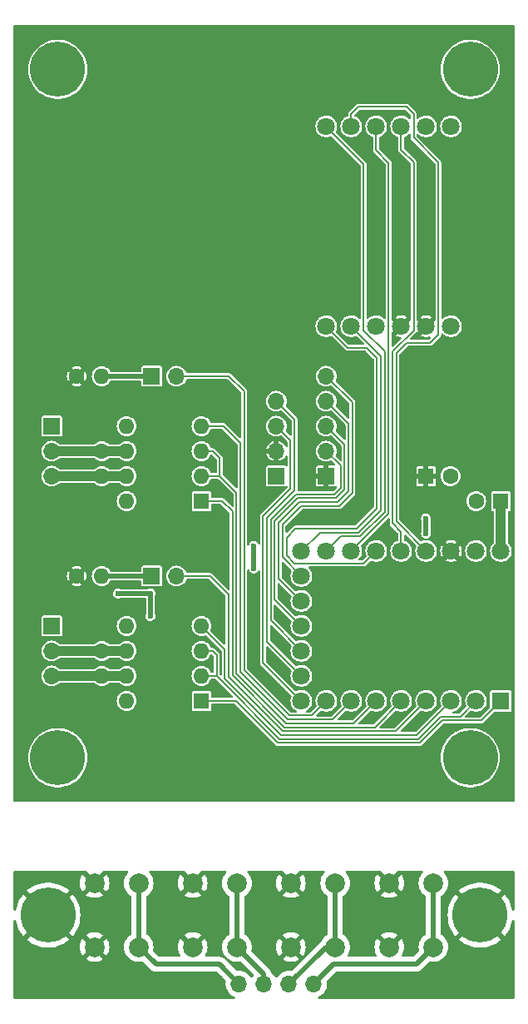
<source format=gbr>
%TF.GenerationSoftware,KiCad,Pcbnew,8.0.9-1.fc40*%
%TF.CreationDate,2025-07-10T00:16:36+02:00*%
%TF.ProjectId,pico-artnet-node,7069636f-2d61-4727-946e-65742d6e6f64,rev?*%
%TF.SameCoordinates,Original*%
%TF.FileFunction,Copper,L1,Top*%
%TF.FilePolarity,Positive*%
%FSLAX46Y46*%
G04 Gerber Fmt 4.6, Leading zero omitted, Abs format (unit mm)*
G04 Created by KiCad (PCBNEW 8.0.9-1.fc40) date 2025-07-10 00:16:36*
%MOMM*%
%LPD*%
G01*
G04 APERTURE LIST*
%TA.AperFunction,ComponentPad*%
%ADD10R,1.800000X1.800000*%
%TD*%
%TA.AperFunction,ComponentPad*%
%ADD11C,1.800000*%
%TD*%
%TA.AperFunction,ComponentPad*%
%ADD12R,1.700000X1.700000*%
%TD*%
%TA.AperFunction,ComponentPad*%
%ADD13O,1.700000X1.700000*%
%TD*%
%TA.AperFunction,ComponentPad*%
%ADD14R,1.600000X1.600000*%
%TD*%
%TA.AperFunction,ComponentPad*%
%ADD15C,1.600000*%
%TD*%
%TA.AperFunction,ComponentPad*%
%ADD16C,5.600000*%
%TD*%
%TA.AperFunction,ComponentPad*%
%ADD17O,1.600000X1.600000*%
%TD*%
%TA.AperFunction,ComponentPad*%
%ADD18C,2.000000*%
%TD*%
%TA.AperFunction,ViaPad*%
%ADD19C,0.600000*%
%TD*%
%TA.AperFunction,Conductor*%
%ADD20C,0.200000*%
%TD*%
%TA.AperFunction,Conductor*%
%ADD21C,1.000000*%
%TD*%
%TA.AperFunction,Conductor*%
%ADD22C,0.500000*%
%TD*%
G04 APERTURE END LIST*
D10*
%TO.P,U1,0,GPIO_0*%
%TO.N,PORT_B_RX*%
X198120000Y-109220000D03*
D11*
%TO.P,U1,1,GPIO_1*%
%TO.N,PORT_B_DIR*%
X195580000Y-109220000D03*
%TO.P,U1,2,GPIO_2*%
%TO.N,PORT_B_TX*%
X193040000Y-109220000D03*
%TO.P,U1,3,GPIO_3*%
%TO.N,PORT_B_LED*%
X190500000Y-109220000D03*
%TO.P,U1,4,GPIO_4*%
%TO.N,PORT_A_RX*%
X187960000Y-109220000D03*
%TO.P,U1,5,GPIO_5*%
%TO.N,PORT_A_DIR*%
X185420000Y-109220000D03*
%TO.P,U1,6,GPIO_6*%
%TO.N,PORT_A_TX*%
X182880000Y-109220000D03*
%TO.P,U1,7,GPIO_7*%
%TO.N,PORT_A_LED*%
X180340000Y-109220000D03*
%TO.P,U1,8,GPIO_8*%
%TO.N,DISPLAY_SDA*%
X177800000Y-109220000D03*
%TO.P,U1,9,GPIO_9*%
%TO.N,DISPLAY_SCL*%
X177800000Y-106680000D03*
%TO.P,U1,10,GPIO_10*%
%TO.N,/BUTTON_MENU*%
X177800000Y-104140000D03*
%TO.P,U1,11,GPIO_11*%
%TO.N,/BUTTON_UP*%
X177800000Y-101600000D03*
%TO.P,U1,12,GPIO_12*%
%TO.N,/BUTTON_DOWN*%
X177800000Y-99060000D03*
%TO.P,U1,13,GPIO_13*%
%TO.N,/BUTTON_EXIT*%
X177800000Y-96520000D03*
%TO.P,U1,14,GPIO_14*%
%TO.N,ETH_RST*%
X177800000Y-93980000D03*
%TO.P,U1,15,GPIO_15*%
%TO.N,ETH_INT*%
X180340000Y-93980000D03*
%TO.P,U1,16,GPIO_26*%
%TO.N,ETH_SCK*%
X182880000Y-93980000D03*
%TO.P,U1,17,GPIO_27*%
%TO.N,ETH_MISO*%
X185420000Y-93980000D03*
%TO.P,U1,18,GPIO_28*%
%TO.N,ETH_MOSI*%
X187960000Y-93980000D03*
%TO.P,U1,19,GPIO_29*%
%TO.N,ETH_CS*%
X190500000Y-93980000D03*
%TO.P,U1,20,3V3*%
%TO.N,+3V3*%
X193040000Y-93980000D03*
%TO.P,U1,21,GND*%
%TO.N,GND*%
X195580000Y-93980000D03*
%TO.P,U1,22,5V*%
%TO.N,+5V*%
X198120000Y-93980000D03*
%TD*%
D12*
%TO.P,J2,1,Pin_1*%
%TO.N,GND*%
X152400000Y-101600000D03*
D13*
%TO.P,J2,2,Pin_2*%
%TO.N,Net-(J2-Pin_2)*%
X152400000Y-104140000D03*
%TO.P,J2,3,Pin_3*%
%TO.N,Net-(J2-Pin_3)*%
X152400000Y-106680000D03*
%TD*%
D14*
%TO.P,C1,1*%
%TO.N,+5V*%
X198120000Y-88900000D03*
D15*
%TO.P,C1,2*%
%TO.N,GND*%
X195620000Y-88900000D03*
%TD*%
D12*
%TO.P,J1,1,Pin_1*%
%TO.N,GND*%
X152400000Y-81280000D03*
D13*
%TO.P,J1,2,Pin_2*%
%TO.N,Net-(J1-Pin_2)*%
X152400000Y-83820000D03*
%TO.P,J1,3,Pin_3*%
%TO.N,Net-(J1-Pin_3)*%
X152400000Y-86360000D03*
%TD*%
D16*
%TO.P,H4,1,1*%
%TO.N,GND*%
X195000000Y-115000000D03*
%TD*%
%TO.P,H1,1,1*%
%TO.N,GND*%
X195000000Y-45000000D03*
%TD*%
D14*
%TO.P,U2,1,RO*%
%TO.N,PORT_A_RX*%
X167640000Y-88900000D03*
D17*
%TO.P,U2,2,~{RE}*%
%TO.N,PORT_A_DIR*%
X167640000Y-86360000D03*
%TO.P,U2,3,DE*%
X167640000Y-83820000D03*
%TO.P,U2,4,DI*%
%TO.N,PORT_A_TX*%
X167640000Y-81280000D03*
%TO.P,U2,5,GND*%
%TO.N,GND*%
X160020000Y-81280000D03*
%TO.P,U2,6,A*%
%TO.N,Net-(J1-Pin_2)*%
X160020000Y-83820000D03*
%TO.P,U2,7,B*%
%TO.N,Net-(J1-Pin_3)*%
X160020000Y-86360000D03*
%TO.P,U2,8,VCC*%
%TO.N,+5V*%
X160020000Y-88900000D03*
%TD*%
D16*
%TO.P,H6,1,1*%
%TO.N,/BUT_3V3*%
X196000000Y-131000000D03*
%TD*%
D18*
%TO.P,SW4,1,A*%
%TO.N,/BUT_3V3*%
X186750000Y-134250000D03*
X186750000Y-127750000D03*
%TO.P,SW4,2,B*%
%TO.N,/BUT_EXIT*%
X191250000Y-134250000D03*
X191250000Y-127750000D03*
%TD*%
D14*
%TO.P,C2,1*%
%TO.N,+3V3*%
X190500000Y-86360000D03*
D15*
%TO.P,C2,2*%
%TO.N,GND*%
X193000000Y-86360000D03*
%TD*%
D18*
%TO.P,SW2,1,A*%
%TO.N,/BUT_3V3*%
X166750000Y-134250000D03*
X166750000Y-127750000D03*
%TO.P,SW2,2,B*%
%TO.N,/BUT_UP*%
X171250000Y-134250000D03*
X171250000Y-127750000D03*
%TD*%
D12*
%TO.P,J6,1,Pin_1*%
%TO.N,Net-(J6-Pin_1)*%
X162560000Y-76200000D03*
D13*
%TO.P,J6,2,Pin_2*%
%TO.N,PORT_A_LED*%
X165100000Y-76200000D03*
%TD*%
D12*
%TO.P,J5,1,Pin_1*%
%TO.N,+3V3*%
X180340000Y-86360000D03*
D13*
%TO.P,J5,2,Pin_2*%
%TO.N,/BUTTON_MENU*%
X180340000Y-83820000D03*
%TO.P,J5,3,Pin_3*%
%TO.N,/BUTTON_UP*%
X180340000Y-81280000D03*
%TO.P,J5,4,Pin_4*%
%TO.N,/BUTTON_DOWN*%
X180340000Y-78740000D03*
%TO.P,J5,5,Pin_5*%
%TO.N,/BUTTON_EXIT*%
X180340000Y-76200000D03*
%TD*%
D15*
%TO.P,R3,1*%
%TO.N,+3V3*%
X154940000Y-76200000D03*
D17*
%TO.P,R3,2*%
%TO.N,Net-(J6-Pin_1)*%
X157480000Y-76200000D03*
%TD*%
D18*
%TO.P,SW3,1,A*%
%TO.N,/BUT_3V3*%
X176750000Y-134250000D03*
X176750000Y-127750000D03*
%TO.P,SW3,2,B*%
%TO.N,/BUT_DOWN*%
X181250000Y-134250000D03*
X181250000Y-127750000D03*
%TD*%
D12*
%TO.P,J3,1,Pin_1*%
%TO.N,GND*%
X175260000Y-86360000D03*
D13*
%TO.P,J3,2,Pin_2*%
%TO.N,+3V3*%
X175260000Y-83820000D03*
%TO.P,J3,3,Pin_3*%
%TO.N,DISPLAY_SDA*%
X175260000Y-81280000D03*
%TO.P,J3,4,Pin_4*%
%TO.N,DISPLAY_SCL*%
X175260000Y-78740000D03*
%TD*%
D16*
%TO.P,H3,1,1*%
%TO.N,GND*%
X153000000Y-115000000D03*
%TD*%
%TO.P,H5,1,1*%
%TO.N,/BUT_3V3*%
X152000000Y-131000000D03*
%TD*%
D14*
%TO.P,U3,1,RO*%
%TO.N,PORT_B_RX*%
X167640000Y-109220000D03*
D17*
%TO.P,U3,2,~{RE}*%
%TO.N,PORT_B_DIR*%
X167640000Y-106680000D03*
%TO.P,U3,3,DE*%
X167640000Y-104140000D03*
%TO.P,U3,4,DI*%
%TO.N,PORT_B_TX*%
X167640000Y-101600000D03*
%TO.P,U3,5,GND*%
%TO.N,GND*%
X160020000Y-101600000D03*
%TO.P,U3,6,A*%
%TO.N,Net-(J2-Pin_2)*%
X160020000Y-104140000D03*
%TO.P,U3,7,B*%
%TO.N,Net-(J2-Pin_3)*%
X160020000Y-106680000D03*
%TO.P,U3,8,VCC*%
%TO.N,+5V*%
X160020000Y-109220000D03*
%TD*%
D18*
%TO.P,SW1,1,A*%
%TO.N,/BUT_3V3*%
X156750000Y-134250000D03*
X156750000Y-127750000D03*
%TO.P,SW1,2,B*%
%TO.N,/BUT_MENU*%
X161250000Y-134250000D03*
X161250000Y-127750000D03*
%TD*%
D12*
%TO.P,J7,1,Pin_1*%
%TO.N,Net-(J7-Pin_1)*%
X162560000Y-96520000D03*
D13*
%TO.P,J7,2,Pin_2*%
%TO.N,PORT_B_LED*%
X165100000Y-96520000D03*
%TD*%
D11*
%TO.P,U5,1,GND*%
%TO.N,GND*%
X193040000Y-50800000D03*
%TO.P,U5,2,GND*%
X190500000Y-50800000D03*
%TO.P,U5,3,MOSI*%
%TO.N,ETH_MOSI*%
X187960000Y-50800000D03*
%TO.P,U5,4,SCK*%
%TO.N,ETH_SCK*%
X185420000Y-50800000D03*
%TO.P,U5,5,CS*%
%TO.N,ETH_CS*%
X182880000Y-50800000D03*
%TO.P,U5,6,INT*%
%TO.N,ETH_INT*%
X180340000Y-50800000D03*
%TO.P,U5,7,MISO*%
%TO.N,ETH_MISO*%
X180340000Y-71120000D03*
%TO.P,U5,8,RST*%
%TO.N,ETH_RST*%
X182880000Y-71120000D03*
%TO.P,U5,9,NC*%
%TO.N,unconnected-(U5-NC-Pad9)*%
X185420000Y-71120000D03*
%TO.P,U5,10,3V3*%
%TO.N,+3V3*%
X187960000Y-71120000D03*
%TO.P,U5,11,3V3*%
X190500000Y-71120000D03*
%TO.P,U5,12,GND*%
%TO.N,GND*%
X193040000Y-71120000D03*
%TD*%
D15*
%TO.P,R1,1*%
%TO.N,Net-(J1-Pin_2)*%
X157480000Y-83820000D03*
D17*
%TO.P,R1,2*%
%TO.N,Net-(J1-Pin_3)*%
X157480000Y-86360000D03*
%TD*%
D16*
%TO.P,H2,1,1*%
%TO.N,GND*%
X153000000Y-45000000D03*
%TD*%
D15*
%TO.P,R4,1*%
%TO.N,+3V3*%
X154940000Y-96520000D03*
D17*
%TO.P,R4,2*%
%TO.N,Net-(J7-Pin_1)*%
X157480000Y-96520000D03*
%TD*%
D15*
%TO.P,R2,1*%
%TO.N,Net-(J2-Pin_2)*%
X157480000Y-104140000D03*
D17*
%TO.P,R2,2*%
%TO.N,Net-(J2-Pin_3)*%
X157480000Y-106680000D03*
%TD*%
D12*
%TO.P,J4,1,Pin_1*%
%TO.N,/BUT_3V3*%
X168920000Y-138000000D03*
D13*
%TO.P,J4,2,Pin_2*%
%TO.N,/BUT_MENU*%
X171460000Y-138000000D03*
%TO.P,J4,3,Pin_3*%
%TO.N,/BUT_UP*%
X174000000Y-138000000D03*
%TO.P,J4,4,Pin_4*%
%TO.N,/BUT_DOWN*%
X176540000Y-138000000D03*
%TO.P,J4,5,Pin_5*%
%TO.N,/BUT_EXIT*%
X179080000Y-138000000D03*
%TD*%
D19*
%TO.N,GND*%
X190500000Y-90678000D03*
X190500000Y-92202000D03*
X172974000Y-93472000D03*
X162433000Y-98298000D03*
X159131000Y-98298000D03*
X162433000Y-100584000D03*
X172974000Y-95758000D03*
%TO.N,+3V3*%
X190500000Y-73400000D03*
%TD*%
D20*
%TO.N,PORT_B_DIR*%
X167640000Y-104140000D02*
X168783000Y-104140000D01*
X168783000Y-104140000D02*
X169200000Y-104557000D01*
X169200000Y-104557000D02*
X169200000Y-106694116D01*
X169200000Y-106694116D02*
X169600000Y-107094116D01*
X167640000Y-106680000D02*
X169185884Y-106680000D01*
X169185884Y-106680000D02*
X169600000Y-107094116D01*
X189725686Y-113100000D02*
X192025686Y-110800000D01*
X169600000Y-107094116D02*
X175600000Y-113094116D01*
X175600000Y-113094116D02*
X175600000Y-113100000D01*
X175600000Y-113100000D02*
X189725686Y-113100000D01*
X192025686Y-110800000D02*
X194000000Y-110800000D01*
X194000000Y-110800000D02*
X195580000Y-109220000D01*
%TO.N,PORT_A_DIR*%
X169500000Y-86360000D02*
X169500000Y-84537000D01*
X169500000Y-84537000D02*
X168783000Y-83820000D01*
X168783000Y-83820000D02*
X167640000Y-83820000D01*
%TO.N,PORT_B_RX*%
X198120000Y-109220000D02*
X196140000Y-111200000D01*
X196140000Y-111200000D02*
X192191372Y-111200000D01*
X189891372Y-113500000D02*
X175434314Y-113500000D01*
X192191372Y-111200000D02*
X189891372Y-113500000D01*
X175434314Y-113500000D02*
X171154314Y-109220000D01*
X171154314Y-109220000D02*
X167640000Y-109220000D01*
D21*
%TO.N,Net-(J1-Pin_2)*%
X152400000Y-83820000D02*
X160020000Y-83820000D01*
D22*
%TO.N,GND*%
X162433000Y-98298000D02*
X159131000Y-98298000D01*
X162433000Y-100584000D02*
X162433000Y-98298000D01*
X190500000Y-92202000D02*
X190500000Y-90678000D01*
X172974000Y-95758000D02*
X172974000Y-93472000D01*
D21*
%TO.N,Net-(J2-Pin_2)*%
X160020000Y-104140000D02*
X152400000Y-104140000D01*
D20*
%TO.N,PORT_A_LED*%
X176600000Y-110700000D02*
X172000000Y-106100000D01*
X170440000Y-76200000D02*
X165100000Y-76200000D01*
X178860000Y-110700000D02*
X176600000Y-110700000D01*
X180340000Y-109220000D02*
X178860000Y-110700000D01*
X172000000Y-77760000D02*
X170440000Y-76200000D01*
X172000000Y-106100000D02*
X172000000Y-77760000D01*
D22*
%TO.N,Net-(J6-Pin_1)*%
X162560000Y-76200000D02*
X157480000Y-76200000D01*
D20*
%TO.N,PORT_B_LED*%
X168520000Y-96520000D02*
X165100000Y-96520000D01*
X170400000Y-106762744D02*
X170400000Y-98400000D01*
X170400000Y-98400000D02*
X168520000Y-96520000D01*
X187420000Y-112300000D02*
X175937256Y-112300000D01*
X190500000Y-109220000D02*
X187420000Y-112300000D01*
X175937256Y-112300000D02*
X170400000Y-106762744D01*
D22*
%TO.N,Net-(J7-Pin_1)*%
X157480000Y-96520000D02*
X162560000Y-96520000D01*
D20*
%TO.N,PORT_A_TX*%
X171600000Y-82960000D02*
X171600000Y-106265686D01*
X181000000Y-111100000D02*
X176434314Y-111100000D01*
X169920000Y-81280000D02*
X167640000Y-81280000D01*
X171600000Y-82960000D02*
X169920000Y-81280000D01*
X182880000Y-109220000D02*
X181000000Y-111100000D01*
X176434314Y-111100000D02*
X171600000Y-106265686D01*
%TO.N,PORT_A_DIR*%
X169500000Y-86360000D02*
X167640000Y-86360000D01*
X171200000Y-88060000D02*
X169500000Y-86360000D01*
X171200000Y-106431372D02*
X171200000Y-88060000D01*
X176268628Y-111500000D02*
X171200000Y-106431372D01*
X183140000Y-111500000D02*
X176268628Y-111500000D01*
X185420000Y-109220000D02*
X183140000Y-111500000D01*
%TO.N,PORT_A_RX*%
X185280000Y-111900000D02*
X176102942Y-111900000D01*
X170800000Y-89960000D02*
X169740000Y-88900000D01*
X170800000Y-89960000D02*
X170800000Y-106597058D01*
X176102942Y-111900000D02*
X170800000Y-106597058D01*
X187960000Y-109220000D02*
X185280000Y-111900000D01*
X169740000Y-88900000D02*
X167640000Y-88900000D01*
%TO.N,PORT_B_TX*%
X170000000Y-106928430D02*
X170000000Y-103960000D01*
X170000000Y-103960000D02*
X167640000Y-101600000D01*
X189560000Y-112700000D02*
X175771570Y-112700000D01*
X175771570Y-112700000D02*
X170000000Y-106928430D01*
X193040000Y-109220000D02*
X189560000Y-112700000D01*
%TO.N,ETH_INT*%
X186300000Y-89994314D02*
X186300000Y-73697057D01*
X183794314Y-92500000D02*
X186300000Y-89994314D01*
X180340000Y-93980000D02*
X181820000Y-92500000D01*
X184150000Y-54610000D02*
X180340000Y-50800000D01*
X181820000Y-92500000D02*
X183794314Y-92500000D01*
X184150000Y-71547057D02*
X184150000Y-54610000D01*
X186300000Y-73697057D02*
X184150000Y-71547057D01*
%TO.N,ETH_SCK*%
X186700000Y-90160000D02*
X186700000Y-54500000D01*
X182880000Y-93980000D02*
X186700000Y-90160000D01*
X186700000Y-54500000D02*
X185420000Y-53220000D01*
X185420000Y-53220000D02*
X185420000Y-50800000D01*
%TO.N,ETH_CS*%
X190900000Y-72800000D02*
X191750000Y-71950000D01*
X189250000Y-51950000D02*
X189250000Y-49550000D01*
X187500000Y-73842743D02*
X188542743Y-72800000D01*
X191750000Y-71950000D02*
X191750000Y-54450000D01*
X189250000Y-49550000D02*
X188500000Y-48800000D01*
X190500000Y-93980000D02*
X187500000Y-90980000D01*
X188500000Y-48800000D02*
X183600000Y-48800000D01*
X183600000Y-48800000D02*
X182880000Y-49520000D01*
X187500000Y-90980000D02*
X187500000Y-73842743D01*
X182880000Y-49520000D02*
X182880000Y-50800000D01*
X191750000Y-54450000D02*
X189250000Y-51950000D01*
X188542743Y-72800000D02*
X190900000Y-72800000D01*
D21*
%TO.N,+5V*%
X198120000Y-88900000D02*
X198120000Y-93980000D01*
D20*
%TO.N,ETH_MOSI*%
X187100000Y-91145686D02*
X187960000Y-92005686D01*
X187960000Y-53160000D02*
X189250000Y-54450000D01*
X189250000Y-71527057D02*
X187100000Y-73677057D01*
X189250000Y-54450000D02*
X189250000Y-71527057D01*
X187960000Y-92005686D02*
X187960000Y-93980000D01*
X187100000Y-73677057D02*
X187100000Y-91145686D01*
X187960000Y-50800000D02*
X187960000Y-53160000D01*
%TO.N,ETH_RST*%
X183600000Y-92100000D02*
X183834314Y-91865685D01*
X179680000Y-92100000D02*
X183600000Y-92100000D01*
X184660000Y-72900000D02*
X182880000Y-71120000D01*
X185565685Y-73805686D02*
X184660000Y-72900000D01*
X177800000Y-93980000D02*
X179680000Y-92100000D01*
X183834314Y-91865685D02*
X185900000Y-89799999D01*
X185900000Y-74140001D02*
X185565685Y-73805686D01*
X185900000Y-89799999D02*
X185900000Y-74140001D01*
D22*
%TO.N,/BUT_MENU*%
X169460000Y-136000000D02*
X171460000Y-138000000D01*
X163000000Y-136000000D02*
X169460000Y-136000000D01*
X161250000Y-134250000D02*
X163000000Y-136000000D01*
X161250000Y-127750000D02*
X161250000Y-134250000D01*
%TO.N,/BUT_UP*%
X174000000Y-138000000D02*
X174000000Y-137000000D01*
X171250000Y-127750000D02*
X171250000Y-134250000D01*
X174000000Y-137000000D02*
X171250000Y-134250000D01*
%TO.N,/BUT_DOWN*%
X181250000Y-134250000D02*
X180290000Y-134250000D01*
X180290000Y-134250000D02*
X176540000Y-138000000D01*
X181250000Y-127750000D02*
X181250000Y-134250000D01*
%TO.N,/BUT_EXIT*%
X181080000Y-136000000D02*
X179080000Y-138000000D01*
X189500000Y-136000000D02*
X181080000Y-136000000D01*
X191250000Y-134250000D02*
X189500000Y-136000000D01*
X191250000Y-134250000D02*
X191250000Y-127750000D01*
D21*
%TO.N,Net-(J1-Pin_3)*%
X160020000Y-86360000D02*
X152400000Y-86360000D01*
%TO.N,Net-(J2-Pin_3)*%
X152400000Y-106680000D02*
X160020000Y-106680000D01*
D20*
%TO.N,DISPLAY_SDA*%
X177800000Y-109220000D02*
X173900000Y-105320000D01*
X173900000Y-105320000D02*
X173900000Y-90468628D01*
X173900000Y-90468628D02*
X176700000Y-87668628D01*
X176700000Y-87668628D02*
X176700000Y-82720000D01*
X176700000Y-82720000D02*
X175260000Y-81280000D01*
%TO.N,DISPLAY_SCL*%
X177800000Y-106680000D02*
X174300000Y-103180000D01*
X174300000Y-103180000D02*
X174300000Y-90634314D01*
X174300000Y-90634314D02*
X177100000Y-87834314D01*
X177100000Y-87834314D02*
X177100000Y-80580000D01*
X177100000Y-80580000D02*
X175260000Y-78740000D01*
%TO.N,/BUTTON_MENU*%
X177800000Y-104140000D02*
X174700000Y-101040000D01*
X177300000Y-88200000D02*
X181162942Y-88200000D01*
X174700000Y-101040000D02*
X174700000Y-90800000D01*
X174700000Y-90800000D02*
X177300000Y-88200000D01*
X181162942Y-88200000D02*
X181800000Y-87562942D01*
X181800000Y-87562942D02*
X181800000Y-85280000D01*
X181800000Y-85280000D02*
X180340000Y-83820000D01*
%TO.N,/BUTTON_UP*%
X177800000Y-101600000D02*
X175100000Y-98900000D01*
X182200000Y-87728628D02*
X182200000Y-83140000D01*
X175100000Y-98900000D02*
X175100000Y-90965686D01*
X175100000Y-90965686D02*
X177465686Y-88600000D01*
X177465686Y-88600000D02*
X181328628Y-88600000D01*
X181328628Y-88600000D02*
X182200000Y-87728628D01*
X182200000Y-83140000D02*
X180340000Y-81280000D01*
%TO.N,/BUTTON_DOWN*%
X180340000Y-78740000D02*
X182600000Y-81000000D01*
X182600000Y-81000000D02*
X182600000Y-87894314D01*
X175500000Y-91131372D02*
X175500000Y-96760000D01*
X182600000Y-87894314D02*
X181494314Y-89000000D01*
X175500000Y-96760000D02*
X177800000Y-99060000D01*
X181494314Y-89000000D02*
X177631372Y-89000000D01*
X177631372Y-89000000D02*
X175500000Y-91131372D01*
%TO.N,/BUTTON_EXIT*%
X177800000Y-96520000D02*
X175900000Y-94620000D01*
X175900000Y-91297058D02*
X177797058Y-89400000D01*
X175900000Y-94620000D02*
X175900000Y-91297058D01*
X177797058Y-89400000D02*
X181660000Y-89400000D01*
X181660000Y-89400000D02*
X183000000Y-88060000D01*
X183000000Y-88060000D02*
X183000000Y-78860000D01*
X183000000Y-78860000D02*
X180340000Y-76200000D01*
%TO.N,ETH_MISO*%
X185420000Y-93980000D02*
X184150000Y-95250000D01*
X176300000Y-92600000D02*
X177200000Y-91700000D01*
X184150000Y-95250000D02*
X177095686Y-95250000D01*
X177200000Y-91700000D02*
X183434314Y-91700000D01*
X183434314Y-91700000D02*
X185500000Y-89634314D01*
X182520000Y-73300000D02*
X180340000Y-71120000D01*
X177095686Y-95250000D02*
X176300000Y-94454314D01*
X185500000Y-74305686D02*
X184494314Y-73300000D01*
X176300000Y-94454314D02*
X176300000Y-92600000D01*
X184494314Y-73300000D02*
X182520000Y-73300000D01*
X185500000Y-89634314D02*
X185500000Y-74305686D01*
%TD*%
%TA.AperFunction,Conductor*%
%TO.N,+3V3*%
G36*
X172479593Y-95884966D02*
G01*
X172489553Y-95902030D01*
X172520823Y-95970500D01*
X172548623Y-96031373D01*
X172626068Y-96120750D01*
X172642873Y-96140144D01*
X172735887Y-96199920D01*
X172763947Y-96217953D01*
X172838962Y-96239979D01*
X172902035Y-96258499D01*
X172902036Y-96258499D01*
X172902039Y-96258500D01*
X172902041Y-96258500D01*
X173045959Y-96258500D01*
X173045961Y-96258500D01*
X173184053Y-96217953D01*
X173305128Y-96140143D01*
X173399377Y-96031373D01*
X173410447Y-96007132D01*
X173451818Y-95962056D01*
X173511785Y-95949905D01*
X173567441Y-95975322D01*
X173597528Y-96028599D01*
X173599500Y-96048260D01*
X173599500Y-105359564D01*
X173619978Y-105435988D01*
X173619980Y-105435992D01*
X173659538Y-105504508D01*
X173659540Y-105504511D01*
X175234279Y-107079250D01*
X176787647Y-108632618D01*
X176815424Y-108687135D01*
X176806265Y-108746749D01*
X176777254Y-108805013D01*
X176769418Y-108820750D01*
X176713603Y-109016917D01*
X176694785Y-109220000D01*
X176713603Y-109423083D01*
X176765287Y-109604732D01*
X176769419Y-109619252D01*
X176848735Y-109778542D01*
X176860327Y-109801821D01*
X176983236Y-109964579D01*
X177133959Y-110101981D01*
X177307363Y-110209348D01*
X177307372Y-110209351D01*
X177311459Y-110211387D01*
X177310545Y-110213221D01*
X177351799Y-110246846D01*
X177367446Y-110305997D01*
X177345337Y-110363048D01*
X177293917Y-110396208D01*
X177268599Y-110399500D01*
X176765479Y-110399500D01*
X176707288Y-110380593D01*
X176695475Y-110370504D01*
X172329496Y-106004525D01*
X172301719Y-105950008D01*
X172300500Y-105934521D01*
X172300500Y-95943157D01*
X172319407Y-95884966D01*
X172368907Y-95849002D01*
X172430093Y-95849002D01*
X172479593Y-95884966D01*
G37*
%TD.AperFunction*%
%TA.AperFunction,Conductor*%
G36*
X190034075Y-71312993D02*
G01*
X190099901Y-71427007D01*
X190192993Y-71520099D01*
X190307007Y-71585925D01*
X190370590Y-71602962D01*
X189919312Y-72054241D01*
X190007581Y-72108895D01*
X190007586Y-72108898D01*
X190197683Y-72182541D01*
X190398070Y-72220000D01*
X190601930Y-72220000D01*
X190802319Y-72182540D01*
X190838366Y-72168576D01*
X190899457Y-72165185D01*
X190950875Y-72198350D01*
X190972978Y-72255403D01*
X190957325Y-72314552D01*
X190944134Y-72330893D01*
X190804525Y-72470503D01*
X190750008Y-72498281D01*
X190734521Y-72499500D01*
X188941536Y-72499500D01*
X188883345Y-72480593D01*
X188847381Y-72431093D01*
X188847381Y-72369907D01*
X188871532Y-72330497D01*
X189302413Y-71899615D01*
X189470418Y-71731609D01*
X189524933Y-71703833D01*
X189547279Y-71702852D01*
X189562532Y-71703911D01*
X190017036Y-71249406D01*
X190034075Y-71312993D01*
G37*
%TD.AperFunction*%
%TA.AperFunction,Conductor*%
G36*
X188891319Y-51520451D02*
G01*
X188936538Y-51561669D01*
X188949500Y-51610644D01*
X188949500Y-51989564D01*
X188969978Y-52065988D01*
X188969980Y-52065992D01*
X189009538Y-52134508D01*
X189009540Y-52134511D01*
X191420505Y-54545476D01*
X191448281Y-54599991D01*
X191449500Y-54615478D01*
X191449500Y-70483046D01*
X191430593Y-70541237D01*
X191420504Y-70553050D01*
X190982962Y-70990591D01*
X190965925Y-70927007D01*
X190900099Y-70812993D01*
X190807007Y-70719901D01*
X190692993Y-70654075D01*
X190629406Y-70637036D01*
X191080686Y-70185757D01*
X190992418Y-70131104D01*
X190992413Y-70131101D01*
X190802316Y-70057458D01*
X190601930Y-70020000D01*
X190398070Y-70020000D01*
X190197683Y-70057458D01*
X190007586Y-70131101D01*
X190007584Y-70131102D01*
X189919312Y-70185757D01*
X190370592Y-70637037D01*
X190307007Y-70654075D01*
X190192993Y-70719901D01*
X190099901Y-70812993D01*
X190034075Y-70927007D01*
X190017037Y-70990591D01*
X189579496Y-70553050D01*
X189551719Y-70498533D01*
X189550500Y-70483046D01*
X189550500Y-54410437D01*
X189550499Y-54410435D01*
X189530021Y-54334011D01*
X189530019Y-54334007D01*
X189490460Y-54265489D01*
X189434511Y-54209539D01*
X189434511Y-54209540D01*
X188289496Y-53064525D01*
X188261719Y-53010008D01*
X188260500Y-52994521D01*
X188260500Y-51931598D01*
X188279407Y-51873407D01*
X188323734Y-51839284D01*
X188452637Y-51789348D01*
X188626041Y-51681981D01*
X188776764Y-51544579D01*
X188776774Y-51544565D01*
X188777335Y-51543951D01*
X188777646Y-51543773D01*
X188780146Y-51541495D01*
X188780659Y-51542058D01*
X188830509Y-51513683D01*
X188891319Y-51520451D01*
G37*
%TD.AperFunction*%
%TA.AperFunction,Conductor*%
G36*
X199458691Y-40519407D02*
G01*
X199494655Y-40568907D01*
X199499500Y-40599500D01*
X199499500Y-119401000D01*
X199480593Y-119459191D01*
X199431093Y-119495155D01*
X199400500Y-119500000D01*
X148599500Y-119500000D01*
X148541309Y-119481093D01*
X148505345Y-119431593D01*
X148500500Y-119401000D01*
X148500500Y-115000000D01*
X149994415Y-115000000D01*
X150014738Y-115348929D01*
X150075430Y-115693133D01*
X150075430Y-115693134D01*
X150075431Y-115693136D01*
X150175674Y-116027971D01*
X150314111Y-116348904D01*
X150488870Y-116651596D01*
X150697588Y-116931953D01*
X150937442Y-117186183D01*
X151205189Y-117410849D01*
X151497207Y-117602913D01*
X151809549Y-117759777D01*
X152137989Y-117879319D01*
X152137992Y-117879319D01*
X152137993Y-117879320D01*
X152478075Y-117959921D01*
X152478080Y-117959921D01*
X152478086Y-117959923D01*
X152825241Y-118000500D01*
X152825244Y-118000500D01*
X153174756Y-118000500D01*
X153174759Y-118000500D01*
X153521914Y-117959923D01*
X153521920Y-117959921D01*
X153521924Y-117959921D01*
X153748645Y-117906187D01*
X153862011Y-117879319D01*
X154190451Y-117759777D01*
X154502793Y-117602913D01*
X154794811Y-117410849D01*
X155062558Y-117186183D01*
X155302412Y-116931953D01*
X155511130Y-116651596D01*
X155685889Y-116348904D01*
X155824326Y-116027971D01*
X155924569Y-115693136D01*
X155985262Y-115348927D01*
X156005585Y-115000000D01*
X191994415Y-115000000D01*
X192014738Y-115348929D01*
X192075430Y-115693133D01*
X192075430Y-115693134D01*
X192075431Y-115693136D01*
X192175674Y-116027971D01*
X192314111Y-116348904D01*
X192488870Y-116651596D01*
X192697588Y-116931953D01*
X192937442Y-117186183D01*
X193205189Y-117410849D01*
X193497207Y-117602913D01*
X193809549Y-117759777D01*
X194137989Y-117879319D01*
X194137992Y-117879319D01*
X194137993Y-117879320D01*
X194478075Y-117959921D01*
X194478080Y-117959921D01*
X194478086Y-117959923D01*
X194825241Y-118000500D01*
X194825244Y-118000500D01*
X195174756Y-118000500D01*
X195174759Y-118000500D01*
X195521914Y-117959923D01*
X195521920Y-117959921D01*
X195521924Y-117959921D01*
X195748645Y-117906187D01*
X195862011Y-117879319D01*
X196190451Y-117759777D01*
X196502793Y-117602913D01*
X196794811Y-117410849D01*
X197062558Y-117186183D01*
X197302412Y-116931953D01*
X197511130Y-116651596D01*
X197685889Y-116348904D01*
X197824326Y-116027971D01*
X197924569Y-115693136D01*
X197985262Y-115348927D01*
X198005585Y-115000000D01*
X197985262Y-114651073D01*
X197924569Y-114306864D01*
X197824326Y-113972029D01*
X197685889Y-113651096D01*
X197511130Y-113348404D01*
X197302412Y-113068047D01*
X197062558Y-112813817D01*
X196794811Y-112589151D01*
X196700157Y-112526896D01*
X196502794Y-112397087D01*
X196190453Y-112240224D01*
X196190452Y-112240223D01*
X196190451Y-112240223D01*
X195862011Y-112120681D01*
X195862012Y-112120681D01*
X195862006Y-112120679D01*
X195521924Y-112040078D01*
X195409089Y-112026889D01*
X195174759Y-111999500D01*
X194825241Y-111999500D01*
X194633950Y-112021858D01*
X194478075Y-112040078D01*
X194137993Y-112120679D01*
X193941191Y-112192309D01*
X193809549Y-112240223D01*
X193809548Y-112240223D01*
X193809546Y-112240224D01*
X193497205Y-112397087D01*
X193205190Y-112589150D01*
X192937443Y-112813815D01*
X192697591Y-113068043D01*
X192488871Y-113348402D01*
X192488869Y-113348405D01*
X192314111Y-113651095D01*
X192314108Y-113651102D01*
X192175674Y-113972027D01*
X192175672Y-113972034D01*
X192075430Y-114306865D01*
X192075430Y-114306866D01*
X192014738Y-114651070D01*
X191994415Y-115000000D01*
X156005585Y-115000000D01*
X155985262Y-114651073D01*
X155924569Y-114306864D01*
X155824326Y-113972029D01*
X155685889Y-113651096D01*
X155511130Y-113348404D01*
X155302412Y-113068047D01*
X155062558Y-112813817D01*
X154794811Y-112589151D01*
X154700157Y-112526896D01*
X154502794Y-112397087D01*
X154190453Y-112240224D01*
X154190452Y-112240223D01*
X154190451Y-112240223D01*
X153862011Y-112120681D01*
X153862012Y-112120681D01*
X153862006Y-112120679D01*
X153521924Y-112040078D01*
X153409089Y-112026889D01*
X153174759Y-111999500D01*
X152825241Y-111999500D01*
X152633950Y-112021858D01*
X152478075Y-112040078D01*
X152137993Y-112120679D01*
X151941191Y-112192309D01*
X151809549Y-112240223D01*
X151809548Y-112240223D01*
X151809546Y-112240224D01*
X151497205Y-112397087D01*
X151205190Y-112589150D01*
X150937443Y-112813815D01*
X150697591Y-113068043D01*
X150488871Y-113348402D01*
X150488869Y-113348405D01*
X150314111Y-113651095D01*
X150314108Y-113651102D01*
X150175674Y-113972027D01*
X150175672Y-113972034D01*
X150075430Y-114306865D01*
X150075430Y-114306866D01*
X150014738Y-114651070D01*
X149994415Y-115000000D01*
X148500500Y-115000000D01*
X148500500Y-109219996D01*
X159014659Y-109219996D01*
X159014659Y-109220003D01*
X159033974Y-109416126D01*
X159033975Y-109416129D01*
X159091187Y-109604730D01*
X159091188Y-109604732D01*
X159099082Y-109619500D01*
X159184090Y-109778538D01*
X159184092Y-109778540D01*
X159184093Y-109778542D01*
X159309112Y-109930878D01*
X159309121Y-109930887D01*
X159441781Y-110039758D01*
X159461462Y-110055910D01*
X159540639Y-110098231D01*
X159618311Y-110139748D01*
X159635273Y-110148814D01*
X159823868Y-110206024D01*
X159823870Y-110206024D01*
X159823873Y-110206025D01*
X160019997Y-110225341D01*
X160020000Y-110225341D01*
X160020003Y-110225341D01*
X160216126Y-110206025D01*
X160216127Y-110206024D01*
X160216132Y-110206024D01*
X160404727Y-110148814D01*
X160578538Y-110055910D01*
X160730883Y-109930883D01*
X160855910Y-109778538D01*
X160948814Y-109604727D01*
X161006024Y-109416132D01*
X161025341Y-109220000D01*
X161025341Y-109219996D01*
X161006025Y-109023873D01*
X161006024Y-109023870D01*
X161006024Y-109023868D01*
X160948814Y-108835273D01*
X160855910Y-108661462D01*
X160836802Y-108638179D01*
X160730887Y-108509121D01*
X160730878Y-108509112D01*
X160578542Y-108384093D01*
X160578540Y-108384092D01*
X160578538Y-108384090D01*
X160499361Y-108341769D01*
X160404732Y-108291188D01*
X160404730Y-108291187D01*
X160216129Y-108233975D01*
X160216126Y-108233974D01*
X160020003Y-108214659D01*
X160019997Y-108214659D01*
X159823873Y-108233974D01*
X159823870Y-108233975D01*
X159635269Y-108291187D01*
X159635267Y-108291188D01*
X159461467Y-108384087D01*
X159461457Y-108384093D01*
X159309121Y-108509112D01*
X159309112Y-108509121D01*
X159184093Y-108661457D01*
X159184087Y-108661467D01*
X159091188Y-108835267D01*
X159091187Y-108835269D01*
X159033975Y-109023870D01*
X159033974Y-109023873D01*
X159014659Y-109219996D01*
X148500500Y-109219996D01*
X148500500Y-106679996D01*
X151344417Y-106679996D01*
X151344417Y-106680003D01*
X151364698Y-106885929D01*
X151364699Y-106885934D01*
X151424768Y-107083954D01*
X151522316Y-107266452D01*
X151532308Y-107278627D01*
X151653590Y-107426410D01*
X151653595Y-107426414D01*
X151813547Y-107557683D01*
X151813548Y-107557683D01*
X151813550Y-107557685D01*
X151996046Y-107655232D01*
X152133997Y-107697078D01*
X152194065Y-107715300D01*
X152194070Y-107715301D01*
X152399997Y-107735583D01*
X152400000Y-107735583D01*
X152400003Y-107735583D01*
X152605929Y-107715301D01*
X152605934Y-107715300D01*
X152803954Y-107655232D01*
X152986450Y-107557685D01*
X153146410Y-107426410D01*
X153154384Y-107416693D01*
X153205915Y-107383707D01*
X153230911Y-107380500D01*
X156721043Y-107380500D01*
X156779234Y-107399407D01*
X156783837Y-107402964D01*
X156921462Y-107515910D01*
X157095273Y-107608814D01*
X157283868Y-107666024D01*
X157283870Y-107666024D01*
X157283873Y-107666025D01*
X157479997Y-107685341D01*
X157480000Y-107685341D01*
X157480003Y-107685341D01*
X157676126Y-107666025D01*
X157676127Y-107666024D01*
X157676132Y-107666024D01*
X157864727Y-107608814D01*
X158038538Y-107515910D01*
X158176153Y-107402971D01*
X158233128Y-107380672D01*
X158238957Y-107380500D01*
X159261043Y-107380500D01*
X159319234Y-107399407D01*
X159323837Y-107402964D01*
X159461462Y-107515910D01*
X159635273Y-107608814D01*
X159823868Y-107666024D01*
X159823870Y-107666024D01*
X159823873Y-107666025D01*
X160019997Y-107685341D01*
X160020000Y-107685341D01*
X160020003Y-107685341D01*
X160216126Y-107666025D01*
X160216127Y-107666024D01*
X160216132Y-107666024D01*
X160404727Y-107608814D01*
X160578538Y-107515910D01*
X160730883Y-107390883D01*
X160855910Y-107238538D01*
X160948814Y-107064727D01*
X161006024Y-106876132D01*
X161016611Y-106768645D01*
X161025341Y-106680003D01*
X161025341Y-106679996D01*
X161006025Y-106483873D01*
X161006024Y-106483870D01*
X161006024Y-106483868D01*
X160948814Y-106295273D01*
X160938536Y-106276045D01*
X160901497Y-106206749D01*
X160855910Y-106121462D01*
X160836802Y-106098179D01*
X160730887Y-105969121D01*
X160730878Y-105969112D01*
X160578542Y-105844093D01*
X160578540Y-105844092D01*
X160578538Y-105844090D01*
X160537618Y-105822218D01*
X160404732Y-105751188D01*
X160404730Y-105751187D01*
X160216129Y-105693975D01*
X160216126Y-105693974D01*
X160020003Y-105674659D01*
X160019997Y-105674659D01*
X159823873Y-105693974D01*
X159823870Y-105693975D01*
X159635269Y-105751187D01*
X159635267Y-105751188D01*
X159461467Y-105844087D01*
X159461457Y-105844093D01*
X159365922Y-105922498D01*
X159323846Y-105957028D01*
X159266872Y-105979328D01*
X159261043Y-105979500D01*
X158238957Y-105979500D01*
X158180766Y-105960593D01*
X158176162Y-105957035D01*
X158038538Y-105844090D01*
X157997618Y-105822218D01*
X157864732Y-105751188D01*
X157864730Y-105751187D01*
X157676129Y-105693975D01*
X157676126Y-105693974D01*
X157480003Y-105674659D01*
X157479997Y-105674659D01*
X157283873Y-105693974D01*
X157283870Y-105693975D01*
X157095269Y-105751187D01*
X157095267Y-105751188D01*
X156921467Y-105844087D01*
X156921457Y-105844093D01*
X156825922Y-105922498D01*
X156783846Y-105957028D01*
X156726872Y-105979328D01*
X156721043Y-105979500D01*
X153230911Y-105979500D01*
X153172720Y-105960593D01*
X153154385Y-105943308D01*
X153146410Y-105933590D01*
X153146404Y-105933585D01*
X152986452Y-105802316D01*
X152803954Y-105704768D01*
X152605934Y-105644699D01*
X152605929Y-105644698D01*
X152400003Y-105624417D01*
X152399997Y-105624417D01*
X152194070Y-105644698D01*
X152194065Y-105644699D01*
X151996045Y-105704768D01*
X151813547Y-105802316D01*
X151653595Y-105933585D01*
X151653585Y-105933595D01*
X151522316Y-106093547D01*
X151424768Y-106276045D01*
X151364699Y-106474065D01*
X151364698Y-106474070D01*
X151344417Y-106679996D01*
X148500500Y-106679996D01*
X148500500Y-104139996D01*
X151344417Y-104139996D01*
X151344417Y-104140003D01*
X151364698Y-104345929D01*
X151364699Y-104345934D01*
X151424768Y-104543954D01*
X151522316Y-104726452D01*
X151615913Y-104840500D01*
X151653590Y-104886410D01*
X151653595Y-104886414D01*
X151813547Y-105017683D01*
X151813548Y-105017683D01*
X151813550Y-105017685D01*
X151996046Y-105115232D01*
X152125566Y-105154521D01*
X152194065Y-105175300D01*
X152194070Y-105175301D01*
X152399997Y-105195583D01*
X152400000Y-105195583D01*
X152400003Y-105195583D01*
X152605929Y-105175301D01*
X152605934Y-105175300D01*
X152803954Y-105115232D01*
X152986450Y-105017685D01*
X153146410Y-104886410D01*
X153154384Y-104876693D01*
X153205915Y-104843707D01*
X153230911Y-104840500D01*
X156721043Y-104840500D01*
X156779234Y-104859407D01*
X156783837Y-104862964D01*
X156921462Y-104975910D01*
X157095273Y-105068814D01*
X157283868Y-105126024D01*
X157283870Y-105126024D01*
X157283873Y-105126025D01*
X157479997Y-105145341D01*
X157480000Y-105145341D01*
X157480003Y-105145341D01*
X157676126Y-105126025D01*
X157676127Y-105126024D01*
X157676132Y-105126024D01*
X157864727Y-105068814D01*
X158038538Y-104975910D01*
X158176153Y-104862971D01*
X158233128Y-104840672D01*
X158238957Y-104840500D01*
X159261043Y-104840500D01*
X159319234Y-104859407D01*
X159323837Y-104862964D01*
X159461462Y-104975910D01*
X159635273Y-105068814D01*
X159823868Y-105126024D01*
X159823870Y-105126024D01*
X159823873Y-105126025D01*
X160019997Y-105145341D01*
X160020000Y-105145341D01*
X160020003Y-105145341D01*
X160216126Y-105126025D01*
X160216127Y-105126024D01*
X160216132Y-105126024D01*
X160404727Y-105068814D01*
X160578538Y-104975910D01*
X160730883Y-104850883D01*
X160855910Y-104698538D01*
X160948814Y-104524727D01*
X161006024Y-104336132D01*
X161025341Y-104140000D01*
X161019872Y-104084471D01*
X161006025Y-103943873D01*
X161006024Y-103943870D01*
X161006024Y-103943868D01*
X160948814Y-103755273D01*
X160943044Y-103744479D01*
X160911941Y-103686288D01*
X160855910Y-103581462D01*
X160836802Y-103558179D01*
X160730887Y-103429121D01*
X160730878Y-103429112D01*
X160578542Y-103304093D01*
X160578540Y-103304092D01*
X160578538Y-103304090D01*
X160537618Y-103282218D01*
X160404732Y-103211188D01*
X160404730Y-103211187D01*
X160216129Y-103153975D01*
X160216126Y-103153974D01*
X160020003Y-103134659D01*
X160019997Y-103134659D01*
X159823873Y-103153974D01*
X159823870Y-103153975D01*
X159635269Y-103211187D01*
X159635267Y-103211188D01*
X159461467Y-103304087D01*
X159461457Y-103304093D01*
X159365922Y-103382498D01*
X159323846Y-103417028D01*
X159266872Y-103439328D01*
X159261043Y-103439500D01*
X158238957Y-103439500D01*
X158180766Y-103420593D01*
X158176162Y-103417035D01*
X158038538Y-103304090D01*
X157997618Y-103282218D01*
X157864732Y-103211188D01*
X157864730Y-103211187D01*
X157676129Y-103153975D01*
X157676126Y-103153974D01*
X157480003Y-103134659D01*
X157479997Y-103134659D01*
X157283873Y-103153974D01*
X157283870Y-103153975D01*
X157095269Y-103211187D01*
X157095267Y-103211188D01*
X156921467Y-103304087D01*
X156921457Y-103304093D01*
X156825922Y-103382498D01*
X156783846Y-103417028D01*
X156726872Y-103439328D01*
X156721043Y-103439500D01*
X153230911Y-103439500D01*
X153172720Y-103420593D01*
X153154385Y-103403308D01*
X153146410Y-103393590D01*
X153146404Y-103393585D01*
X152986452Y-103262316D01*
X152803954Y-103164768D01*
X152605934Y-103104699D01*
X152605929Y-103104698D01*
X152400003Y-103084417D01*
X152399997Y-103084417D01*
X152194070Y-103104698D01*
X152194065Y-103104699D01*
X151996045Y-103164768D01*
X151813547Y-103262316D01*
X151653595Y-103393585D01*
X151653585Y-103393595D01*
X151522316Y-103553547D01*
X151424768Y-103736045D01*
X151364699Y-103934065D01*
X151364698Y-103934070D01*
X151344417Y-104139996D01*
X148500500Y-104139996D01*
X148500500Y-100730253D01*
X151349500Y-100730253D01*
X151349500Y-102469746D01*
X151349501Y-102469758D01*
X151361132Y-102528227D01*
X151361134Y-102528233D01*
X151405445Y-102594548D01*
X151405448Y-102594552D01*
X151471769Y-102638867D01*
X151516231Y-102647711D01*
X151530241Y-102650498D01*
X151530246Y-102650498D01*
X151530252Y-102650500D01*
X151530253Y-102650500D01*
X153269747Y-102650500D01*
X153269748Y-102650500D01*
X153328231Y-102638867D01*
X153394552Y-102594552D01*
X153438867Y-102528231D01*
X153450500Y-102469748D01*
X153450500Y-101599996D01*
X159014659Y-101599996D01*
X159014659Y-101600003D01*
X159033974Y-101796126D01*
X159033975Y-101796129D01*
X159091187Y-101984730D01*
X159091188Y-101984732D01*
X159132677Y-102062351D01*
X159184090Y-102158538D01*
X159184092Y-102158540D01*
X159184093Y-102158542D01*
X159309112Y-102310878D01*
X159309121Y-102310887D01*
X159350175Y-102344579D01*
X159461462Y-102435910D01*
X159547653Y-102481980D01*
X159634174Y-102528227D01*
X159635273Y-102528814D01*
X159823868Y-102586024D01*
X159823870Y-102586024D01*
X159823873Y-102586025D01*
X160019997Y-102605341D01*
X160020000Y-102605341D01*
X160020003Y-102605341D01*
X160216126Y-102586025D01*
X160216127Y-102586024D01*
X160216132Y-102586024D01*
X160404727Y-102528814D01*
X160578538Y-102435910D01*
X160730883Y-102310883D01*
X160855910Y-102158538D01*
X160948814Y-101984727D01*
X161006024Y-101796132D01*
X161025341Y-101600000D01*
X161020051Y-101546288D01*
X161006025Y-101403873D01*
X161006024Y-101403870D01*
X161006024Y-101403868D01*
X160948814Y-101215273D01*
X160855910Y-101041462D01*
X160836802Y-101018179D01*
X160730887Y-100889121D01*
X160730878Y-100889112D01*
X160578542Y-100764093D01*
X160578540Y-100764092D01*
X160578538Y-100764090D01*
X160537618Y-100742218D01*
X160404732Y-100671188D01*
X160404730Y-100671187D01*
X160216129Y-100613975D01*
X160216126Y-100613974D01*
X160020003Y-100594659D01*
X160019997Y-100594659D01*
X159823873Y-100613974D01*
X159823870Y-100613975D01*
X159635269Y-100671187D01*
X159635267Y-100671188D01*
X159461467Y-100764087D01*
X159461457Y-100764093D01*
X159309121Y-100889112D01*
X159309112Y-100889121D01*
X159184093Y-101041457D01*
X159184087Y-101041467D01*
X159091188Y-101215267D01*
X159091187Y-101215269D01*
X159033975Y-101403870D01*
X159033974Y-101403873D01*
X159014659Y-101599996D01*
X153450500Y-101599996D01*
X153450500Y-100730252D01*
X153438867Y-100671769D01*
X153394552Y-100605448D01*
X153394548Y-100605445D01*
X153328233Y-100561134D01*
X153328231Y-100561133D01*
X153328228Y-100561132D01*
X153328227Y-100561132D01*
X153269758Y-100549501D01*
X153269748Y-100549500D01*
X151530252Y-100549500D01*
X151530251Y-100549500D01*
X151530241Y-100549501D01*
X151471772Y-100561132D01*
X151471766Y-100561134D01*
X151405451Y-100605445D01*
X151405445Y-100605451D01*
X151361134Y-100671766D01*
X151361132Y-100671772D01*
X151349501Y-100730241D01*
X151349500Y-100730253D01*
X148500500Y-100730253D01*
X148500500Y-98297997D01*
X158625353Y-98297997D01*
X158625353Y-98298002D01*
X158645834Y-98440456D01*
X158702931Y-98565479D01*
X158705623Y-98571373D01*
X158783068Y-98660750D01*
X158799873Y-98680144D01*
X158920942Y-98757950D01*
X158920947Y-98757953D01*
X159027403Y-98789211D01*
X159059035Y-98798499D01*
X159059036Y-98798499D01*
X159059039Y-98798500D01*
X159059041Y-98798500D01*
X159202959Y-98798500D01*
X159202961Y-98798500D01*
X159341053Y-98757953D01*
X159341056Y-98757950D01*
X159342162Y-98757447D01*
X159344531Y-98756931D01*
X159347847Y-98755958D01*
X159347916Y-98756195D01*
X159383288Y-98748500D01*
X161883500Y-98748500D01*
X161941691Y-98767407D01*
X161977655Y-98816907D01*
X161982500Y-98847500D01*
X161982500Y-100344102D01*
X161973553Y-100385229D01*
X161947834Y-100441543D01*
X161927353Y-100583997D01*
X161927353Y-100584002D01*
X161947834Y-100726456D01*
X162007622Y-100857371D01*
X162007623Y-100857373D01*
X162058015Y-100915529D01*
X162101873Y-100966144D01*
X162222942Y-101043950D01*
X162222947Y-101043953D01*
X162301899Y-101067135D01*
X162361035Y-101084499D01*
X162361036Y-101084499D01*
X162361039Y-101084500D01*
X162361041Y-101084500D01*
X162504959Y-101084500D01*
X162504961Y-101084500D01*
X162643053Y-101043953D01*
X162764128Y-100966143D01*
X162858377Y-100857373D01*
X162918165Y-100726457D01*
X162934337Y-100613975D01*
X162938647Y-100584002D01*
X162938647Y-100583997D01*
X162918165Y-100441543D01*
X162892447Y-100385229D01*
X162883500Y-100344102D01*
X162883500Y-98537897D01*
X162892446Y-98496771D01*
X162918165Y-98440457D01*
X162918165Y-98440455D01*
X162918166Y-98440454D01*
X162938647Y-98298002D01*
X162938647Y-98297997D01*
X162918165Y-98155543D01*
X162858377Y-98024627D01*
X162764128Y-97915857D01*
X162764127Y-97915856D01*
X162764126Y-97915855D01*
X162643057Y-97838049D01*
X162643054Y-97838047D01*
X162643053Y-97838047D01*
X162643050Y-97838046D01*
X162504964Y-97797500D01*
X162504961Y-97797500D01*
X162361039Y-97797500D01*
X162361035Y-97797500D01*
X162222943Y-97838048D01*
X162221838Y-97838553D01*
X162219468Y-97839068D01*
X162216153Y-97840042D01*
X162216083Y-97839804D01*
X162180712Y-97847500D01*
X159383288Y-97847500D01*
X159347916Y-97839804D01*
X159347847Y-97840042D01*
X159344531Y-97839068D01*
X159342162Y-97838553D01*
X159341056Y-97838048D01*
X159341049Y-97838046D01*
X159324605Y-97833217D01*
X159202964Y-97797500D01*
X159202961Y-97797500D01*
X159059039Y-97797500D01*
X159059035Y-97797500D01*
X158920949Y-97838046D01*
X158920942Y-97838049D01*
X158799873Y-97915855D01*
X158705622Y-98024628D01*
X158645834Y-98155543D01*
X158625353Y-98297997D01*
X148500500Y-98297997D01*
X148500500Y-96519996D01*
X153935161Y-96519996D01*
X153935161Y-96520003D01*
X153954467Y-96716029D01*
X153954468Y-96716034D01*
X154011650Y-96904535D01*
X154011652Y-96904540D01*
X154077921Y-97028523D01*
X154540000Y-96566444D01*
X154540000Y-96572661D01*
X154567259Y-96674394D01*
X154619920Y-96765606D01*
X154694394Y-96840080D01*
X154785606Y-96892741D01*
X154887339Y-96920000D01*
X154893553Y-96920000D01*
X154431476Y-97382077D01*
X154555459Y-97448347D01*
X154555464Y-97448349D01*
X154743965Y-97505531D01*
X154743970Y-97505532D01*
X154939997Y-97524839D01*
X154940003Y-97524839D01*
X155136029Y-97505532D01*
X155136034Y-97505531D01*
X155324535Y-97448349D01*
X155324540Y-97448347D01*
X155448522Y-97382077D01*
X154986445Y-96920000D01*
X154992661Y-96920000D01*
X155094394Y-96892741D01*
X155185606Y-96840080D01*
X155260080Y-96765606D01*
X155312741Y-96674394D01*
X155340000Y-96572661D01*
X155340000Y-96566445D01*
X155802077Y-97028522D01*
X155868347Y-96904540D01*
X155868349Y-96904535D01*
X155925531Y-96716034D01*
X155925532Y-96716029D01*
X155944839Y-96520003D01*
X155944839Y-96519996D01*
X156474659Y-96519996D01*
X156474659Y-96520003D01*
X156493974Y-96716126D01*
X156493975Y-96716129D01*
X156551187Y-96904730D01*
X156551188Y-96904732D01*
X156586342Y-96970500D01*
X156644090Y-97078538D01*
X156644092Y-97078540D01*
X156644093Y-97078542D01*
X156769112Y-97230878D01*
X156769121Y-97230887D01*
X156812411Y-97266414D01*
X156921462Y-97355910D01*
X157007653Y-97401980D01*
X157094174Y-97448227D01*
X157095273Y-97448814D01*
X157283868Y-97506024D01*
X157283870Y-97506024D01*
X157283873Y-97506025D01*
X157479997Y-97525341D01*
X157480000Y-97525341D01*
X157480003Y-97525341D01*
X157676126Y-97506025D01*
X157676127Y-97506024D01*
X157676132Y-97506024D01*
X157864727Y-97448814D01*
X158038538Y-97355910D01*
X158190883Y-97230883D01*
X158315910Y-97078538D01*
X158345686Y-97022830D01*
X158389792Y-96980425D01*
X158432996Y-96970500D01*
X161410500Y-96970500D01*
X161468691Y-96989407D01*
X161504655Y-97038907D01*
X161509500Y-97069500D01*
X161509500Y-97389746D01*
X161509501Y-97389758D01*
X161521132Y-97448227D01*
X161521134Y-97448233D01*
X161565445Y-97514548D01*
X161565448Y-97514552D01*
X161631769Y-97558867D01*
X161676231Y-97567711D01*
X161690241Y-97570498D01*
X161690246Y-97570498D01*
X161690252Y-97570500D01*
X161690253Y-97570500D01*
X163429747Y-97570500D01*
X163429748Y-97570500D01*
X163488231Y-97558867D01*
X163554552Y-97514552D01*
X163598867Y-97448231D01*
X163610500Y-97389748D01*
X163610500Y-95650252D01*
X163608921Y-95642316D01*
X163602230Y-95608677D01*
X163598867Y-95591769D01*
X163554552Y-95525448D01*
X163554548Y-95525445D01*
X163488233Y-95481134D01*
X163488231Y-95481133D01*
X163488228Y-95481132D01*
X163488227Y-95481132D01*
X163429758Y-95469501D01*
X163429748Y-95469500D01*
X161690252Y-95469500D01*
X161690251Y-95469500D01*
X161690241Y-95469501D01*
X161631772Y-95481132D01*
X161631766Y-95481134D01*
X161565451Y-95525445D01*
X161565445Y-95525451D01*
X161521134Y-95591766D01*
X161521132Y-95591772D01*
X161509501Y-95650241D01*
X161509500Y-95650253D01*
X161509500Y-95970500D01*
X161490593Y-96028691D01*
X161441093Y-96064655D01*
X161410500Y-96069500D01*
X158432996Y-96069500D01*
X158374805Y-96050593D01*
X158345686Y-96017169D01*
X158340322Y-96007134D01*
X158315910Y-95961462D01*
X158315906Y-95961457D01*
X158190887Y-95809121D01*
X158190878Y-95809112D01*
X158038542Y-95684093D01*
X158038540Y-95684092D01*
X158038538Y-95684090D01*
X157989579Y-95657921D01*
X157864732Y-95591188D01*
X157864730Y-95591187D01*
X157676129Y-95533975D01*
X157676126Y-95533974D01*
X157480003Y-95514659D01*
X157479997Y-95514659D01*
X157283873Y-95533974D01*
X157283870Y-95533975D01*
X157095269Y-95591187D01*
X157095267Y-95591188D01*
X156921467Y-95684087D01*
X156921457Y-95684093D01*
X156769121Y-95809112D01*
X156769112Y-95809121D01*
X156644093Y-95961457D01*
X156644087Y-95961467D01*
X156551188Y-96135267D01*
X156551187Y-96135269D01*
X156493975Y-96323870D01*
X156493974Y-96323873D01*
X156474659Y-96519996D01*
X155944839Y-96519996D01*
X155925532Y-96323970D01*
X155925531Y-96323965D01*
X155868349Y-96135464D01*
X155868347Y-96135459D01*
X155802077Y-96011476D01*
X155340000Y-96473553D01*
X155340000Y-96467339D01*
X155312741Y-96365606D01*
X155260080Y-96274394D01*
X155185606Y-96199920D01*
X155094394Y-96147259D01*
X154992661Y-96120000D01*
X154986444Y-96120000D01*
X155448523Y-95657921D01*
X155324540Y-95591652D01*
X155324535Y-95591650D01*
X155136034Y-95534468D01*
X155136029Y-95534467D01*
X154940003Y-95515161D01*
X154939997Y-95515161D01*
X154743970Y-95534467D01*
X154743965Y-95534468D01*
X154555472Y-95591648D01*
X154555460Y-95591652D01*
X154431476Y-95657922D01*
X154893554Y-96120000D01*
X154887339Y-96120000D01*
X154785606Y-96147259D01*
X154694394Y-96199920D01*
X154619920Y-96274394D01*
X154567259Y-96365606D01*
X154540000Y-96467339D01*
X154540000Y-96473554D01*
X154077922Y-96011476D01*
X154011652Y-96135460D01*
X154011648Y-96135472D01*
X153954468Y-96323965D01*
X153954467Y-96323970D01*
X153935161Y-96519996D01*
X148500500Y-96519996D01*
X148500500Y-88899996D01*
X159014659Y-88899996D01*
X159014659Y-88900003D01*
X159033974Y-89096126D01*
X159033975Y-89096129D01*
X159091187Y-89284730D01*
X159091188Y-89284732D01*
X159099082Y-89299500D01*
X159184090Y-89458538D01*
X159184092Y-89458540D01*
X159184093Y-89458542D01*
X159309112Y-89610878D01*
X159309121Y-89610887D01*
X159461457Y-89735906D01*
X159461462Y-89735910D01*
X159635273Y-89828814D01*
X159823868Y-89886024D01*
X159823870Y-89886024D01*
X159823873Y-89886025D01*
X160019997Y-89905341D01*
X160020000Y-89905341D01*
X160020003Y-89905341D01*
X160216126Y-89886025D01*
X160216127Y-89886024D01*
X160216132Y-89886024D01*
X160404727Y-89828814D01*
X160578538Y-89735910D01*
X160730883Y-89610883D01*
X160855910Y-89458538D01*
X160948814Y-89284727D01*
X161006024Y-89096132D01*
X161025341Y-88900000D01*
X161025341Y-88899996D01*
X161006025Y-88703873D01*
X161006024Y-88703870D01*
X161006024Y-88703868D01*
X160948814Y-88515273D01*
X160855910Y-88341462D01*
X160776344Y-88244511D01*
X160730887Y-88189121D01*
X160730878Y-88189112D01*
X160578542Y-88064093D01*
X160578540Y-88064092D01*
X160578538Y-88064090D01*
X160499361Y-88021769D01*
X160404732Y-87971188D01*
X160404730Y-87971187D01*
X160216129Y-87913975D01*
X160216126Y-87913974D01*
X160020003Y-87894659D01*
X160019997Y-87894659D01*
X159823873Y-87913974D01*
X159823870Y-87913975D01*
X159635269Y-87971187D01*
X159635267Y-87971188D01*
X159461467Y-88064087D01*
X159461457Y-88064093D01*
X159309121Y-88189112D01*
X159309112Y-88189121D01*
X159184093Y-88341457D01*
X159184087Y-88341467D01*
X159091188Y-88515267D01*
X159091187Y-88515269D01*
X159033975Y-88703870D01*
X159033974Y-88703873D01*
X159014659Y-88899996D01*
X148500500Y-88899996D01*
X148500500Y-86359996D01*
X151344417Y-86359996D01*
X151344417Y-86360003D01*
X151364698Y-86565929D01*
X151364699Y-86565934D01*
X151424768Y-86763954D01*
X151522316Y-86946452D01*
X151615913Y-87060500D01*
X151653590Y-87106410D01*
X151653595Y-87106414D01*
X151813547Y-87237683D01*
X151813548Y-87237683D01*
X151813550Y-87237685D01*
X151996046Y-87335232D01*
X152133997Y-87377078D01*
X152194065Y-87395300D01*
X152194070Y-87395301D01*
X152399997Y-87415583D01*
X152400000Y-87415583D01*
X152400003Y-87415583D01*
X152605929Y-87395301D01*
X152605934Y-87395300D01*
X152616641Y-87392052D01*
X152803954Y-87335232D01*
X152986450Y-87237685D01*
X153146410Y-87106410D01*
X153154384Y-87096693D01*
X153205915Y-87063707D01*
X153230911Y-87060500D01*
X156721043Y-87060500D01*
X156779234Y-87079407D01*
X156783837Y-87082964D01*
X156897310Y-87176089D01*
X156901706Y-87179697D01*
X156921462Y-87195910D01*
X157054353Y-87266942D01*
X157094174Y-87288227D01*
X157095273Y-87288814D01*
X157283868Y-87346024D01*
X157283870Y-87346024D01*
X157283873Y-87346025D01*
X157479997Y-87365341D01*
X157480000Y-87365341D01*
X157480003Y-87365341D01*
X157676126Y-87346025D01*
X157676127Y-87346024D01*
X157676132Y-87346024D01*
X157864727Y-87288814D01*
X158038538Y-87195910D01*
X158176153Y-87082971D01*
X158233128Y-87060672D01*
X158238957Y-87060500D01*
X159261043Y-87060500D01*
X159319234Y-87079407D01*
X159323837Y-87082964D01*
X159437310Y-87176089D01*
X159441706Y-87179697D01*
X159461462Y-87195910D01*
X159594353Y-87266942D01*
X159634174Y-87288227D01*
X159635273Y-87288814D01*
X159823868Y-87346024D01*
X159823870Y-87346024D01*
X159823873Y-87346025D01*
X160019997Y-87365341D01*
X160020000Y-87365341D01*
X160020003Y-87365341D01*
X160216126Y-87346025D01*
X160216127Y-87346024D01*
X160216132Y-87346024D01*
X160404727Y-87288814D01*
X160578538Y-87195910D01*
X160730883Y-87070883D01*
X160855910Y-86918538D01*
X160948814Y-86744727D01*
X161006024Y-86556132D01*
X161006334Y-86552993D01*
X161025341Y-86360003D01*
X161025341Y-86359996D01*
X161006025Y-86163873D01*
X161006024Y-86163870D01*
X161006024Y-86163868D01*
X160948814Y-85975273D01*
X160940650Y-85960000D01*
X160887199Y-85860000D01*
X160855910Y-85801462D01*
X160833001Y-85773547D01*
X160730887Y-85649121D01*
X160730878Y-85649112D01*
X160578542Y-85524093D01*
X160578540Y-85524092D01*
X160578538Y-85524090D01*
X160515320Y-85490299D01*
X160404732Y-85431188D01*
X160404730Y-85431187D01*
X160216129Y-85373975D01*
X160216126Y-85373974D01*
X160020003Y-85354659D01*
X160019997Y-85354659D01*
X159823873Y-85373974D01*
X159823870Y-85373975D01*
X159635269Y-85431187D01*
X159635267Y-85431188D01*
X159461467Y-85524087D01*
X159461457Y-85524093D01*
X159365922Y-85602498D01*
X159323846Y-85637028D01*
X159266872Y-85659328D01*
X159261043Y-85659500D01*
X158238957Y-85659500D01*
X158180766Y-85640593D01*
X158176162Y-85637035D01*
X158038538Y-85524090D01*
X157975320Y-85490299D01*
X157864732Y-85431188D01*
X157864730Y-85431187D01*
X157676129Y-85373975D01*
X157676126Y-85373974D01*
X157480003Y-85354659D01*
X157479997Y-85354659D01*
X157283873Y-85373974D01*
X157283870Y-85373975D01*
X157095269Y-85431187D01*
X157095267Y-85431188D01*
X156921467Y-85524087D01*
X156921457Y-85524093D01*
X156825922Y-85602498D01*
X156783846Y-85637028D01*
X156726872Y-85659328D01*
X156721043Y-85659500D01*
X153230911Y-85659500D01*
X153172720Y-85640593D01*
X153154385Y-85623308D01*
X153146410Y-85613590D01*
X153057108Y-85540302D01*
X152986452Y-85482316D01*
X152803954Y-85384768D01*
X152605934Y-85324699D01*
X152605929Y-85324698D01*
X152400003Y-85304417D01*
X152399997Y-85304417D01*
X152194070Y-85324698D01*
X152194065Y-85324699D01*
X151996045Y-85384768D01*
X151813547Y-85482316D01*
X151653595Y-85613585D01*
X151653585Y-85613595D01*
X151522316Y-85773547D01*
X151424768Y-85956045D01*
X151364699Y-86154065D01*
X151364698Y-86154070D01*
X151344417Y-86359996D01*
X148500500Y-86359996D01*
X148500500Y-83819996D01*
X151344417Y-83819996D01*
X151344417Y-83820003D01*
X151364698Y-84025929D01*
X151364699Y-84025934D01*
X151424768Y-84223954D01*
X151522316Y-84406452D01*
X151653302Y-84566059D01*
X151653590Y-84566410D01*
X151653595Y-84566414D01*
X151813547Y-84697683D01*
X151813548Y-84697683D01*
X151813550Y-84697685D01*
X151996046Y-84795232D01*
X152133997Y-84837078D01*
X152194065Y-84855300D01*
X152194070Y-84855301D01*
X152399997Y-84875583D01*
X152400000Y-84875583D01*
X152400003Y-84875583D01*
X152605929Y-84855301D01*
X152605934Y-84855300D01*
X152651720Y-84841411D01*
X152803954Y-84795232D01*
X152986450Y-84697685D01*
X153146410Y-84566410D01*
X153154384Y-84556693D01*
X153205915Y-84523707D01*
X153230911Y-84520500D01*
X156721043Y-84520500D01*
X156779234Y-84539407D01*
X156783837Y-84542964D01*
X156921462Y-84655910D01*
X157095273Y-84748814D01*
X157283868Y-84806024D01*
X157283870Y-84806024D01*
X157283873Y-84806025D01*
X157479997Y-84825341D01*
X157480000Y-84825341D01*
X157480003Y-84825341D01*
X157676126Y-84806025D01*
X157676127Y-84806024D01*
X157676132Y-84806024D01*
X157864727Y-84748814D01*
X158038538Y-84655910D01*
X158176153Y-84542971D01*
X158233128Y-84520672D01*
X158238957Y-84520500D01*
X159261043Y-84520500D01*
X159319234Y-84539407D01*
X159323837Y-84542964D01*
X159461462Y-84655910D01*
X159635273Y-84748814D01*
X159823868Y-84806024D01*
X159823870Y-84806024D01*
X159823873Y-84806025D01*
X160019997Y-84825341D01*
X160020000Y-84825341D01*
X160020003Y-84825341D01*
X160216126Y-84806025D01*
X160216127Y-84806024D01*
X160216132Y-84806024D01*
X160404727Y-84748814D01*
X160578538Y-84655910D01*
X160730883Y-84530883D01*
X160855910Y-84378538D01*
X160948814Y-84204727D01*
X161006024Y-84016132D01*
X161006334Y-84012993D01*
X161025341Y-83820003D01*
X161025341Y-83819996D01*
X161006025Y-83623873D01*
X161006024Y-83623870D01*
X161006024Y-83623868D01*
X160948814Y-83435273D01*
X160940597Y-83419901D01*
X160887199Y-83320000D01*
X160855910Y-83261462D01*
X160833001Y-83233547D01*
X160730887Y-83109121D01*
X160730878Y-83109112D01*
X160578542Y-82984093D01*
X160578540Y-82984092D01*
X160578538Y-82984090D01*
X160501148Y-82942724D01*
X160404732Y-82891188D01*
X160404730Y-82891187D01*
X160385913Y-82885479D01*
X160216132Y-82833976D01*
X160216129Y-82833975D01*
X160216126Y-82833974D01*
X160020003Y-82814659D01*
X160019997Y-82814659D01*
X159823873Y-82833974D01*
X159823870Y-82833975D01*
X159635269Y-82891187D01*
X159635267Y-82891188D01*
X159461467Y-82984087D01*
X159461457Y-82984093D01*
X159365922Y-83062498D01*
X159323846Y-83097028D01*
X159266872Y-83119328D01*
X159261043Y-83119500D01*
X158238957Y-83119500D01*
X158180766Y-83100593D01*
X158176162Y-83097035D01*
X158038538Y-82984090D01*
X157961148Y-82942724D01*
X157864732Y-82891188D01*
X157864730Y-82891187D01*
X157845913Y-82885479D01*
X157676132Y-82833976D01*
X157676129Y-82833975D01*
X157676126Y-82833974D01*
X157480003Y-82814659D01*
X157479997Y-82814659D01*
X157283873Y-82833974D01*
X157283870Y-82833975D01*
X157095269Y-82891187D01*
X157095267Y-82891188D01*
X156921467Y-82984087D01*
X156921457Y-82984093D01*
X156825922Y-83062498D01*
X156783846Y-83097028D01*
X156726872Y-83119328D01*
X156721043Y-83119500D01*
X153230911Y-83119500D01*
X153172720Y-83100593D01*
X153154385Y-83083308D01*
X153146410Y-83073590D01*
X153124337Y-83055475D01*
X152986452Y-82942316D01*
X152803954Y-82844768D01*
X152605934Y-82784699D01*
X152605929Y-82784698D01*
X152400003Y-82764417D01*
X152399997Y-82764417D01*
X152194070Y-82784698D01*
X152194065Y-82784699D01*
X151996045Y-82844768D01*
X151813547Y-82942316D01*
X151653595Y-83073585D01*
X151653585Y-83073595D01*
X151522316Y-83233547D01*
X151424768Y-83416045D01*
X151364699Y-83614065D01*
X151364698Y-83614070D01*
X151344417Y-83819996D01*
X148500500Y-83819996D01*
X148500500Y-80410253D01*
X151349500Y-80410253D01*
X151349500Y-82149746D01*
X151349501Y-82149758D01*
X151361132Y-82208227D01*
X151361134Y-82208233D01*
X151399750Y-82266025D01*
X151405448Y-82274552D01*
X151471769Y-82318867D01*
X151516231Y-82327711D01*
X151530241Y-82330498D01*
X151530246Y-82330498D01*
X151530252Y-82330500D01*
X151530253Y-82330500D01*
X153269747Y-82330500D01*
X153269748Y-82330500D01*
X153328231Y-82318867D01*
X153394552Y-82274552D01*
X153438867Y-82208231D01*
X153450500Y-82149748D01*
X153450500Y-81279996D01*
X159014659Y-81279996D01*
X159014659Y-81280003D01*
X159033974Y-81476126D01*
X159033975Y-81476129D01*
X159091187Y-81664730D01*
X159091188Y-81664732D01*
X159162218Y-81797618D01*
X159184090Y-81838538D01*
X159184092Y-81838540D01*
X159184093Y-81838542D01*
X159309112Y-81990878D01*
X159309121Y-81990887D01*
X159352411Y-82026414D01*
X159461462Y-82115910D01*
X159594353Y-82186942D01*
X159634174Y-82208227D01*
X159635273Y-82208814D01*
X159823868Y-82266024D01*
X159823870Y-82266024D01*
X159823873Y-82266025D01*
X160019997Y-82285341D01*
X160020000Y-82285341D01*
X160020003Y-82285341D01*
X160216126Y-82266025D01*
X160216127Y-82266024D01*
X160216132Y-82266024D01*
X160404727Y-82208814D01*
X160578538Y-82115910D01*
X160730883Y-81990883D01*
X160855910Y-81838538D01*
X160948814Y-81664727D01*
X161006024Y-81476132D01*
X161025341Y-81280000D01*
X161010023Y-81124471D01*
X161006025Y-81083873D01*
X161006024Y-81083870D01*
X161006024Y-81083868D01*
X160948814Y-80895273D01*
X160938536Y-80876045D01*
X160860469Y-80729992D01*
X160855910Y-80721462D01*
X160833001Y-80693547D01*
X160730887Y-80569121D01*
X160730878Y-80569112D01*
X160578542Y-80444093D01*
X160578540Y-80444092D01*
X160578538Y-80444090D01*
X160537618Y-80422218D01*
X160404732Y-80351188D01*
X160404730Y-80351187D01*
X160366335Y-80339540D01*
X160216132Y-80293976D01*
X160216129Y-80293975D01*
X160216126Y-80293974D01*
X160020003Y-80274659D01*
X160019997Y-80274659D01*
X159823873Y-80293974D01*
X159823870Y-80293975D01*
X159635269Y-80351187D01*
X159635267Y-80351188D01*
X159461467Y-80444087D01*
X159461457Y-80444093D01*
X159309121Y-80569112D01*
X159309112Y-80569121D01*
X159184093Y-80721457D01*
X159184087Y-80721467D01*
X159091188Y-80895267D01*
X159091187Y-80895269D01*
X159033975Y-81083870D01*
X159033974Y-81083873D01*
X159014659Y-81279996D01*
X153450500Y-81279996D01*
X153450500Y-80410252D01*
X153448921Y-80402316D01*
X153447563Y-80395489D01*
X153438867Y-80351769D01*
X153394552Y-80285448D01*
X153394548Y-80285445D01*
X153328233Y-80241134D01*
X153328231Y-80241133D01*
X153328228Y-80241132D01*
X153328227Y-80241132D01*
X153269758Y-80229501D01*
X153269748Y-80229500D01*
X151530252Y-80229500D01*
X151530251Y-80229500D01*
X151530241Y-80229501D01*
X151471772Y-80241132D01*
X151471766Y-80241134D01*
X151405451Y-80285445D01*
X151405445Y-80285451D01*
X151361134Y-80351766D01*
X151361132Y-80351772D01*
X151349501Y-80410241D01*
X151349500Y-80410253D01*
X148500500Y-80410253D01*
X148500500Y-76199996D01*
X153935161Y-76199996D01*
X153935161Y-76200003D01*
X153954467Y-76396029D01*
X153954468Y-76396034D01*
X154011650Y-76584535D01*
X154011652Y-76584540D01*
X154077921Y-76708523D01*
X154540000Y-76246444D01*
X154540000Y-76252661D01*
X154567259Y-76354394D01*
X154619920Y-76445606D01*
X154694394Y-76520080D01*
X154785606Y-76572741D01*
X154887339Y-76600000D01*
X154893553Y-76600000D01*
X154431476Y-77062077D01*
X154555459Y-77128347D01*
X154555464Y-77128349D01*
X154743965Y-77185531D01*
X154743970Y-77185532D01*
X154939997Y-77204839D01*
X154940003Y-77204839D01*
X155136029Y-77185532D01*
X155136034Y-77185531D01*
X155324535Y-77128349D01*
X155324540Y-77128347D01*
X155448522Y-77062077D01*
X154986445Y-76600000D01*
X154992661Y-76600000D01*
X155094394Y-76572741D01*
X155185606Y-76520080D01*
X155260080Y-76445606D01*
X155312741Y-76354394D01*
X155340000Y-76252661D01*
X155340000Y-76246445D01*
X155802077Y-76708522D01*
X155868347Y-76584540D01*
X155868349Y-76584535D01*
X155925531Y-76396034D01*
X155925532Y-76396029D01*
X155944839Y-76200003D01*
X155944839Y-76199996D01*
X156474659Y-76199996D01*
X156474659Y-76200003D01*
X156493974Y-76396126D01*
X156493975Y-76396129D01*
X156551187Y-76584730D01*
X156551188Y-76584732D01*
X156614314Y-76702831D01*
X156644090Y-76758538D01*
X156644092Y-76758540D01*
X156644093Y-76758542D01*
X156769112Y-76910878D01*
X156769121Y-76910887D01*
X156812411Y-76946414D01*
X156921462Y-77035910D01*
X157054353Y-77106942D01*
X157094174Y-77128227D01*
X157095273Y-77128814D01*
X157283868Y-77186024D01*
X157283870Y-77186024D01*
X157283873Y-77186025D01*
X157479997Y-77205341D01*
X157480000Y-77205341D01*
X157480003Y-77205341D01*
X157676126Y-77186025D01*
X157676127Y-77186024D01*
X157676132Y-77186024D01*
X157864727Y-77128814D01*
X158038538Y-77035910D01*
X158190883Y-76910883D01*
X158315910Y-76758538D01*
X158345686Y-76702830D01*
X158389792Y-76660425D01*
X158432996Y-76650500D01*
X161410500Y-76650500D01*
X161468691Y-76669407D01*
X161504655Y-76718907D01*
X161509500Y-76749500D01*
X161509500Y-77069746D01*
X161509501Y-77069758D01*
X161521132Y-77128227D01*
X161521134Y-77128233D01*
X161559750Y-77186025D01*
X161565448Y-77194552D01*
X161631769Y-77238867D01*
X161676231Y-77247711D01*
X161690241Y-77250498D01*
X161690246Y-77250498D01*
X161690252Y-77250500D01*
X161690253Y-77250500D01*
X163429747Y-77250500D01*
X163429748Y-77250500D01*
X163488231Y-77238867D01*
X163554552Y-77194552D01*
X163598867Y-77128231D01*
X163610500Y-77069748D01*
X163610500Y-76199996D01*
X164044417Y-76199996D01*
X164044417Y-76200003D01*
X164064698Y-76405929D01*
X164064699Y-76405934D01*
X164124768Y-76603954D01*
X164222316Y-76786452D01*
X164324430Y-76910878D01*
X164353590Y-76946410D01*
X164353595Y-76946414D01*
X164513547Y-77077683D01*
X164513548Y-77077683D01*
X164513550Y-77077685D01*
X164696046Y-77175232D01*
X164833997Y-77217078D01*
X164894065Y-77235300D01*
X164894070Y-77235301D01*
X165099997Y-77255583D01*
X165100000Y-77255583D01*
X165100003Y-77255583D01*
X165305929Y-77235301D01*
X165305934Y-77235300D01*
X165503954Y-77175232D01*
X165686450Y-77077685D01*
X165846410Y-76946410D01*
X165977685Y-76786450D01*
X166075232Y-76603954D01*
X166085300Y-76570762D01*
X166120284Y-76520566D01*
X166178092Y-76500519D01*
X166180037Y-76500500D01*
X170274521Y-76500500D01*
X170332712Y-76519407D01*
X170344525Y-76529496D01*
X171670504Y-77855475D01*
X171698281Y-77909992D01*
X171699500Y-77925479D01*
X171699500Y-82395521D01*
X171680593Y-82453712D01*
X171631093Y-82489676D01*
X171569907Y-82489676D01*
X171530496Y-82465525D01*
X170841670Y-81776699D01*
X170104511Y-81039540D01*
X170104508Y-81039538D01*
X170035992Y-80999980D01*
X170035988Y-80999978D01*
X169959564Y-80979500D01*
X169959562Y-80979500D01*
X168667787Y-80979500D01*
X168609596Y-80960593D01*
X168573632Y-80911093D01*
X168573050Y-80909238D01*
X168568814Y-80895273D01*
X168558536Y-80876045D01*
X168480469Y-80729992D01*
X168475910Y-80721462D01*
X168453001Y-80693547D01*
X168350887Y-80569121D01*
X168350878Y-80569112D01*
X168198542Y-80444093D01*
X168198540Y-80444092D01*
X168198538Y-80444090D01*
X168157618Y-80422218D01*
X168024732Y-80351188D01*
X168024730Y-80351187D01*
X167986335Y-80339540D01*
X167836132Y-80293976D01*
X167836129Y-80293975D01*
X167836126Y-80293974D01*
X167640003Y-80274659D01*
X167639997Y-80274659D01*
X167443873Y-80293974D01*
X167443870Y-80293975D01*
X167255269Y-80351187D01*
X167255267Y-80351188D01*
X167081467Y-80444087D01*
X167081457Y-80444093D01*
X166929121Y-80569112D01*
X166929112Y-80569121D01*
X166804093Y-80721457D01*
X166804087Y-80721467D01*
X166711188Y-80895267D01*
X166711187Y-80895269D01*
X166653975Y-81083870D01*
X166653974Y-81083873D01*
X166634659Y-81279996D01*
X166634659Y-81280003D01*
X166653974Y-81476126D01*
X166653975Y-81476129D01*
X166711187Y-81664730D01*
X166711188Y-81664732D01*
X166782218Y-81797618D01*
X166804090Y-81838538D01*
X166804092Y-81838540D01*
X166804093Y-81838542D01*
X166929112Y-81990878D01*
X166929121Y-81990887D01*
X166972411Y-82026414D01*
X167081462Y-82115910D01*
X167214353Y-82186942D01*
X167254174Y-82208227D01*
X167255273Y-82208814D01*
X167443868Y-82266024D01*
X167443870Y-82266024D01*
X167443873Y-82266025D01*
X167639997Y-82285341D01*
X167640000Y-82285341D01*
X167640003Y-82285341D01*
X167836126Y-82266025D01*
X167836127Y-82266024D01*
X167836132Y-82266024D01*
X168024727Y-82208814D01*
X168198538Y-82115910D01*
X168350883Y-81990883D01*
X168475910Y-81838538D01*
X168568814Y-81664727D01*
X168573050Y-81650761D01*
X168608035Y-81600565D01*
X168665843Y-81580519D01*
X168667787Y-81580500D01*
X169754521Y-81580500D01*
X169812712Y-81599407D01*
X169824525Y-81609496D01*
X171270504Y-83055475D01*
X171298281Y-83109992D01*
X171299500Y-83125479D01*
X171299500Y-87495521D01*
X171280593Y-87553712D01*
X171231093Y-87589676D01*
X171169907Y-87589676D01*
X171130496Y-87565525D01*
X169829496Y-86264525D01*
X169801719Y-86210008D01*
X169800500Y-86194521D01*
X169800500Y-84497437D01*
X169800499Y-84497435D01*
X169780021Y-84421011D01*
X169780019Y-84421007D01*
X169740460Y-84352489D01*
X169684511Y-84296539D01*
X169684511Y-84296540D01*
X168967511Y-83579540D01*
X168967508Y-83579538D01*
X168898992Y-83539980D01*
X168898988Y-83539978D01*
X168822564Y-83519500D01*
X168822562Y-83519500D01*
X168667787Y-83519500D01*
X168609596Y-83500593D01*
X168573632Y-83451093D01*
X168573050Y-83449238D01*
X168568814Y-83435273D01*
X168560597Y-83419901D01*
X168507199Y-83320000D01*
X168475910Y-83261462D01*
X168453001Y-83233547D01*
X168350887Y-83109121D01*
X168350878Y-83109112D01*
X168198542Y-82984093D01*
X168198540Y-82984092D01*
X168198538Y-82984090D01*
X168121148Y-82942724D01*
X168024732Y-82891188D01*
X168024730Y-82891187D01*
X168005913Y-82885479D01*
X167836132Y-82833976D01*
X167836129Y-82833975D01*
X167836126Y-82833974D01*
X167640003Y-82814659D01*
X167639997Y-82814659D01*
X167443873Y-82833974D01*
X167443870Y-82833975D01*
X167255269Y-82891187D01*
X167255267Y-82891188D01*
X167081467Y-82984087D01*
X167081457Y-82984093D01*
X166929121Y-83109112D01*
X166929112Y-83109121D01*
X166804093Y-83261457D01*
X166804087Y-83261467D01*
X166711188Y-83435267D01*
X166711187Y-83435269D01*
X166653975Y-83623870D01*
X166653974Y-83623873D01*
X166634659Y-83819996D01*
X166634659Y-83820003D01*
X166653974Y-84016126D01*
X166653975Y-84016129D01*
X166711187Y-84204730D01*
X166711188Y-84204732D01*
X166772801Y-84320000D01*
X166804090Y-84378538D01*
X166804092Y-84378540D01*
X166804093Y-84378542D01*
X166929112Y-84530878D01*
X166929121Y-84530887D01*
X167081457Y-84655906D01*
X167081462Y-84655910D01*
X167255273Y-84748814D01*
X167443868Y-84806024D01*
X167443870Y-84806024D01*
X167443873Y-84806025D01*
X167639997Y-84825341D01*
X167640000Y-84825341D01*
X167640003Y-84825341D01*
X167836126Y-84806025D01*
X167836127Y-84806024D01*
X167836132Y-84806024D01*
X168024727Y-84748814D01*
X168198538Y-84655910D01*
X168350883Y-84530883D01*
X168475910Y-84378538D01*
X168566478Y-84209096D01*
X168610582Y-84166691D01*
X168671191Y-84158308D01*
X168723791Y-84185762D01*
X169170504Y-84632475D01*
X169198281Y-84686992D01*
X169199500Y-84702479D01*
X169199500Y-85960500D01*
X169180593Y-86018691D01*
X169131093Y-86054655D01*
X169100500Y-86059500D01*
X168667787Y-86059500D01*
X168609596Y-86040593D01*
X168573632Y-85991093D01*
X168573050Y-85989238D01*
X168572450Y-85987259D01*
X168568814Y-85975273D01*
X168560650Y-85960000D01*
X168507199Y-85860000D01*
X168475910Y-85801462D01*
X168453001Y-85773547D01*
X168350887Y-85649121D01*
X168350878Y-85649112D01*
X168198542Y-85524093D01*
X168198540Y-85524092D01*
X168198538Y-85524090D01*
X168135320Y-85490299D01*
X168024732Y-85431188D01*
X168024730Y-85431187D01*
X167836129Y-85373975D01*
X167836126Y-85373974D01*
X167640003Y-85354659D01*
X167639997Y-85354659D01*
X167443873Y-85373974D01*
X167443870Y-85373975D01*
X167255269Y-85431187D01*
X167255267Y-85431188D01*
X167081467Y-85524087D01*
X167081457Y-85524093D01*
X166929121Y-85649112D01*
X166929112Y-85649121D01*
X166804093Y-85801457D01*
X166804087Y-85801467D01*
X166711188Y-85975267D01*
X166711187Y-85975269D01*
X166653975Y-86163870D01*
X166653974Y-86163873D01*
X166634659Y-86359996D01*
X166634659Y-86360003D01*
X166653974Y-86556126D01*
X166653975Y-86556129D01*
X166711187Y-86744730D01*
X166711188Y-86744732D01*
X166754587Y-86825925D01*
X166804090Y-86918538D01*
X166804092Y-86918540D01*
X166804093Y-86918542D01*
X166929112Y-87070878D01*
X166929121Y-87070887D01*
X167061710Y-87179700D01*
X167081462Y-87195910D01*
X167214353Y-87266942D01*
X167254174Y-87288227D01*
X167255273Y-87288814D01*
X167443868Y-87346024D01*
X167443870Y-87346024D01*
X167443873Y-87346025D01*
X167639997Y-87365341D01*
X167640000Y-87365341D01*
X167640003Y-87365341D01*
X167836126Y-87346025D01*
X167836127Y-87346024D01*
X167836132Y-87346024D01*
X168024727Y-87288814D01*
X168198538Y-87195910D01*
X168350883Y-87070883D01*
X168475910Y-86918538D01*
X168568814Y-86744727D01*
X168573050Y-86730761D01*
X168608035Y-86680565D01*
X168665843Y-86660519D01*
X168667787Y-86660500D01*
X169334521Y-86660500D01*
X169392712Y-86679407D01*
X169404525Y-86689496D01*
X170870504Y-88155475D01*
X170898281Y-88209992D01*
X170899500Y-88225479D01*
X170899500Y-89395521D01*
X170880593Y-89453712D01*
X170831093Y-89489676D01*
X170769907Y-89489676D01*
X170730496Y-89465525D01*
X170361097Y-89096126D01*
X169924511Y-88659540D01*
X169924508Y-88659538D01*
X169855992Y-88619980D01*
X169855988Y-88619978D01*
X169779564Y-88599500D01*
X169779562Y-88599500D01*
X168739500Y-88599500D01*
X168681309Y-88580593D01*
X168645345Y-88531093D01*
X168640500Y-88500500D01*
X168640500Y-88080253D01*
X168640498Y-88080241D01*
X168637285Y-88064087D01*
X168628867Y-88021769D01*
X168584552Y-87955448D01*
X168522486Y-87913976D01*
X168518233Y-87911134D01*
X168518231Y-87911133D01*
X168518228Y-87911132D01*
X168518227Y-87911132D01*
X168459758Y-87899501D01*
X168459748Y-87899500D01*
X166820252Y-87899500D01*
X166820251Y-87899500D01*
X166820241Y-87899501D01*
X166761772Y-87911132D01*
X166761766Y-87911134D01*
X166695451Y-87955445D01*
X166695445Y-87955451D01*
X166651134Y-88021766D01*
X166651132Y-88021772D01*
X166639501Y-88080241D01*
X166639500Y-88080253D01*
X166639500Y-89719746D01*
X166639501Y-89719758D01*
X166651132Y-89778227D01*
X166651134Y-89778233D01*
X166684932Y-89828814D01*
X166695448Y-89844552D01*
X166761769Y-89888867D01*
X166806231Y-89897711D01*
X166820241Y-89900498D01*
X166820246Y-89900498D01*
X166820252Y-89900500D01*
X166820253Y-89900500D01*
X168459747Y-89900500D01*
X168459748Y-89900500D01*
X168518231Y-89888867D01*
X168584552Y-89844552D01*
X168628867Y-89778231D01*
X168640500Y-89719748D01*
X168640500Y-89299500D01*
X168659407Y-89241309D01*
X168708907Y-89205345D01*
X168739500Y-89200500D01*
X169574521Y-89200500D01*
X169632712Y-89219407D01*
X169644525Y-89229496D01*
X170470504Y-90055475D01*
X170498281Y-90109992D01*
X170499500Y-90125479D01*
X170499500Y-97835521D01*
X170480593Y-97893712D01*
X170431093Y-97929676D01*
X170369907Y-97929676D01*
X170330496Y-97905525D01*
X169526784Y-97101813D01*
X168704511Y-96279540D01*
X168668068Y-96258500D01*
X168668067Y-96258499D01*
X168668067Y-96258498D01*
X168668065Y-96258498D01*
X168656872Y-96252036D01*
X168635990Y-96239979D01*
X168635988Y-96239978D01*
X168559564Y-96219500D01*
X168559562Y-96219500D01*
X166180037Y-96219500D01*
X166121846Y-96200593D01*
X166085882Y-96151093D01*
X166085300Y-96149237D01*
X166082542Y-96140144D01*
X166075232Y-96116046D01*
X165977685Y-95933550D01*
X165976920Y-95932618D01*
X165846414Y-95773595D01*
X165846410Y-95773590D01*
X165846404Y-95773585D01*
X165686452Y-95642316D01*
X165503954Y-95544768D01*
X165305934Y-95484699D01*
X165305929Y-95484698D01*
X165100003Y-95464417D01*
X165099997Y-95464417D01*
X164894070Y-95484698D01*
X164894065Y-95484699D01*
X164696045Y-95544768D01*
X164513547Y-95642316D01*
X164353595Y-95773585D01*
X164353585Y-95773595D01*
X164222316Y-95933547D01*
X164124768Y-96116045D01*
X164064699Y-96314065D01*
X164064698Y-96314070D01*
X164044417Y-96519996D01*
X164044417Y-96520003D01*
X164064698Y-96725929D01*
X164064699Y-96725934D01*
X164124768Y-96923954D01*
X164222316Y-97106452D01*
X164323975Y-97230324D01*
X164353590Y-97266410D01*
X164353595Y-97266414D01*
X164513547Y-97397683D01*
X164513548Y-97397683D01*
X164513550Y-97397685D01*
X164696046Y-97495232D01*
X164833997Y-97537078D01*
X164894065Y-97555300D01*
X164894070Y-97555301D01*
X165099997Y-97575583D01*
X165100000Y-97575583D01*
X165100003Y-97575583D01*
X165305929Y-97555301D01*
X165305934Y-97555300D01*
X165503954Y-97495232D01*
X165686450Y-97397685D01*
X165846410Y-97266410D01*
X165977685Y-97106450D01*
X166075232Y-96923954D01*
X166085300Y-96890762D01*
X166120284Y-96840566D01*
X166178092Y-96820519D01*
X166180037Y-96820500D01*
X168354521Y-96820500D01*
X168412712Y-96839407D01*
X168424525Y-96849496D01*
X170070504Y-98495475D01*
X170098281Y-98549992D01*
X170099500Y-98565479D01*
X170099500Y-103395521D01*
X170080593Y-103453712D01*
X170031093Y-103489676D01*
X169969907Y-103489676D01*
X169930496Y-103465525D01*
X168579240Y-102114269D01*
X168551463Y-102059752D01*
X168561034Y-101999320D01*
X168561898Y-101997665D01*
X168568814Y-101984727D01*
X168626024Y-101796132D01*
X168645341Y-101600000D01*
X168640051Y-101546288D01*
X168626025Y-101403873D01*
X168626024Y-101403870D01*
X168626024Y-101403868D01*
X168568814Y-101215273D01*
X168475910Y-101041462D01*
X168456802Y-101018179D01*
X168350887Y-100889121D01*
X168350878Y-100889112D01*
X168198542Y-100764093D01*
X168198540Y-100764092D01*
X168198538Y-100764090D01*
X168157618Y-100742218D01*
X168024732Y-100671188D01*
X168024730Y-100671187D01*
X167836129Y-100613975D01*
X167836126Y-100613974D01*
X167640003Y-100594659D01*
X167639997Y-100594659D01*
X167443873Y-100613974D01*
X167443870Y-100613975D01*
X167255269Y-100671187D01*
X167255267Y-100671188D01*
X167081467Y-100764087D01*
X167081457Y-100764093D01*
X166929121Y-100889112D01*
X166929112Y-100889121D01*
X166804093Y-101041457D01*
X166804087Y-101041467D01*
X166711188Y-101215267D01*
X166711187Y-101215269D01*
X166653975Y-101403870D01*
X166653974Y-101403873D01*
X166634659Y-101599996D01*
X166634659Y-101600003D01*
X166653974Y-101796126D01*
X166653975Y-101796129D01*
X166711187Y-101984730D01*
X166711188Y-101984732D01*
X166752677Y-102062351D01*
X166804090Y-102158538D01*
X166804092Y-102158540D01*
X166804093Y-102158542D01*
X166929112Y-102310878D01*
X166929121Y-102310887D01*
X166970175Y-102344579D01*
X167081462Y-102435910D01*
X167167653Y-102481980D01*
X167254174Y-102528227D01*
X167255273Y-102528814D01*
X167443868Y-102586024D01*
X167443870Y-102586024D01*
X167443873Y-102586025D01*
X167639997Y-102605341D01*
X167640000Y-102605341D01*
X167640003Y-102605341D01*
X167836126Y-102586025D01*
X167836132Y-102586024D01*
X168024727Y-102528814D01*
X168037591Y-102521937D01*
X168097821Y-102511176D01*
X168152875Y-102537874D01*
X168154269Y-102539240D01*
X169670504Y-104055475D01*
X169698281Y-104109992D01*
X169699500Y-104125479D01*
X169699500Y-106529637D01*
X169680593Y-106587828D01*
X169631093Y-106623792D01*
X169569907Y-106623792D01*
X169530496Y-106599641D01*
X169529496Y-106598641D01*
X169501719Y-106544124D01*
X169500500Y-106528637D01*
X169500500Y-104517437D01*
X169500499Y-104517435D01*
X169480021Y-104441011D01*
X169480019Y-104441007D01*
X169440460Y-104372489D01*
X169384512Y-104316540D01*
X168967510Y-103899539D01*
X168898992Y-103859980D01*
X168898988Y-103859978D01*
X168822564Y-103839500D01*
X168822562Y-103839500D01*
X168667787Y-103839500D01*
X168609596Y-103820593D01*
X168573632Y-103771093D01*
X168573050Y-103769238D01*
X168568814Y-103755273D01*
X168563044Y-103744479D01*
X168531941Y-103686288D01*
X168475910Y-103581462D01*
X168456802Y-103558179D01*
X168350887Y-103429121D01*
X168350878Y-103429112D01*
X168198542Y-103304093D01*
X168198540Y-103304092D01*
X168198538Y-103304090D01*
X168157618Y-103282218D01*
X168024732Y-103211188D01*
X168024730Y-103211187D01*
X167836129Y-103153975D01*
X167836126Y-103153974D01*
X167640003Y-103134659D01*
X167639997Y-103134659D01*
X167443873Y-103153974D01*
X167443870Y-103153975D01*
X167255269Y-103211187D01*
X167255267Y-103211188D01*
X167081467Y-103304087D01*
X167081457Y-103304093D01*
X166929121Y-103429112D01*
X166929112Y-103429121D01*
X166804093Y-103581457D01*
X166804087Y-103581467D01*
X166711188Y-103755267D01*
X166711187Y-103755269D01*
X166653975Y-103943870D01*
X166653974Y-103943873D01*
X166634659Y-104139996D01*
X166634659Y-104140003D01*
X166653974Y-104336126D01*
X166653975Y-104336129D01*
X166711187Y-104524730D01*
X166711188Y-104524732D01*
X166779469Y-104652475D01*
X166804090Y-104698538D01*
X166804092Y-104698540D01*
X166804093Y-104698542D01*
X166929112Y-104850878D01*
X166929121Y-104850887D01*
X166972411Y-104886414D01*
X167081462Y-104975910D01*
X167255273Y-105068814D01*
X167443868Y-105126024D01*
X167443870Y-105126024D01*
X167443873Y-105126025D01*
X167639997Y-105145341D01*
X167640000Y-105145341D01*
X167640003Y-105145341D01*
X167836126Y-105126025D01*
X167836127Y-105126024D01*
X167836132Y-105126024D01*
X168024727Y-105068814D01*
X168198538Y-104975910D01*
X168350883Y-104850883D01*
X168475910Y-104698538D01*
X168566478Y-104529096D01*
X168610582Y-104486691D01*
X168671191Y-104478308D01*
X168723791Y-104505762D01*
X168870504Y-104652475D01*
X168898281Y-104706992D01*
X168899500Y-104722479D01*
X168899500Y-106280500D01*
X168880593Y-106338691D01*
X168831093Y-106374655D01*
X168800500Y-106379500D01*
X168667787Y-106379500D01*
X168609596Y-106360593D01*
X168573632Y-106311093D01*
X168573050Y-106309238D01*
X168568814Y-106295273D01*
X168558536Y-106276045D01*
X168521497Y-106206749D01*
X168475910Y-106121462D01*
X168456802Y-106098179D01*
X168350887Y-105969121D01*
X168350878Y-105969112D01*
X168198542Y-105844093D01*
X168198540Y-105844092D01*
X168198538Y-105844090D01*
X168157618Y-105822218D01*
X168024732Y-105751188D01*
X168024730Y-105751187D01*
X167836129Y-105693975D01*
X167836126Y-105693974D01*
X167640003Y-105674659D01*
X167639997Y-105674659D01*
X167443873Y-105693974D01*
X167443870Y-105693975D01*
X167255269Y-105751187D01*
X167255267Y-105751188D01*
X167081467Y-105844087D01*
X167081457Y-105844093D01*
X166929121Y-105969112D01*
X166929112Y-105969121D01*
X166804093Y-106121457D01*
X166804087Y-106121467D01*
X166711188Y-106295267D01*
X166711187Y-106295269D01*
X166653975Y-106483870D01*
X166653974Y-106483873D01*
X166634659Y-106679996D01*
X166634659Y-106680003D01*
X166653974Y-106876126D01*
X166653975Y-106876129D01*
X166711187Y-107064730D01*
X166711188Y-107064732D01*
X166782218Y-107197618D01*
X166804090Y-107238538D01*
X166804092Y-107238540D01*
X166804093Y-107238542D01*
X166929112Y-107390878D01*
X166929121Y-107390887D01*
X166972411Y-107426414D01*
X167081462Y-107515910D01*
X167255273Y-107608814D01*
X167443868Y-107666024D01*
X167443870Y-107666024D01*
X167443873Y-107666025D01*
X167639997Y-107685341D01*
X167640000Y-107685341D01*
X167640003Y-107685341D01*
X167836126Y-107666025D01*
X167836127Y-107666024D01*
X167836132Y-107666024D01*
X168024727Y-107608814D01*
X168198538Y-107515910D01*
X168350883Y-107390883D01*
X168475910Y-107238538D01*
X168568814Y-107064727D01*
X168573050Y-107050761D01*
X168608035Y-107000565D01*
X168665843Y-106980519D01*
X168667787Y-106980500D01*
X169020405Y-106980500D01*
X169078596Y-106999407D01*
X169090409Y-107009496D01*
X170831409Y-108750496D01*
X170859186Y-108805013D01*
X170849615Y-108865445D01*
X170806350Y-108908710D01*
X170761405Y-108919500D01*
X168739500Y-108919500D01*
X168681309Y-108900593D01*
X168645345Y-108851093D01*
X168640500Y-108820500D01*
X168640500Y-108400253D01*
X168640498Y-108400241D01*
X168637285Y-108384087D01*
X168628867Y-108341769D01*
X168584552Y-108275448D01*
X168558567Y-108258085D01*
X168518233Y-108231134D01*
X168518231Y-108231133D01*
X168518228Y-108231132D01*
X168518227Y-108231132D01*
X168459758Y-108219501D01*
X168459748Y-108219500D01*
X166820252Y-108219500D01*
X166820251Y-108219500D01*
X166820241Y-108219501D01*
X166761772Y-108231132D01*
X166761766Y-108231134D01*
X166695451Y-108275445D01*
X166695445Y-108275451D01*
X166651134Y-108341766D01*
X166651132Y-108341772D01*
X166639501Y-108400241D01*
X166639500Y-108400253D01*
X166639500Y-110039746D01*
X166639501Y-110039758D01*
X166651132Y-110098227D01*
X166651134Y-110098233D01*
X166684932Y-110148814D01*
X166695448Y-110164552D01*
X166761769Y-110208867D01*
X166806231Y-110217711D01*
X166820241Y-110220498D01*
X166820246Y-110220498D01*
X166820252Y-110220500D01*
X166820253Y-110220500D01*
X168459747Y-110220500D01*
X168459748Y-110220500D01*
X168518231Y-110208867D01*
X168584552Y-110164552D01*
X168628867Y-110098231D01*
X168640500Y-110039748D01*
X168640500Y-109619500D01*
X168659407Y-109561309D01*
X168708907Y-109525345D01*
X168739500Y-109520500D01*
X170988835Y-109520500D01*
X171047026Y-109539407D01*
X171058839Y-109549496D01*
X175193854Y-113684511D01*
X175193853Y-113684511D01*
X175249803Y-113740460D01*
X175318321Y-113780019D01*
X175318325Y-113780021D01*
X175394749Y-113800499D01*
X175394751Y-113800500D01*
X175394752Y-113800500D01*
X189930935Y-113800500D01*
X189930935Y-113800499D01*
X190007361Y-113780021D01*
X190075883Y-113740460D01*
X190131832Y-113684511D01*
X192286847Y-111529496D01*
X192341364Y-111501719D01*
X192356851Y-111500500D01*
X196179563Y-111500500D01*
X196179563Y-111500499D01*
X196255989Y-111480021D01*
X196324511Y-111440460D01*
X196380460Y-111384511D01*
X197415475Y-110349496D01*
X197469992Y-110321719D01*
X197485479Y-110320500D01*
X199039747Y-110320500D01*
X199039748Y-110320500D01*
X199098231Y-110308867D01*
X199164552Y-110264552D01*
X199208867Y-110198231D01*
X199220500Y-110139748D01*
X199220500Y-108300252D01*
X199208867Y-108241769D01*
X199164552Y-108175448D01*
X199164548Y-108175445D01*
X199098233Y-108131134D01*
X199098231Y-108131133D01*
X199098228Y-108131132D01*
X199098227Y-108131132D01*
X199039758Y-108119501D01*
X199039748Y-108119500D01*
X197200252Y-108119500D01*
X197200251Y-108119500D01*
X197200241Y-108119501D01*
X197141772Y-108131132D01*
X197141766Y-108131134D01*
X197075451Y-108175445D01*
X197075445Y-108175451D01*
X197031134Y-108241766D01*
X197031132Y-108241772D01*
X197019501Y-108300241D01*
X197019500Y-108300253D01*
X197019500Y-109854521D01*
X197000593Y-109912712D01*
X196990504Y-109924525D01*
X196044525Y-110870504D01*
X195990008Y-110898281D01*
X195974521Y-110899500D01*
X194564479Y-110899500D01*
X194506288Y-110880593D01*
X194470324Y-110831093D01*
X194470324Y-110769907D01*
X194494475Y-110730497D01*
X194990040Y-110234930D01*
X195044557Y-110207152D01*
X195095802Y-110212617D01*
X195277544Y-110283024D01*
X195478024Y-110320500D01*
X195681976Y-110320500D01*
X195882456Y-110283024D01*
X196072637Y-110209348D01*
X196246041Y-110101981D01*
X196396764Y-109964579D01*
X196519673Y-109801821D01*
X196610582Y-109619250D01*
X196666397Y-109423083D01*
X196685215Y-109220000D01*
X196666397Y-109016917D01*
X196610582Y-108820750D01*
X196519673Y-108638179D01*
X196396764Y-108475421D01*
X196246041Y-108338019D01*
X196072637Y-108230652D01*
X195882456Y-108156976D01*
X195882455Y-108156975D01*
X195882453Y-108156975D01*
X195681976Y-108119500D01*
X195478024Y-108119500D01*
X195277546Y-108156975D01*
X195229862Y-108175448D01*
X195087363Y-108230652D01*
X194913959Y-108338019D01*
X194763237Y-108475420D01*
X194640328Y-108638177D01*
X194640323Y-108638186D01*
X194584400Y-108750496D01*
X194549418Y-108820750D01*
X194524391Y-108908710D01*
X194493603Y-109016917D01*
X194474785Y-109220000D01*
X194493603Y-109423082D01*
X194549419Y-109619254D01*
X194586264Y-109693249D01*
X194595277Y-109753767D01*
X194567647Y-109807379D01*
X193904525Y-110470503D01*
X193850008Y-110498281D01*
X193834521Y-110499500D01*
X193252789Y-110499500D01*
X193194598Y-110480593D01*
X193158634Y-110431093D01*
X193158634Y-110369907D01*
X193194598Y-110320407D01*
X193234598Y-110303186D01*
X193342456Y-110283024D01*
X193532637Y-110209348D01*
X193706041Y-110101981D01*
X193856764Y-109964579D01*
X193979673Y-109801821D01*
X194070582Y-109619250D01*
X194126397Y-109423083D01*
X194145215Y-109220000D01*
X194126397Y-109016917D01*
X194070582Y-108820750D01*
X193979673Y-108638179D01*
X193856764Y-108475421D01*
X193706041Y-108338019D01*
X193532637Y-108230652D01*
X193342456Y-108156976D01*
X193342455Y-108156975D01*
X193342453Y-108156975D01*
X193141976Y-108119500D01*
X192938024Y-108119500D01*
X192737546Y-108156975D01*
X192689862Y-108175448D01*
X192547363Y-108230652D01*
X192373959Y-108338019D01*
X192223237Y-108475420D01*
X192100328Y-108638177D01*
X192100323Y-108638186D01*
X192044400Y-108750496D01*
X192009418Y-108820750D01*
X191984391Y-108908710D01*
X191953603Y-109016917D01*
X191934785Y-109220000D01*
X191953603Y-109423082D01*
X192009419Y-109619254D01*
X192046264Y-109693249D01*
X192055277Y-109753767D01*
X192027647Y-109807380D01*
X189464525Y-112370504D01*
X189410008Y-112398281D01*
X189394521Y-112399500D01*
X187984479Y-112399500D01*
X187926288Y-112380593D01*
X187890324Y-112331093D01*
X187890324Y-112269907D01*
X187914475Y-112230496D01*
X188314475Y-111830496D01*
X189910042Y-110234927D01*
X189964557Y-110207152D01*
X190015802Y-110212617D01*
X190197544Y-110283024D01*
X190398024Y-110320500D01*
X190601976Y-110320500D01*
X190802456Y-110283024D01*
X190992637Y-110209348D01*
X191166041Y-110101981D01*
X191316764Y-109964579D01*
X191439673Y-109801821D01*
X191530582Y-109619250D01*
X191586397Y-109423083D01*
X191605215Y-109220000D01*
X191586397Y-109016917D01*
X191530582Y-108820750D01*
X191439673Y-108638179D01*
X191316764Y-108475421D01*
X191166041Y-108338019D01*
X190992637Y-108230652D01*
X190802456Y-108156976D01*
X190802455Y-108156975D01*
X190802453Y-108156975D01*
X190601976Y-108119500D01*
X190398024Y-108119500D01*
X190197546Y-108156975D01*
X190149862Y-108175448D01*
X190007363Y-108230652D01*
X189833959Y-108338019D01*
X189683237Y-108475420D01*
X189560328Y-108638177D01*
X189560323Y-108638186D01*
X189504400Y-108750496D01*
X189469418Y-108820750D01*
X189444391Y-108908710D01*
X189413603Y-109016917D01*
X189394785Y-109220000D01*
X189413603Y-109423082D01*
X189469419Y-109619254D01*
X189506264Y-109693249D01*
X189515277Y-109753767D01*
X189487647Y-109807380D01*
X187324525Y-111970504D01*
X187270008Y-111998281D01*
X187254521Y-111999500D01*
X185844479Y-111999500D01*
X185786288Y-111980593D01*
X185750324Y-111931093D01*
X185750324Y-111869907D01*
X185774475Y-111830496D01*
X186164511Y-111440460D01*
X187370042Y-110234927D01*
X187424557Y-110207152D01*
X187475802Y-110212617D01*
X187657544Y-110283024D01*
X187858024Y-110320500D01*
X188061976Y-110320500D01*
X188262456Y-110283024D01*
X188452637Y-110209348D01*
X188626041Y-110101981D01*
X188776764Y-109964579D01*
X188899673Y-109801821D01*
X188990582Y-109619250D01*
X189046397Y-109423083D01*
X189065215Y-109220000D01*
X189046397Y-109016917D01*
X188990582Y-108820750D01*
X188899673Y-108638179D01*
X188776764Y-108475421D01*
X188626041Y-108338019D01*
X188452637Y-108230652D01*
X188262456Y-108156976D01*
X188262455Y-108156975D01*
X188262453Y-108156975D01*
X188061976Y-108119500D01*
X187858024Y-108119500D01*
X187657546Y-108156975D01*
X187609862Y-108175448D01*
X187467363Y-108230652D01*
X187293959Y-108338019D01*
X187143237Y-108475420D01*
X187020328Y-108638177D01*
X187020323Y-108638186D01*
X186964400Y-108750496D01*
X186929418Y-108820750D01*
X186904391Y-108908710D01*
X186873603Y-109016917D01*
X186854785Y-109220000D01*
X186873603Y-109423082D01*
X186929419Y-109619254D01*
X186966264Y-109693249D01*
X186975277Y-109753767D01*
X186947647Y-109807380D01*
X185184525Y-111570504D01*
X185130008Y-111598281D01*
X185114521Y-111599500D01*
X183704479Y-111599500D01*
X183646288Y-111580593D01*
X183610324Y-111531093D01*
X183610324Y-111469907D01*
X183634475Y-111430496D01*
X183894467Y-111170504D01*
X184830042Y-110234927D01*
X184884557Y-110207152D01*
X184935802Y-110212617D01*
X185117544Y-110283024D01*
X185318024Y-110320500D01*
X185521976Y-110320500D01*
X185722456Y-110283024D01*
X185912637Y-110209348D01*
X186086041Y-110101981D01*
X186236764Y-109964579D01*
X186359673Y-109801821D01*
X186450582Y-109619250D01*
X186506397Y-109423083D01*
X186525215Y-109220000D01*
X186506397Y-109016917D01*
X186450582Y-108820750D01*
X186359673Y-108638179D01*
X186236764Y-108475421D01*
X186086041Y-108338019D01*
X185912637Y-108230652D01*
X185722456Y-108156976D01*
X185722455Y-108156975D01*
X185722453Y-108156975D01*
X185521976Y-108119500D01*
X185318024Y-108119500D01*
X185117546Y-108156975D01*
X185069862Y-108175448D01*
X184927363Y-108230652D01*
X184753959Y-108338019D01*
X184603237Y-108475420D01*
X184480328Y-108638177D01*
X184480323Y-108638186D01*
X184424400Y-108750496D01*
X184389418Y-108820750D01*
X184364391Y-108908710D01*
X184333603Y-109016917D01*
X184314785Y-109220000D01*
X184333603Y-109423082D01*
X184389419Y-109619254D01*
X184426264Y-109693249D01*
X184435277Y-109753767D01*
X184407647Y-109807380D01*
X183044525Y-111170504D01*
X182990008Y-111198281D01*
X182974521Y-111199500D01*
X181564479Y-111199500D01*
X181506288Y-111180593D01*
X181470324Y-111131093D01*
X181470324Y-111069907D01*
X181494475Y-111030497D01*
X182290040Y-110234930D01*
X182344557Y-110207152D01*
X182395802Y-110212617D01*
X182577544Y-110283024D01*
X182778024Y-110320500D01*
X182981976Y-110320500D01*
X183182456Y-110283024D01*
X183372637Y-110209348D01*
X183546041Y-110101981D01*
X183696764Y-109964579D01*
X183819673Y-109801821D01*
X183910582Y-109619250D01*
X183966397Y-109423083D01*
X183985215Y-109220000D01*
X183966397Y-109016917D01*
X183910582Y-108820750D01*
X183819673Y-108638179D01*
X183696764Y-108475421D01*
X183546041Y-108338019D01*
X183372637Y-108230652D01*
X183182456Y-108156976D01*
X183182455Y-108156975D01*
X183182453Y-108156975D01*
X182981976Y-108119500D01*
X182778024Y-108119500D01*
X182577546Y-108156975D01*
X182529862Y-108175448D01*
X182387363Y-108230652D01*
X182213959Y-108338019D01*
X182063237Y-108475420D01*
X181940328Y-108638177D01*
X181940323Y-108638186D01*
X181884400Y-108750496D01*
X181849418Y-108820750D01*
X181824391Y-108908710D01*
X181793603Y-109016917D01*
X181774785Y-109220000D01*
X181793603Y-109423082D01*
X181849419Y-109619254D01*
X181886264Y-109693249D01*
X181895277Y-109753767D01*
X181867647Y-109807379D01*
X180904525Y-110770503D01*
X180850008Y-110798281D01*
X180834521Y-110799500D01*
X179424479Y-110799500D01*
X179366288Y-110780593D01*
X179330324Y-110731093D01*
X179330324Y-110669907D01*
X179354475Y-110630497D01*
X179750040Y-110234930D01*
X179804557Y-110207152D01*
X179855802Y-110212617D01*
X180037544Y-110283024D01*
X180238024Y-110320500D01*
X180441976Y-110320500D01*
X180642456Y-110283024D01*
X180832637Y-110209348D01*
X181006041Y-110101981D01*
X181156764Y-109964579D01*
X181279673Y-109801821D01*
X181370582Y-109619250D01*
X181426397Y-109423083D01*
X181445215Y-109220000D01*
X181426397Y-109016917D01*
X181370582Y-108820750D01*
X181279673Y-108638179D01*
X181156764Y-108475421D01*
X181006041Y-108338019D01*
X180832637Y-108230652D01*
X180642456Y-108156976D01*
X180642455Y-108156975D01*
X180642453Y-108156975D01*
X180441976Y-108119500D01*
X180238024Y-108119500D01*
X180037546Y-108156975D01*
X179989862Y-108175448D01*
X179847363Y-108230652D01*
X179673959Y-108338019D01*
X179523237Y-108475420D01*
X179400328Y-108638177D01*
X179400323Y-108638186D01*
X179344400Y-108750496D01*
X179309418Y-108820750D01*
X179284391Y-108908710D01*
X179253603Y-109016917D01*
X179234785Y-109220000D01*
X179253603Y-109423082D01*
X179309419Y-109619254D01*
X179346264Y-109693249D01*
X179355277Y-109753767D01*
X179327647Y-109807379D01*
X178764525Y-110370503D01*
X178710008Y-110398281D01*
X178694521Y-110399500D01*
X178331401Y-110399500D01*
X178273210Y-110380593D01*
X178237246Y-110331093D01*
X178237246Y-110269907D01*
X178273210Y-110220407D01*
X178288801Y-110211909D01*
X178288541Y-110211387D01*
X178292623Y-110209353D01*
X178292637Y-110209348D01*
X178466041Y-110101981D01*
X178616764Y-109964579D01*
X178739673Y-109801821D01*
X178830582Y-109619250D01*
X178886397Y-109423083D01*
X178905215Y-109220000D01*
X178886397Y-109016917D01*
X178830582Y-108820750D01*
X178739673Y-108638179D01*
X178616764Y-108475421D01*
X178466041Y-108338019D01*
X178292637Y-108230652D01*
X178102456Y-108156976D01*
X178102455Y-108156975D01*
X178102453Y-108156975D01*
X177901976Y-108119500D01*
X177698024Y-108119500D01*
X177497544Y-108156975D01*
X177315806Y-108227380D01*
X177254715Y-108230770D01*
X177210040Y-108205069D01*
X174229496Y-105224525D01*
X174201719Y-105170008D01*
X174200500Y-105154521D01*
X174200500Y-103744479D01*
X174219407Y-103686288D01*
X174268907Y-103650324D01*
X174330093Y-103650324D01*
X174369504Y-103674475D01*
X176787647Y-106092618D01*
X176815424Y-106147135D01*
X176806265Y-106206749D01*
X176771761Y-106276045D01*
X176769418Y-106280750D01*
X176713603Y-106476917D01*
X176694785Y-106680000D01*
X176713603Y-106883083D01*
X176765287Y-107064732D01*
X176769419Y-107079252D01*
X176848735Y-107238542D01*
X176860327Y-107261821D01*
X176983236Y-107424579D01*
X177133959Y-107561981D01*
X177307363Y-107669348D01*
X177497544Y-107743024D01*
X177698024Y-107780500D01*
X177901976Y-107780500D01*
X178102456Y-107743024D01*
X178292637Y-107669348D01*
X178466041Y-107561981D01*
X178616764Y-107424579D01*
X178739673Y-107261821D01*
X178830582Y-107079250D01*
X178886397Y-106883083D01*
X178905215Y-106680000D01*
X178886397Y-106476917D01*
X178830582Y-106280750D01*
X178739673Y-106098179D01*
X178616764Y-105935421D01*
X178466041Y-105798019D01*
X178292637Y-105690652D01*
X178102456Y-105616976D01*
X178102455Y-105616975D01*
X178102453Y-105616975D01*
X177901976Y-105579500D01*
X177698024Y-105579500D01*
X177497544Y-105616975D01*
X177315806Y-105687380D01*
X177254715Y-105690770D01*
X177210040Y-105665069D01*
X174629496Y-103084525D01*
X174601719Y-103030008D01*
X174600500Y-103014521D01*
X174600500Y-101604479D01*
X174619407Y-101546288D01*
X174668907Y-101510324D01*
X174730093Y-101510324D01*
X174769504Y-101534475D01*
X176787647Y-103552618D01*
X176815424Y-103607135D01*
X176806265Y-103666749D01*
X176771761Y-103736045D01*
X176769418Y-103740750D01*
X176713603Y-103936917D01*
X176694785Y-104140000D01*
X176713603Y-104343083D01*
X176766529Y-104529098D01*
X176769419Y-104539252D01*
X176848735Y-104698542D01*
X176860327Y-104721821D01*
X176983236Y-104884579D01*
X177133959Y-105021981D01*
X177307363Y-105129348D01*
X177497544Y-105203024D01*
X177698024Y-105240500D01*
X177901976Y-105240500D01*
X178102456Y-105203024D01*
X178292637Y-105129348D01*
X178466041Y-105021981D01*
X178616764Y-104884579D01*
X178739673Y-104721821D01*
X178830582Y-104539250D01*
X178886397Y-104343083D01*
X178905215Y-104140000D01*
X178886397Y-103936917D01*
X178830582Y-103740750D01*
X178739673Y-103558179D01*
X178616764Y-103395421D01*
X178466041Y-103258019D01*
X178292637Y-103150652D01*
X178102456Y-103076976D01*
X178102455Y-103076975D01*
X178102453Y-103076975D01*
X177901976Y-103039500D01*
X177698024Y-103039500D01*
X177497544Y-103076975D01*
X177315806Y-103147380D01*
X177254715Y-103150770D01*
X177210040Y-103125069D01*
X175029496Y-100944525D01*
X175001719Y-100890008D01*
X175000500Y-100874521D01*
X175000500Y-99464479D01*
X175019407Y-99406288D01*
X175068907Y-99370324D01*
X175130093Y-99370324D01*
X175169504Y-99394475D01*
X176787647Y-101012618D01*
X176815424Y-101067135D01*
X176806265Y-101126749D01*
X176769418Y-101200750D01*
X176713603Y-101396917D01*
X176694785Y-101600000D01*
X176713603Y-101803083D01*
X176768945Y-101997589D01*
X176769419Y-101999252D01*
X176848735Y-102158542D01*
X176860327Y-102181821D01*
X176983236Y-102344579D01*
X177133959Y-102481981D01*
X177307363Y-102589348D01*
X177497544Y-102663024D01*
X177698024Y-102700500D01*
X177901976Y-102700500D01*
X178102456Y-102663024D01*
X178292637Y-102589348D01*
X178466041Y-102481981D01*
X178616764Y-102344579D01*
X178739673Y-102181821D01*
X178830582Y-101999250D01*
X178886397Y-101803083D01*
X178905215Y-101600000D01*
X178886397Y-101396917D01*
X178830582Y-101200750D01*
X178739673Y-101018179D01*
X178616764Y-100855421D01*
X178466041Y-100718019D01*
X178292637Y-100610652D01*
X178102456Y-100536976D01*
X178102455Y-100536975D01*
X178102453Y-100536975D01*
X177901976Y-100499500D01*
X177698024Y-100499500D01*
X177497544Y-100536975D01*
X177315806Y-100607380D01*
X177254715Y-100610770D01*
X177210040Y-100585069D01*
X175429496Y-98804525D01*
X175401719Y-98750008D01*
X175400500Y-98734521D01*
X175400500Y-97324479D01*
X175419407Y-97266288D01*
X175468907Y-97230324D01*
X175530093Y-97230324D01*
X175569504Y-97254475D01*
X176787647Y-98472618D01*
X176815424Y-98527135D01*
X176806265Y-98586749D01*
X176769418Y-98660750D01*
X176713603Y-98856917D01*
X176694785Y-99060000D01*
X176713603Y-99263083D01*
X176769418Y-99459250D01*
X176860327Y-99641821D01*
X176983236Y-99804579D01*
X177133959Y-99941981D01*
X177307363Y-100049348D01*
X177497544Y-100123024D01*
X177698024Y-100160500D01*
X177901976Y-100160500D01*
X178102456Y-100123024D01*
X178292637Y-100049348D01*
X178466041Y-99941981D01*
X178616764Y-99804579D01*
X178739673Y-99641821D01*
X178830582Y-99459250D01*
X178886397Y-99263083D01*
X178905215Y-99060000D01*
X178886397Y-98856917D01*
X178830582Y-98660750D01*
X178739673Y-98478179D01*
X178616764Y-98315421D01*
X178466041Y-98178019D01*
X178292637Y-98070652D01*
X178102456Y-97996976D01*
X178102455Y-97996975D01*
X178102453Y-97996975D01*
X177901976Y-97959500D01*
X177698024Y-97959500D01*
X177497544Y-97996975D01*
X177315806Y-98067380D01*
X177254715Y-98070770D01*
X177210040Y-98045069D01*
X175829496Y-96664525D01*
X175801719Y-96610008D01*
X175800500Y-96594521D01*
X175800500Y-95184479D01*
X175819407Y-95126288D01*
X175868907Y-95090324D01*
X175930093Y-95090324D01*
X175969504Y-95114475D01*
X176787647Y-95932618D01*
X176815424Y-95987135D01*
X176806265Y-96046749D01*
X176771760Y-96116047D01*
X176769418Y-96120750D01*
X176713603Y-96316917D01*
X176694785Y-96520000D01*
X176713603Y-96723083D01*
X176765287Y-96904732D01*
X176769419Y-96919252D01*
X176848735Y-97078542D01*
X176860327Y-97101821D01*
X176983236Y-97264579D01*
X177133959Y-97401981D01*
X177307363Y-97509348D01*
X177497544Y-97583024D01*
X177698024Y-97620500D01*
X177901976Y-97620500D01*
X178102456Y-97583024D01*
X178292637Y-97509348D01*
X178466041Y-97401981D01*
X178616764Y-97264579D01*
X178739673Y-97101821D01*
X178830582Y-96919250D01*
X178886397Y-96723083D01*
X178905215Y-96520000D01*
X178886397Y-96316917D01*
X178830582Y-96120750D01*
X178739673Y-95938179D01*
X178616764Y-95775421D01*
X178558887Y-95722659D01*
X178528623Y-95669486D01*
X178535394Y-95608677D01*
X178576614Y-95563460D01*
X178625585Y-95550500D01*
X184189563Y-95550500D01*
X184189563Y-95550499D01*
X184265989Y-95530021D01*
X184334511Y-95490460D01*
X184362485Y-95462485D01*
X184390461Y-95434511D01*
X184830040Y-94994930D01*
X184884557Y-94967152D01*
X184935802Y-94972617D01*
X185117544Y-95043024D01*
X185318024Y-95080500D01*
X185521976Y-95080500D01*
X185722456Y-95043024D01*
X185912637Y-94969348D01*
X186086041Y-94861981D01*
X186236764Y-94724579D01*
X186359673Y-94561821D01*
X186450582Y-94379250D01*
X186506397Y-94183083D01*
X186525215Y-93980000D01*
X186506397Y-93776917D01*
X186450582Y-93580750D01*
X186359673Y-93398179D01*
X186236764Y-93235421D01*
X186086041Y-93098019D01*
X185912637Y-92990652D01*
X185722456Y-92916976D01*
X185722455Y-92916975D01*
X185722453Y-92916975D01*
X185521976Y-92879500D01*
X185318024Y-92879500D01*
X185117546Y-92916975D01*
X185047632Y-92944059D01*
X184927363Y-92990652D01*
X184773824Y-93085719D01*
X184753959Y-93098019D01*
X184603237Y-93235420D01*
X184480328Y-93398177D01*
X184480323Y-93398186D01*
X184389419Y-93580747D01*
X184389418Y-93580750D01*
X184379380Y-93616029D01*
X184333603Y-93776917D01*
X184314785Y-93980000D01*
X184333603Y-94183082D01*
X184389418Y-94379250D01*
X184426265Y-94453250D01*
X184435277Y-94513768D01*
X184407647Y-94567380D01*
X184054526Y-94920503D01*
X184000009Y-94948281D01*
X183984522Y-94949500D01*
X183705585Y-94949500D01*
X183647394Y-94930593D01*
X183611430Y-94881093D01*
X183611430Y-94819907D01*
X183638887Y-94777340D01*
X183696764Y-94724579D01*
X183819673Y-94561821D01*
X183910582Y-94379250D01*
X183966397Y-94183083D01*
X183985215Y-93980000D01*
X183966397Y-93776917D01*
X183910582Y-93580750D01*
X183873733Y-93506748D01*
X183864721Y-93446232D01*
X183892349Y-93392620D01*
X186630497Y-90654473D01*
X186685013Y-90626697D01*
X186745445Y-90636268D01*
X186788710Y-90679533D01*
X186799500Y-90724478D01*
X186799500Y-91185248D01*
X186819979Y-91261675D01*
X186830848Y-91280500D01*
X186859540Y-91330197D01*
X187630505Y-92101162D01*
X187658281Y-92155677D01*
X187659500Y-92171164D01*
X187659500Y-92848401D01*
X187640593Y-92906592D01*
X187596263Y-92940716D01*
X187549450Y-92958851D01*
X187467363Y-92990652D01*
X187313824Y-93085719D01*
X187293959Y-93098019D01*
X187143237Y-93235420D01*
X187020328Y-93398177D01*
X187020323Y-93398186D01*
X186929419Y-93580747D01*
X186929418Y-93580750D01*
X186873603Y-93776917D01*
X186854785Y-93980000D01*
X186873603Y-94183083D01*
X186929418Y-94379250D01*
X187020327Y-94561821D01*
X187143236Y-94724579D01*
X187293959Y-94861981D01*
X187467363Y-94969348D01*
X187657544Y-95043024D01*
X187858024Y-95080500D01*
X188061976Y-95080500D01*
X188262456Y-95043024D01*
X188452637Y-94969348D01*
X188626041Y-94861981D01*
X188776764Y-94724579D01*
X188899673Y-94561821D01*
X188990582Y-94379250D01*
X189046397Y-94183083D01*
X189065215Y-93980000D01*
X189046397Y-93776917D01*
X188990582Y-93580750D01*
X188899673Y-93398179D01*
X188776764Y-93235421D01*
X188626041Y-93098019D01*
X188452637Y-92990652D01*
X188352336Y-92951795D01*
X188323737Y-92940716D01*
X188276306Y-92902064D01*
X188260500Y-92848401D01*
X188260500Y-92404479D01*
X188279407Y-92346288D01*
X188328907Y-92310324D01*
X188390093Y-92310324D01*
X188429504Y-92334475D01*
X189487647Y-93392618D01*
X189515424Y-93447135D01*
X189506265Y-93506749D01*
X189469841Y-93579901D01*
X189469418Y-93580750D01*
X189413603Y-93776917D01*
X189394785Y-93980000D01*
X189413603Y-94183083D01*
X189469418Y-94379250D01*
X189560327Y-94561821D01*
X189683236Y-94724579D01*
X189833959Y-94861981D01*
X190007363Y-94969348D01*
X190197544Y-95043024D01*
X190398024Y-95080500D01*
X190601976Y-95080500D01*
X190802456Y-95043024D01*
X190992637Y-94969348D01*
X191166041Y-94861981D01*
X191316764Y-94724579D01*
X191439673Y-94561821D01*
X191530582Y-94379250D01*
X191586397Y-94183083D01*
X191605215Y-93980000D01*
X191935287Y-93980000D01*
X191954097Y-94182989D01*
X192009887Y-94379070D01*
X192100751Y-94561551D01*
X192102532Y-94563911D01*
X192557036Y-94109406D01*
X192574075Y-94172993D01*
X192639901Y-94287007D01*
X192732993Y-94380099D01*
X192847007Y-94445925D01*
X192910590Y-94462962D01*
X192459312Y-94914241D01*
X192547581Y-94968895D01*
X192547586Y-94968898D01*
X192737683Y-95042541D01*
X192938070Y-95080000D01*
X193141930Y-95080000D01*
X193342316Y-95042541D01*
X193532415Y-94968897D01*
X193532416Y-94968897D01*
X193620686Y-94914241D01*
X193169407Y-94462962D01*
X193232993Y-94445925D01*
X193347007Y-94380099D01*
X193440099Y-94287007D01*
X193505925Y-94172993D01*
X193522962Y-94109407D01*
X193977466Y-94563911D01*
X193979245Y-94561556D01*
X193979249Y-94561549D01*
X194070112Y-94379070D01*
X194125902Y-94182989D01*
X194144712Y-93980000D01*
X194474785Y-93980000D01*
X194493603Y-94183083D01*
X194549418Y-94379250D01*
X194640327Y-94561821D01*
X194763236Y-94724579D01*
X194913959Y-94861981D01*
X195087363Y-94969348D01*
X195277544Y-95043024D01*
X195478024Y-95080500D01*
X195681976Y-95080500D01*
X195882456Y-95043024D01*
X196072637Y-94969348D01*
X196246041Y-94861981D01*
X196396764Y-94724579D01*
X196519673Y-94561821D01*
X196610582Y-94379250D01*
X196666397Y-94183083D01*
X196685215Y-93980000D01*
X197014785Y-93980000D01*
X197033603Y-94183083D01*
X197089418Y-94379250D01*
X197180327Y-94561821D01*
X197303236Y-94724579D01*
X197453959Y-94861981D01*
X197627363Y-94969348D01*
X197817544Y-95043024D01*
X198018024Y-95080500D01*
X198221976Y-95080500D01*
X198422456Y-95043024D01*
X198612637Y-94969348D01*
X198786041Y-94861981D01*
X198936764Y-94724579D01*
X199059673Y-94561821D01*
X199150582Y-94379250D01*
X199206397Y-94183083D01*
X199225215Y-93980000D01*
X199206397Y-93776917D01*
X199150582Y-93580750D01*
X199059673Y-93398179D01*
X198936764Y-93235421D01*
X198922992Y-93222866D01*
X198852804Y-93158880D01*
X198822538Y-93105705D01*
X198820500Y-93085719D01*
X198820500Y-89999500D01*
X198839407Y-89941309D01*
X198888907Y-89905345D01*
X198919500Y-89900500D01*
X198939747Y-89900500D01*
X198939748Y-89900500D01*
X198998231Y-89888867D01*
X199064552Y-89844552D01*
X199108867Y-89778231D01*
X199120500Y-89719748D01*
X199120500Y-88080252D01*
X199108867Y-88021769D01*
X199064552Y-87955448D01*
X199002486Y-87913976D01*
X198998233Y-87911134D01*
X198998231Y-87911133D01*
X198998228Y-87911132D01*
X198998227Y-87911132D01*
X198939758Y-87899501D01*
X198939748Y-87899500D01*
X197300252Y-87899500D01*
X197300251Y-87899500D01*
X197300241Y-87899501D01*
X197241772Y-87911132D01*
X197241766Y-87911134D01*
X197175451Y-87955445D01*
X197175445Y-87955451D01*
X197131134Y-88021766D01*
X197131132Y-88021772D01*
X197119501Y-88080241D01*
X197119500Y-88080253D01*
X197119500Y-89719746D01*
X197119501Y-89719758D01*
X197131132Y-89778227D01*
X197131134Y-89778233D01*
X197164932Y-89828814D01*
X197175448Y-89844552D01*
X197241769Y-89888867D01*
X197286231Y-89897711D01*
X197300241Y-89900498D01*
X197300246Y-89900498D01*
X197300252Y-89900500D01*
X197320500Y-89900500D01*
X197378691Y-89919407D01*
X197414655Y-89968907D01*
X197419500Y-89999500D01*
X197419500Y-93085719D01*
X197400593Y-93143910D01*
X197387196Y-93158880D01*
X197303239Y-93235417D01*
X197180328Y-93398177D01*
X197180323Y-93398186D01*
X197089419Y-93580747D01*
X197089418Y-93580750D01*
X197033603Y-93776917D01*
X197014785Y-93980000D01*
X196685215Y-93980000D01*
X196666397Y-93776917D01*
X196610582Y-93580750D01*
X196519673Y-93398179D01*
X196396764Y-93235421D01*
X196246041Y-93098019D01*
X196072637Y-92990652D01*
X195882456Y-92916976D01*
X195882455Y-92916975D01*
X195882453Y-92916975D01*
X195681976Y-92879500D01*
X195478024Y-92879500D01*
X195277546Y-92916975D01*
X195207632Y-92944059D01*
X195087363Y-92990652D01*
X194933824Y-93085719D01*
X194913959Y-93098019D01*
X194763237Y-93235420D01*
X194640328Y-93398177D01*
X194640323Y-93398186D01*
X194549419Y-93580747D01*
X194549418Y-93580750D01*
X194493603Y-93776917D01*
X194474785Y-93980000D01*
X194144712Y-93980000D01*
X194125902Y-93777010D01*
X194070112Y-93580929D01*
X193979249Y-93398450D01*
X193979244Y-93398441D01*
X193977466Y-93396087D01*
X193522962Y-93850590D01*
X193505925Y-93787007D01*
X193440099Y-93672993D01*
X193347007Y-93579901D01*
X193232993Y-93514075D01*
X193169406Y-93497036D01*
X193620686Y-93045757D01*
X193532418Y-92991104D01*
X193532413Y-92991101D01*
X193342316Y-92917458D01*
X193141930Y-92880000D01*
X192938070Y-92880000D01*
X192737683Y-92917458D01*
X192547586Y-92991101D01*
X192547584Y-92991102D01*
X192459312Y-93045757D01*
X192910592Y-93497037D01*
X192847007Y-93514075D01*
X192732993Y-93579901D01*
X192639901Y-93672993D01*
X192574075Y-93787007D01*
X192557037Y-93850591D01*
X192102533Y-93396087D01*
X192100753Y-93398445D01*
X192100750Y-93398449D01*
X192009887Y-93580929D01*
X191954097Y-93777010D01*
X191935287Y-93980000D01*
X191605215Y-93980000D01*
X191586397Y-93776917D01*
X191530582Y-93580750D01*
X191439673Y-93398179D01*
X191316764Y-93235421D01*
X191166041Y-93098019D01*
X190992637Y-92990652D01*
X190802456Y-92916976D01*
X190802455Y-92916975D01*
X190802453Y-92916975D01*
X190621409Y-92883132D01*
X190567683Y-92853854D01*
X190541427Y-92798589D01*
X190552670Y-92738445D01*
X190597117Y-92696396D01*
X190611701Y-92690831D01*
X190710053Y-92661953D01*
X190831128Y-92584143D01*
X190925377Y-92475373D01*
X190985165Y-92344457D01*
X191005647Y-92202000D01*
X190995308Y-92130093D01*
X190985165Y-92059543D01*
X190959447Y-92003229D01*
X190950500Y-91962102D01*
X190950500Y-90917897D01*
X190959446Y-90876771D01*
X190985165Y-90820457D01*
X190985165Y-90820455D01*
X190985166Y-90820454D01*
X191005647Y-90678002D01*
X191005647Y-90677997D01*
X190985165Y-90535543D01*
X190925377Y-90404627D01*
X190831128Y-90295857D01*
X190831127Y-90295856D01*
X190831126Y-90295855D01*
X190710057Y-90218049D01*
X190710054Y-90218047D01*
X190710053Y-90218047D01*
X190710050Y-90218046D01*
X190571964Y-90177500D01*
X190571961Y-90177500D01*
X190428039Y-90177500D01*
X190428035Y-90177500D01*
X190289949Y-90218046D01*
X190289942Y-90218049D01*
X190168873Y-90295855D01*
X190074622Y-90404628D01*
X190014834Y-90535543D01*
X189994353Y-90677997D01*
X189994353Y-90678002D01*
X190014833Y-90820454D01*
X190028286Y-90849911D01*
X190040553Y-90876771D01*
X190049500Y-90917897D01*
X190049500Y-91962102D01*
X190040553Y-92003229D01*
X190014834Y-92059543D01*
X189994353Y-92201997D01*
X189994353Y-92202002D01*
X190014834Y-92344456D01*
X190015671Y-92346288D01*
X190074623Y-92475373D01*
X190168872Y-92584143D01*
X190168873Y-92584144D01*
X190289942Y-92661950D01*
X190289947Y-92661953D01*
X190388291Y-92690829D01*
X190438797Y-92725363D01*
X190459359Y-92782990D01*
X190442121Y-92841697D01*
X190393669Y-92879060D01*
X190378591Y-92883132D01*
X190197543Y-92916976D01*
X190015806Y-92987380D01*
X189954715Y-92990770D01*
X189910040Y-92965069D01*
X187829496Y-90884525D01*
X187801719Y-90830008D01*
X187800500Y-90814521D01*
X187800500Y-88899996D01*
X194614659Y-88899996D01*
X194614659Y-88900003D01*
X194633974Y-89096126D01*
X194633975Y-89096129D01*
X194691187Y-89284730D01*
X194691188Y-89284732D01*
X194699082Y-89299500D01*
X194784090Y-89458538D01*
X194784092Y-89458540D01*
X194784093Y-89458542D01*
X194909112Y-89610878D01*
X194909121Y-89610887D01*
X195061457Y-89735906D01*
X195061462Y-89735910D01*
X195235273Y-89828814D01*
X195423868Y-89886024D01*
X195423870Y-89886024D01*
X195423873Y-89886025D01*
X195619997Y-89905341D01*
X195620000Y-89905341D01*
X195620003Y-89905341D01*
X195816126Y-89886025D01*
X195816127Y-89886024D01*
X195816132Y-89886024D01*
X196004727Y-89828814D01*
X196178538Y-89735910D01*
X196330883Y-89610883D01*
X196455910Y-89458538D01*
X196548814Y-89284727D01*
X196606024Y-89096132D01*
X196625341Y-88900000D01*
X196625341Y-88899996D01*
X196606025Y-88703873D01*
X196606024Y-88703870D01*
X196606024Y-88703868D01*
X196548814Y-88515273D01*
X196455910Y-88341462D01*
X196376344Y-88244511D01*
X196330887Y-88189121D01*
X196330878Y-88189112D01*
X196178542Y-88064093D01*
X196178540Y-88064092D01*
X196178538Y-88064090D01*
X196099361Y-88021769D01*
X196004732Y-87971188D01*
X196004730Y-87971187D01*
X195816129Y-87913975D01*
X195816126Y-87913974D01*
X195620003Y-87894659D01*
X195619997Y-87894659D01*
X195423873Y-87913974D01*
X195423870Y-87913975D01*
X195235269Y-87971187D01*
X195235267Y-87971188D01*
X195061467Y-88064087D01*
X195061457Y-88064093D01*
X194909121Y-88189112D01*
X194909112Y-88189121D01*
X194784093Y-88341457D01*
X194784087Y-88341467D01*
X194691188Y-88515267D01*
X194691187Y-88515269D01*
X194633975Y-88703870D01*
X194633974Y-88703873D01*
X194614659Y-88899996D01*
X187800500Y-88899996D01*
X187800500Y-85540299D01*
X189500000Y-85540299D01*
X189500000Y-86109999D01*
X189500001Y-86110000D01*
X190184314Y-86110000D01*
X190179920Y-86114394D01*
X190127259Y-86205606D01*
X190100000Y-86307339D01*
X190100000Y-86412661D01*
X190127259Y-86514394D01*
X190179920Y-86605606D01*
X190184314Y-86610000D01*
X189500001Y-86610000D01*
X189500000Y-86610001D01*
X189500000Y-87179700D01*
X189511603Y-87238036D01*
X189555806Y-87304189D01*
X189555810Y-87304193D01*
X189621963Y-87348396D01*
X189680299Y-87359999D01*
X189680303Y-87360000D01*
X190249999Y-87360000D01*
X190250000Y-87359999D01*
X190250000Y-86675686D01*
X190254394Y-86680080D01*
X190345606Y-86732741D01*
X190447339Y-86760000D01*
X190552661Y-86760000D01*
X190654394Y-86732741D01*
X190745606Y-86680080D01*
X190750000Y-86675686D01*
X190750000Y-87359999D01*
X190750001Y-87360000D01*
X191319697Y-87360000D01*
X191319700Y-87359999D01*
X191378036Y-87348396D01*
X191444189Y-87304193D01*
X191444193Y-87304189D01*
X191488396Y-87238036D01*
X191499999Y-87179700D01*
X191500000Y-87179697D01*
X191500000Y-86610001D01*
X191499999Y-86610000D01*
X190815686Y-86610000D01*
X190820080Y-86605606D01*
X190872741Y-86514394D01*
X190900000Y-86412661D01*
X190900000Y-86359996D01*
X191994659Y-86359996D01*
X191994659Y-86360003D01*
X192013974Y-86556126D01*
X192013975Y-86556129D01*
X192071187Y-86744730D01*
X192071188Y-86744732D01*
X192114587Y-86825925D01*
X192164090Y-86918538D01*
X192164092Y-86918540D01*
X192164093Y-86918542D01*
X192289112Y-87070878D01*
X192289121Y-87070887D01*
X192421710Y-87179700D01*
X192441462Y-87195910D01*
X192574353Y-87266942D01*
X192614174Y-87288227D01*
X192615273Y-87288814D01*
X192803868Y-87346024D01*
X192803870Y-87346024D01*
X192803873Y-87346025D01*
X192999997Y-87365341D01*
X193000000Y-87365341D01*
X193000003Y-87365341D01*
X193196126Y-87346025D01*
X193196127Y-87346024D01*
X193196132Y-87346024D01*
X193384727Y-87288814D01*
X193558538Y-87195910D01*
X193710883Y-87070883D01*
X193835910Y-86918538D01*
X193928814Y-86744727D01*
X193986024Y-86556132D01*
X193986334Y-86552993D01*
X194005341Y-86360003D01*
X194005341Y-86359996D01*
X193986025Y-86163873D01*
X193986024Y-86163870D01*
X193986024Y-86163868D01*
X193928814Y-85975273D01*
X193920650Y-85960000D01*
X193867199Y-85860000D01*
X193835910Y-85801462D01*
X193813001Y-85773547D01*
X193710887Y-85649121D01*
X193710878Y-85649112D01*
X193558542Y-85524093D01*
X193558540Y-85524092D01*
X193558538Y-85524090D01*
X193495320Y-85490299D01*
X193384732Y-85431188D01*
X193384730Y-85431187D01*
X193196129Y-85373975D01*
X193196126Y-85373974D01*
X193000003Y-85354659D01*
X192999997Y-85354659D01*
X192803873Y-85373974D01*
X192803870Y-85373975D01*
X192615269Y-85431187D01*
X192615267Y-85431188D01*
X192441467Y-85524087D01*
X192441457Y-85524093D01*
X192289121Y-85649112D01*
X192289112Y-85649121D01*
X192164093Y-85801457D01*
X192164087Y-85801467D01*
X192071188Y-85975267D01*
X192071187Y-85975269D01*
X192013975Y-86163870D01*
X192013974Y-86163873D01*
X191994659Y-86359996D01*
X190900000Y-86359996D01*
X190900000Y-86307339D01*
X190872741Y-86205606D01*
X190820080Y-86114394D01*
X190815686Y-86110000D01*
X191499999Y-86110000D01*
X191500000Y-86109999D01*
X191500000Y-85540302D01*
X191499999Y-85540299D01*
X191488396Y-85481963D01*
X191444193Y-85415810D01*
X191444189Y-85415806D01*
X191378036Y-85371603D01*
X191319700Y-85360000D01*
X190750001Y-85360000D01*
X190750000Y-85360001D01*
X190750000Y-86044314D01*
X190745606Y-86039920D01*
X190654394Y-85987259D01*
X190552661Y-85960000D01*
X190447339Y-85960000D01*
X190345606Y-85987259D01*
X190254394Y-86039920D01*
X190250000Y-86044314D01*
X190250000Y-85360001D01*
X190249999Y-85360000D01*
X189680299Y-85360000D01*
X189621963Y-85371603D01*
X189555810Y-85415806D01*
X189555806Y-85415810D01*
X189511603Y-85481963D01*
X189500000Y-85540299D01*
X187800500Y-85540299D01*
X187800500Y-74008222D01*
X187819407Y-73950031D01*
X187829496Y-73938218D01*
X188638218Y-73129496D01*
X188692735Y-73101719D01*
X188708222Y-73100500D01*
X190939563Y-73100500D01*
X190939563Y-73100499D01*
X191015989Y-73080021D01*
X191084511Y-73040460D01*
X191140460Y-72984511D01*
X191990460Y-72134511D01*
X191990463Y-72134506D01*
X192030020Y-72065992D01*
X192030020Y-72065990D01*
X192030022Y-72065988D01*
X192050500Y-71989562D01*
X192050500Y-71930644D01*
X192069407Y-71872453D01*
X192118907Y-71836489D01*
X192180093Y-71836489D01*
X192219485Y-71861899D01*
X192219854Y-71861495D01*
X192222265Y-71863693D01*
X192222665Y-71863951D01*
X192223230Y-71864571D01*
X192223236Y-71864579D01*
X192373959Y-72001981D01*
X192547363Y-72109348D01*
X192737544Y-72183024D01*
X192938024Y-72220500D01*
X193141976Y-72220500D01*
X193342456Y-72183024D01*
X193532637Y-72109348D01*
X193706041Y-72001981D01*
X193856764Y-71864579D01*
X193979673Y-71701821D01*
X194070582Y-71519250D01*
X194126397Y-71323083D01*
X194145215Y-71120000D01*
X194126397Y-70916917D01*
X194070582Y-70720750D01*
X193979673Y-70538179D01*
X193856764Y-70375421D01*
X193706041Y-70238019D01*
X193532637Y-70130652D01*
X193342456Y-70056976D01*
X193342455Y-70056975D01*
X193342453Y-70056975D01*
X193141976Y-70019500D01*
X192938024Y-70019500D01*
X192737546Y-70056975D01*
X192667632Y-70084059D01*
X192547363Y-70130652D01*
X192373959Y-70238019D01*
X192223236Y-70375421D01*
X192222657Y-70376057D01*
X192222343Y-70376235D01*
X192219854Y-70378505D01*
X192219342Y-70377943D01*
X192169479Y-70406318D01*
X192108670Y-70399543D01*
X192063456Y-70358319D01*
X192050500Y-70309355D01*
X192050500Y-54410437D01*
X192050499Y-54410435D01*
X192030021Y-54334011D01*
X192030019Y-54334007D01*
X191990460Y-54265489D01*
X191934511Y-54209539D01*
X191934511Y-54209540D01*
X189579496Y-51854525D01*
X189551719Y-51800008D01*
X189550500Y-51784521D01*
X189550500Y-51647787D01*
X189569407Y-51589596D01*
X189618907Y-51553632D01*
X189680093Y-51553632D01*
X189716193Y-51574623D01*
X189833959Y-51681981D01*
X190007363Y-51789348D01*
X190197544Y-51863024D01*
X190398024Y-51900500D01*
X190601976Y-51900500D01*
X190802456Y-51863024D01*
X190992637Y-51789348D01*
X191166041Y-51681981D01*
X191316764Y-51544579D01*
X191439673Y-51381821D01*
X191530582Y-51199250D01*
X191586397Y-51003083D01*
X191605215Y-50800000D01*
X191934785Y-50800000D01*
X191953603Y-51003083D01*
X192009418Y-51199250D01*
X192100327Y-51381821D01*
X192223236Y-51544579D01*
X192373959Y-51681981D01*
X192547363Y-51789348D01*
X192737544Y-51863024D01*
X192938024Y-51900500D01*
X193141976Y-51900500D01*
X193342456Y-51863024D01*
X193532637Y-51789348D01*
X193706041Y-51681981D01*
X193856764Y-51544579D01*
X193979673Y-51381821D01*
X194070582Y-51199250D01*
X194126397Y-51003083D01*
X194145215Y-50800000D01*
X194126397Y-50596917D01*
X194070582Y-50400750D01*
X193979673Y-50218179D01*
X193856764Y-50055421D01*
X193706041Y-49918019D01*
X193532637Y-49810652D01*
X193342456Y-49736976D01*
X193342455Y-49736975D01*
X193342453Y-49736975D01*
X193141976Y-49699500D01*
X192938024Y-49699500D01*
X192737546Y-49736975D01*
X192667632Y-49764059D01*
X192547363Y-49810652D01*
X192373959Y-49918019D01*
X192223237Y-50055420D01*
X192100328Y-50218177D01*
X192100323Y-50218186D01*
X192090500Y-50237914D01*
X192009418Y-50400750D01*
X191953603Y-50596917D01*
X191934785Y-50800000D01*
X191605215Y-50800000D01*
X191586397Y-50596917D01*
X191530582Y-50400750D01*
X191439673Y-50218179D01*
X191316764Y-50055421D01*
X191166041Y-49918019D01*
X190992637Y-49810652D01*
X190802456Y-49736976D01*
X190802455Y-49736975D01*
X190802453Y-49736975D01*
X190601976Y-49699500D01*
X190398024Y-49699500D01*
X190197546Y-49736975D01*
X190127632Y-49764059D01*
X190007363Y-49810652D01*
X189833959Y-49918019D01*
X189833956Y-49918021D01*
X189716195Y-50025374D01*
X189660454Y-50050604D01*
X189600529Y-50038252D01*
X189559309Y-49993035D01*
X189550500Y-49952212D01*
X189550500Y-49510437D01*
X189550499Y-49510435D01*
X189542460Y-49480435D01*
X189530021Y-49434011D01*
X189490460Y-49365489D01*
X189434511Y-49309539D01*
X189434511Y-49309540D01*
X188684511Y-48559540D01*
X188684508Y-48559538D01*
X188615992Y-48519980D01*
X188615988Y-48519978D01*
X188539564Y-48499500D01*
X188539562Y-48499500D01*
X183639562Y-48499500D01*
X183560438Y-48499500D01*
X183513661Y-48512033D01*
X183484007Y-48519979D01*
X183415493Y-48559536D01*
X182695489Y-49279540D01*
X182695488Y-49279539D01*
X182639539Y-49335489D01*
X182599980Y-49404007D01*
X182599978Y-49404011D01*
X182579500Y-49480435D01*
X182579500Y-49668401D01*
X182560593Y-49726592D01*
X182516263Y-49760716D01*
X182469450Y-49778851D01*
X182387363Y-49810652D01*
X182213959Y-49918019D01*
X182063237Y-50055420D01*
X181940328Y-50218177D01*
X181940323Y-50218186D01*
X181930500Y-50237914D01*
X181849418Y-50400750D01*
X181793603Y-50596917D01*
X181774785Y-50800000D01*
X181793603Y-51003083D01*
X181849418Y-51199250D01*
X181940327Y-51381821D01*
X182063236Y-51544579D01*
X182213959Y-51681981D01*
X182387363Y-51789348D01*
X182577544Y-51863024D01*
X182778024Y-51900500D01*
X182981976Y-51900500D01*
X183182456Y-51863024D01*
X183372637Y-51789348D01*
X183546041Y-51681981D01*
X183696764Y-51544579D01*
X183819673Y-51381821D01*
X183910582Y-51199250D01*
X183966397Y-51003083D01*
X183985215Y-50800000D01*
X183966397Y-50596917D01*
X183910582Y-50400750D01*
X183819673Y-50218179D01*
X183696764Y-50055421D01*
X183546041Y-49918019D01*
X183372637Y-49810652D01*
X183285131Y-49776752D01*
X183256045Y-49765484D01*
X183208615Y-49726832D01*
X183192961Y-49667683D01*
X183215064Y-49610629D01*
X183221806Y-49603165D01*
X183695476Y-49129496D01*
X183749992Y-49101719D01*
X183765479Y-49100500D01*
X188334521Y-49100500D01*
X188392712Y-49119407D01*
X188404525Y-49129496D01*
X188920504Y-49645475D01*
X188948281Y-49699992D01*
X188949500Y-49715479D01*
X188949500Y-49989355D01*
X188930593Y-50047546D01*
X188881093Y-50083510D01*
X188819907Y-50083510D01*
X188780513Y-50058101D01*
X188780146Y-50058505D01*
X188777745Y-50056316D01*
X188777343Y-50056057D01*
X188776768Y-50055427D01*
X188776764Y-50055421D01*
X188626041Y-49918019D01*
X188452637Y-49810652D01*
X188262456Y-49736976D01*
X188262455Y-49736975D01*
X188262453Y-49736975D01*
X188061976Y-49699500D01*
X187858024Y-49699500D01*
X187657546Y-49736975D01*
X187587632Y-49764059D01*
X187467363Y-49810652D01*
X187293959Y-49918019D01*
X187143237Y-50055420D01*
X187020328Y-50218177D01*
X187020323Y-50218186D01*
X187010500Y-50237914D01*
X186929418Y-50400750D01*
X186873603Y-50596917D01*
X186854785Y-50800000D01*
X186873603Y-51003083D01*
X186929418Y-51199250D01*
X187020327Y-51381821D01*
X187143236Y-51544579D01*
X187293959Y-51681981D01*
X187467363Y-51789348D01*
X187596264Y-51839284D01*
X187643694Y-51877934D01*
X187659500Y-51931598D01*
X187659500Y-53199564D01*
X187679977Y-53275985D01*
X187679979Y-53275989D01*
X187714618Y-53335987D01*
X187719537Y-53344507D01*
X187719538Y-53344508D01*
X187719540Y-53344511D01*
X188920505Y-54545476D01*
X188948281Y-54599991D01*
X188949500Y-54615478D01*
X188949500Y-70443046D01*
X188930593Y-70501237D01*
X188920504Y-70513050D01*
X188442962Y-70990591D01*
X188425925Y-70927007D01*
X188360099Y-70812993D01*
X188267007Y-70719901D01*
X188152993Y-70654075D01*
X188089406Y-70637036D01*
X188540686Y-70185757D01*
X188452418Y-70131104D01*
X188452413Y-70131101D01*
X188262316Y-70057458D01*
X188061930Y-70020000D01*
X187858070Y-70020000D01*
X187657683Y-70057458D01*
X187467586Y-70131101D01*
X187467584Y-70131102D01*
X187379312Y-70185757D01*
X187830592Y-70637037D01*
X187767007Y-70654075D01*
X187652993Y-70719901D01*
X187559901Y-70812993D01*
X187494075Y-70927007D01*
X187477037Y-70990591D01*
X187029496Y-70543050D01*
X187001719Y-70488533D01*
X187000500Y-70473046D01*
X187000500Y-54460437D01*
X187000499Y-54460435D01*
X186980021Y-54384011D01*
X186980019Y-54384007D01*
X186940460Y-54315489D01*
X186884511Y-54259539D01*
X186884511Y-54259540D01*
X185749496Y-53124525D01*
X185721719Y-53070008D01*
X185720500Y-53054521D01*
X185720500Y-51931598D01*
X185739407Y-51873407D01*
X185783734Y-51839284D01*
X185912637Y-51789348D01*
X186086041Y-51681981D01*
X186236764Y-51544579D01*
X186359673Y-51381821D01*
X186450582Y-51199250D01*
X186506397Y-51003083D01*
X186525215Y-50800000D01*
X186506397Y-50596917D01*
X186450582Y-50400750D01*
X186359673Y-50218179D01*
X186236764Y-50055421D01*
X186086041Y-49918019D01*
X185912637Y-49810652D01*
X185722456Y-49736976D01*
X185722455Y-49736975D01*
X185722453Y-49736975D01*
X185521976Y-49699500D01*
X185318024Y-49699500D01*
X185117546Y-49736975D01*
X185047632Y-49764059D01*
X184927363Y-49810652D01*
X184753959Y-49918019D01*
X184603237Y-50055420D01*
X184480328Y-50218177D01*
X184480323Y-50218186D01*
X184470500Y-50237914D01*
X184389418Y-50400750D01*
X184333603Y-50596917D01*
X184314785Y-50800000D01*
X184333603Y-51003083D01*
X184389418Y-51199250D01*
X184480327Y-51381821D01*
X184603236Y-51544579D01*
X184753959Y-51681981D01*
X184927363Y-51789348D01*
X185056264Y-51839284D01*
X185103694Y-51877934D01*
X185119500Y-51931598D01*
X185119500Y-53259564D01*
X185139977Y-53335985D01*
X185139978Y-53335987D01*
X185139979Y-53335989D01*
X185177201Y-53400460D01*
X185179540Y-53404511D01*
X186370505Y-54595476D01*
X186398281Y-54649991D01*
X186399500Y-54665478D01*
X186399500Y-70299561D01*
X186380593Y-70357752D01*
X186331093Y-70393716D01*
X186269907Y-70393716D01*
X186233804Y-70372723D01*
X186086041Y-70238019D01*
X185912637Y-70130652D01*
X185722456Y-70056976D01*
X185722455Y-70056975D01*
X185722453Y-70056975D01*
X185521976Y-70019500D01*
X185318024Y-70019500D01*
X185117546Y-70056975D01*
X185047632Y-70084059D01*
X184927363Y-70130652D01*
X184753959Y-70238019D01*
X184616194Y-70363607D01*
X184560454Y-70388837D01*
X184500529Y-70376485D01*
X184459309Y-70331268D01*
X184450500Y-70290445D01*
X184450500Y-54570439D01*
X184450499Y-54570435D01*
X184442227Y-54539560D01*
X184442227Y-54539559D01*
X184430022Y-54494012D01*
X184430020Y-54494008D01*
X184390463Y-54425493D01*
X184390462Y-54425492D01*
X184390461Y-54425491D01*
X184390460Y-54425489D01*
X181352351Y-51387380D01*
X181324574Y-51332863D01*
X181333733Y-51273252D01*
X181370582Y-51199250D01*
X181426397Y-51003083D01*
X181445215Y-50800000D01*
X181426397Y-50596917D01*
X181370582Y-50400750D01*
X181279673Y-50218179D01*
X181156764Y-50055421D01*
X181006041Y-49918019D01*
X180832637Y-49810652D01*
X180642456Y-49736976D01*
X180642455Y-49736975D01*
X180642453Y-49736975D01*
X180441976Y-49699500D01*
X180238024Y-49699500D01*
X180037546Y-49736975D01*
X179967632Y-49764059D01*
X179847363Y-49810652D01*
X179673959Y-49918019D01*
X179523237Y-50055420D01*
X179400328Y-50218177D01*
X179400323Y-50218186D01*
X179390500Y-50237914D01*
X179309418Y-50400750D01*
X179253603Y-50596917D01*
X179234785Y-50800000D01*
X179253603Y-51003083D01*
X179309418Y-51199250D01*
X179400327Y-51381821D01*
X179523236Y-51544579D01*
X179673959Y-51681981D01*
X179847363Y-51789348D01*
X180037544Y-51863024D01*
X180238024Y-51900500D01*
X180441976Y-51900500D01*
X180642456Y-51863024D01*
X180824193Y-51792618D01*
X180885284Y-51789229D01*
X180929959Y-51814930D01*
X183820504Y-54705475D01*
X183848281Y-54759992D01*
X183849500Y-54775479D01*
X183849500Y-70290445D01*
X183830593Y-70348636D01*
X183781093Y-70384600D01*
X183719907Y-70384600D01*
X183683805Y-70363608D01*
X183546041Y-70238019D01*
X183372637Y-70130652D01*
X183182456Y-70056976D01*
X183182455Y-70056975D01*
X183182453Y-70056975D01*
X182981976Y-70019500D01*
X182778024Y-70019500D01*
X182577546Y-70056975D01*
X182507632Y-70084059D01*
X182387363Y-70130652D01*
X182213959Y-70238019D01*
X182066196Y-70372723D01*
X182063236Y-70375421D01*
X182053105Y-70388837D01*
X181940328Y-70538177D01*
X181940323Y-70538186D01*
X181849419Y-70720747D01*
X181849418Y-70720750D01*
X181793603Y-70916917D01*
X181774785Y-71120000D01*
X181793603Y-71323083D01*
X181849418Y-71519250D01*
X181940327Y-71701821D01*
X182063236Y-71864579D01*
X182213959Y-72001981D01*
X182387363Y-72109348D01*
X182577544Y-72183024D01*
X182778024Y-72220500D01*
X182981976Y-72220500D01*
X183182456Y-72183024D01*
X183364193Y-72112618D01*
X183425284Y-72109229D01*
X183469959Y-72134930D01*
X184165525Y-72830496D01*
X184193302Y-72885013D01*
X184183731Y-72945445D01*
X184140466Y-72988710D01*
X184095521Y-72999500D01*
X182685479Y-72999500D01*
X182627288Y-72980593D01*
X182615475Y-72970504D01*
X181352351Y-71707380D01*
X181324574Y-71652863D01*
X181333733Y-71593252D01*
X181370582Y-71519250D01*
X181426397Y-71323083D01*
X181445215Y-71120000D01*
X181426397Y-70916917D01*
X181370582Y-70720750D01*
X181279673Y-70538179D01*
X181156764Y-70375421D01*
X181006041Y-70238019D01*
X180832637Y-70130652D01*
X180642456Y-70056976D01*
X180642455Y-70056975D01*
X180642453Y-70056975D01*
X180441976Y-70019500D01*
X180238024Y-70019500D01*
X180037546Y-70056975D01*
X179967632Y-70084059D01*
X179847363Y-70130652D01*
X179673959Y-70238019D01*
X179526196Y-70372723D01*
X179523236Y-70375421D01*
X179513105Y-70388837D01*
X179400328Y-70538177D01*
X179400323Y-70538186D01*
X179309419Y-70720747D01*
X179309418Y-70720750D01*
X179253603Y-70916917D01*
X179234785Y-71120000D01*
X179253603Y-71323083D01*
X179309418Y-71519250D01*
X179400327Y-71701821D01*
X179523236Y-71864579D01*
X179673959Y-72001981D01*
X179847363Y-72109348D01*
X180037544Y-72183024D01*
X180238024Y-72220500D01*
X180441976Y-72220500D01*
X180642456Y-72183024D01*
X180824193Y-72112618D01*
X180885284Y-72109229D01*
X180929959Y-72134930D01*
X182335489Y-73540460D01*
X182335491Y-73540461D01*
X182335492Y-73540462D01*
X182335493Y-73540463D01*
X182404008Y-73580020D01*
X182404006Y-73580020D01*
X182404010Y-73580021D01*
X182404012Y-73580022D01*
X182480438Y-73600500D01*
X184328835Y-73600500D01*
X184387026Y-73619407D01*
X184398839Y-73629496D01*
X185170504Y-74401161D01*
X185198281Y-74455678D01*
X185199500Y-74471165D01*
X185199500Y-89468835D01*
X185180593Y-89527026D01*
X185170504Y-89538839D01*
X183338839Y-91370504D01*
X183284322Y-91398281D01*
X183268835Y-91399500D01*
X177160435Y-91399500D01*
X177084011Y-91419978D01*
X177084007Y-91419980D01*
X177063412Y-91431870D01*
X177063413Y-91431871D01*
X177015490Y-91459539D01*
X176369504Y-92105525D01*
X176314987Y-92133302D01*
X176254555Y-92123731D01*
X176211290Y-92080466D01*
X176200500Y-92035521D01*
X176200500Y-91462537D01*
X176219407Y-91404346D01*
X176229496Y-91392533D01*
X177892533Y-89729496D01*
X177947050Y-89701719D01*
X177962537Y-89700500D01*
X181699563Y-89700500D01*
X181699563Y-89700499D01*
X181775989Y-89680021D01*
X181844511Y-89640460D01*
X181900460Y-89584511D01*
X183240460Y-88244511D01*
X183269152Y-88194814D01*
X183280021Y-88175989D01*
X183300500Y-88099562D01*
X183300500Y-78820438D01*
X183280021Y-78744011D01*
X183277705Y-78740000D01*
X183240460Y-78675489D01*
X183184511Y-78619539D01*
X183184511Y-78619540D01*
X181316187Y-76751216D01*
X181288410Y-76696699D01*
X181297981Y-76636267D01*
X181298882Y-76634542D01*
X181315230Y-76603957D01*
X181315232Y-76603954D01*
X181375300Y-76405934D01*
X181375301Y-76405929D01*
X181395583Y-76200003D01*
X181395583Y-76199996D01*
X181375301Y-75994070D01*
X181375300Y-75994065D01*
X181357078Y-75933997D01*
X181315232Y-75796046D01*
X181217685Y-75613550D01*
X181086410Y-75453590D01*
X181086404Y-75453585D01*
X180926452Y-75322316D01*
X180743954Y-75224768D01*
X180545934Y-75164699D01*
X180545929Y-75164698D01*
X180340003Y-75144417D01*
X180339997Y-75144417D01*
X180134070Y-75164698D01*
X180134065Y-75164699D01*
X179936045Y-75224768D01*
X179753547Y-75322316D01*
X179593595Y-75453585D01*
X179593585Y-75453595D01*
X179462316Y-75613547D01*
X179364768Y-75796045D01*
X179304699Y-75994065D01*
X179304698Y-75994070D01*
X179284417Y-76199996D01*
X179284417Y-76200003D01*
X179304698Y-76405929D01*
X179304699Y-76405934D01*
X179364768Y-76603954D01*
X179462316Y-76786452D01*
X179564430Y-76910878D01*
X179593590Y-76946410D01*
X179593595Y-76946414D01*
X179753547Y-77077683D01*
X179753548Y-77077683D01*
X179753550Y-77077685D01*
X179936046Y-77175232D01*
X180073997Y-77217078D01*
X180134065Y-77235300D01*
X180134070Y-77235301D01*
X180339997Y-77255583D01*
X180340000Y-77255583D01*
X180340003Y-77255583D01*
X180545929Y-77235301D01*
X180545934Y-77235300D01*
X180743954Y-77175232D01*
X180774542Y-77158881D01*
X180834775Y-77148124D01*
X180889826Y-77174825D01*
X180891216Y-77176187D01*
X182670504Y-78955475D01*
X182698281Y-79009992D01*
X182699500Y-79025479D01*
X182699500Y-80435521D01*
X182680593Y-80493712D01*
X182631093Y-80529676D01*
X182569907Y-80529676D01*
X182530496Y-80505525D01*
X181316187Y-79291216D01*
X181288410Y-79236699D01*
X181297981Y-79176267D01*
X181298882Y-79174542D01*
X181315230Y-79143957D01*
X181315232Y-79143954D01*
X181375300Y-78945934D01*
X181375301Y-78945929D01*
X181395583Y-78740003D01*
X181395583Y-78739996D01*
X181375301Y-78534070D01*
X181375300Y-78534065D01*
X181357078Y-78473997D01*
X181315232Y-78336046D01*
X181217685Y-78153550D01*
X181086410Y-77993590D01*
X180984545Y-77909992D01*
X180926452Y-77862316D01*
X180743954Y-77764768D01*
X180545934Y-77704699D01*
X180545929Y-77704698D01*
X180340003Y-77684417D01*
X180339997Y-77684417D01*
X180134070Y-77704698D01*
X180134065Y-77704699D01*
X179936045Y-77764768D01*
X179753547Y-77862316D01*
X179593595Y-77993585D01*
X179593585Y-77993595D01*
X179462316Y-78153547D01*
X179364768Y-78336045D01*
X179304699Y-78534065D01*
X179304698Y-78534070D01*
X179284417Y-78739996D01*
X179284417Y-78740003D01*
X179304698Y-78945929D01*
X179304699Y-78945934D01*
X179364768Y-79143954D01*
X179462316Y-79326452D01*
X179593585Y-79486404D01*
X179593590Y-79486410D01*
X179593595Y-79486414D01*
X179753547Y-79617683D01*
X179753548Y-79617683D01*
X179753550Y-79617685D01*
X179936046Y-79715232D01*
X180073997Y-79757078D01*
X180134065Y-79775300D01*
X180134070Y-79775301D01*
X180339997Y-79795583D01*
X180340000Y-79795583D01*
X180340003Y-79795583D01*
X180545929Y-79775301D01*
X180545934Y-79775300D01*
X180743954Y-79715232D01*
X180774542Y-79698881D01*
X180834775Y-79688124D01*
X180889826Y-79714825D01*
X180891216Y-79716187D01*
X182270504Y-81095475D01*
X182298281Y-81149992D01*
X182299500Y-81165479D01*
X182299500Y-82575521D01*
X182280593Y-82633712D01*
X182231093Y-82669676D01*
X182169907Y-82669676D01*
X182130496Y-82645525D01*
X181316187Y-81831216D01*
X181288410Y-81776699D01*
X181297981Y-81716267D01*
X181298882Y-81714542D01*
X181315230Y-81683957D01*
X181315232Y-81683954D01*
X181375300Y-81485934D01*
X181375301Y-81485929D01*
X181395583Y-81280003D01*
X181395583Y-81279996D01*
X181375301Y-81074070D01*
X181375300Y-81074065D01*
X181357078Y-81013997D01*
X181315232Y-80876046D01*
X181217685Y-80693550D01*
X181202851Y-80675475D01*
X181092029Y-80540437D01*
X181086410Y-80533590D01*
X181081641Y-80529676D01*
X180926452Y-80402316D01*
X180743954Y-80304768D01*
X180545934Y-80244699D01*
X180545929Y-80244698D01*
X180340003Y-80224417D01*
X180339997Y-80224417D01*
X180134070Y-80244698D01*
X180134065Y-80244699D01*
X179936045Y-80304768D01*
X179753547Y-80402316D01*
X179593595Y-80533585D01*
X179593585Y-80533595D01*
X179462316Y-80693547D01*
X179364768Y-80876045D01*
X179304699Y-81074065D01*
X179304698Y-81074070D01*
X179284417Y-81279996D01*
X179284417Y-81280003D01*
X179304698Y-81485929D01*
X179304699Y-81485934D01*
X179364768Y-81683954D01*
X179462316Y-81866452D01*
X179564430Y-81990878D01*
X179593590Y-82026410D01*
X179593595Y-82026414D01*
X179753547Y-82157683D01*
X179753548Y-82157683D01*
X179753550Y-82157685D01*
X179936046Y-82255232D01*
X180073997Y-82297078D01*
X180134065Y-82315300D01*
X180134070Y-82315301D01*
X180339997Y-82335583D01*
X180340000Y-82335583D01*
X180340003Y-82335583D01*
X180545929Y-82315301D01*
X180545934Y-82315300D01*
X180743954Y-82255232D01*
X180774542Y-82238881D01*
X180834775Y-82228124D01*
X180889826Y-82254825D01*
X180891216Y-82256187D01*
X181870504Y-83235475D01*
X181898281Y-83289992D01*
X181899500Y-83305479D01*
X181899500Y-84715521D01*
X181880593Y-84773712D01*
X181831093Y-84809676D01*
X181769907Y-84809676D01*
X181730496Y-84785525D01*
X181316187Y-84371216D01*
X181288410Y-84316699D01*
X181297981Y-84256267D01*
X181298882Y-84254542D01*
X181315232Y-84223954D01*
X181375300Y-84025934D01*
X181375301Y-84025929D01*
X181395583Y-83820003D01*
X181395583Y-83819996D01*
X181375301Y-83614070D01*
X181375300Y-83614065D01*
X181357078Y-83553997D01*
X181315232Y-83416046D01*
X181217685Y-83233550D01*
X181086410Y-83073590D01*
X181064337Y-83055475D01*
X180926452Y-82942316D01*
X180743954Y-82844768D01*
X180545934Y-82784699D01*
X180545929Y-82784698D01*
X180340003Y-82764417D01*
X180339997Y-82764417D01*
X180134070Y-82784698D01*
X180134065Y-82784699D01*
X179936045Y-82844768D01*
X179753547Y-82942316D01*
X179593595Y-83073585D01*
X179593585Y-83073595D01*
X179462316Y-83233547D01*
X179364768Y-83416045D01*
X179304699Y-83614065D01*
X179304698Y-83614070D01*
X179284417Y-83819996D01*
X179284417Y-83820003D01*
X179304698Y-84025929D01*
X179304699Y-84025934D01*
X179364768Y-84223954D01*
X179462316Y-84406452D01*
X179593302Y-84566059D01*
X179593590Y-84566410D01*
X179593595Y-84566414D01*
X179753547Y-84697683D01*
X179753548Y-84697683D01*
X179753550Y-84697685D01*
X179936046Y-84795232D01*
X180073997Y-84837078D01*
X180134065Y-84855300D01*
X180134070Y-84855301D01*
X180339997Y-84875583D01*
X180340000Y-84875583D01*
X180340003Y-84875583D01*
X180545929Y-84855301D01*
X180545934Y-84855300D01*
X180591720Y-84841411D01*
X180743954Y-84795232D01*
X180774542Y-84778881D01*
X180834775Y-84768124D01*
X180889826Y-84794825D01*
X180891216Y-84796187D01*
X181236025Y-85140996D01*
X181263802Y-85195513D01*
X181254231Y-85255945D01*
X181210966Y-85299210D01*
X181166021Y-85310000D01*
X180590001Y-85310000D01*
X180590000Y-85310001D01*
X180590000Y-85926988D01*
X180532993Y-85894075D01*
X180405826Y-85860000D01*
X180274174Y-85860000D01*
X180147007Y-85894075D01*
X180090000Y-85926988D01*
X180090000Y-85310001D01*
X180089999Y-85310000D01*
X179470299Y-85310000D01*
X179411963Y-85321603D01*
X179345810Y-85365806D01*
X179345806Y-85365810D01*
X179301603Y-85431963D01*
X179290000Y-85490299D01*
X179290000Y-86109999D01*
X179290001Y-86110000D01*
X179906988Y-86110000D01*
X179874075Y-86167007D01*
X179840000Y-86294174D01*
X179840000Y-86425826D01*
X179874075Y-86552993D01*
X179906988Y-86610000D01*
X179290001Y-86610000D01*
X179290000Y-86610001D01*
X179290000Y-87229700D01*
X179301603Y-87288036D01*
X179345806Y-87354189D01*
X179345810Y-87354193D01*
X179411963Y-87398396D01*
X179470299Y-87409999D01*
X179470303Y-87410000D01*
X180089999Y-87410000D01*
X180090000Y-87409999D01*
X180090000Y-86793012D01*
X180147007Y-86825925D01*
X180274174Y-86860000D01*
X180405826Y-86860000D01*
X180532993Y-86825925D01*
X180590000Y-86793012D01*
X180590000Y-87409999D01*
X180590001Y-87410000D01*
X181209697Y-87410000D01*
X181209700Y-87409999D01*
X181268036Y-87398396D01*
X181271754Y-87396856D01*
X181332751Y-87392052D01*
X181384921Y-87424019D01*
X181408338Y-87480546D01*
X181394058Y-87540042D01*
X181379648Y-87558321D01*
X181067467Y-87870503D01*
X181012950Y-87898281D01*
X180997463Y-87899500D01*
X177499500Y-87899500D01*
X177441309Y-87880593D01*
X177405345Y-87831093D01*
X177400500Y-87800500D01*
X177400500Y-80540437D01*
X177400499Y-80540435D01*
X177387979Y-80493712D01*
X177380021Y-80464011D01*
X177368521Y-80444093D01*
X177340460Y-80395489D01*
X177284511Y-80339539D01*
X177284511Y-80339540D01*
X176236187Y-79291216D01*
X176208410Y-79236699D01*
X176217981Y-79176267D01*
X176218882Y-79174542D01*
X176235230Y-79143957D01*
X176235232Y-79143954D01*
X176295300Y-78945934D01*
X176295301Y-78945929D01*
X176315583Y-78740003D01*
X176315583Y-78739996D01*
X176295301Y-78534070D01*
X176295300Y-78534065D01*
X176277078Y-78473997D01*
X176235232Y-78336046D01*
X176137685Y-78153550D01*
X176006410Y-77993590D01*
X175904545Y-77909992D01*
X175846452Y-77862316D01*
X175663954Y-77764768D01*
X175465934Y-77704699D01*
X175465929Y-77704698D01*
X175260003Y-77684417D01*
X175259997Y-77684417D01*
X175054070Y-77704698D01*
X175054065Y-77704699D01*
X174856045Y-77764768D01*
X174673547Y-77862316D01*
X174513595Y-77993585D01*
X174513585Y-77993595D01*
X174382316Y-78153547D01*
X174284768Y-78336045D01*
X174224699Y-78534065D01*
X174224698Y-78534070D01*
X174204417Y-78739996D01*
X174204417Y-78740003D01*
X174224698Y-78945929D01*
X174224699Y-78945934D01*
X174284768Y-79143954D01*
X174382316Y-79326452D01*
X174513585Y-79486404D01*
X174513590Y-79486410D01*
X174513595Y-79486414D01*
X174673547Y-79617683D01*
X174673548Y-79617683D01*
X174673550Y-79617685D01*
X174856046Y-79715232D01*
X174993997Y-79757078D01*
X175054065Y-79775300D01*
X175054070Y-79775301D01*
X175259997Y-79795583D01*
X175260000Y-79795583D01*
X175260003Y-79795583D01*
X175465929Y-79775301D01*
X175465934Y-79775300D01*
X175663954Y-79715232D01*
X175694542Y-79698881D01*
X175754775Y-79688124D01*
X175809826Y-79714825D01*
X175811216Y-79716187D01*
X176770504Y-80675475D01*
X176798281Y-80729992D01*
X176799500Y-80745479D01*
X176799500Y-82155521D01*
X176780593Y-82213712D01*
X176731093Y-82249676D01*
X176669907Y-82249676D01*
X176630496Y-82225525D01*
X176236187Y-81831216D01*
X176208410Y-81776699D01*
X176217981Y-81716267D01*
X176218882Y-81714542D01*
X176235230Y-81683957D01*
X176235232Y-81683954D01*
X176295300Y-81485934D01*
X176295301Y-81485929D01*
X176315583Y-81280003D01*
X176315583Y-81279996D01*
X176295301Y-81074070D01*
X176295300Y-81074065D01*
X176277078Y-81013997D01*
X176235232Y-80876046D01*
X176137685Y-80693550D01*
X176122851Y-80675475D01*
X176012029Y-80540437D01*
X176006410Y-80533590D01*
X176001641Y-80529676D01*
X175846452Y-80402316D01*
X175663954Y-80304768D01*
X175465934Y-80244699D01*
X175465929Y-80244698D01*
X175260003Y-80224417D01*
X175259997Y-80224417D01*
X175054070Y-80244698D01*
X175054065Y-80244699D01*
X174856045Y-80304768D01*
X174673547Y-80402316D01*
X174513595Y-80533585D01*
X174513585Y-80533595D01*
X174382316Y-80693547D01*
X174284768Y-80876045D01*
X174224699Y-81074065D01*
X174224698Y-81074070D01*
X174204417Y-81279996D01*
X174204417Y-81280003D01*
X174224698Y-81485929D01*
X174224699Y-81485934D01*
X174284768Y-81683954D01*
X174382316Y-81866452D01*
X174484430Y-81990878D01*
X174513590Y-82026410D01*
X174513595Y-82026414D01*
X174673547Y-82157683D01*
X174673548Y-82157683D01*
X174673550Y-82157685D01*
X174856046Y-82255232D01*
X174993997Y-82297078D01*
X175054065Y-82315300D01*
X175054070Y-82315301D01*
X175259997Y-82335583D01*
X175260000Y-82335583D01*
X175260003Y-82335583D01*
X175465929Y-82315301D01*
X175465934Y-82315300D01*
X175663954Y-82255232D01*
X175694542Y-82238881D01*
X175754775Y-82228124D01*
X175809826Y-82254825D01*
X175811216Y-82256187D01*
X176370504Y-82815475D01*
X176398281Y-82869992D01*
X176399500Y-82885479D01*
X176399500Y-83329199D01*
X176380593Y-83387390D01*
X176331093Y-83423354D01*
X176269907Y-83423354D01*
X176220407Y-83387390D01*
X176213190Y-83375867D01*
X176137275Y-83233839D01*
X176137268Y-83233829D01*
X176006059Y-83073949D01*
X176006050Y-83073940D01*
X175846170Y-82942731D01*
X175846160Y-82942724D01*
X175663771Y-82845236D01*
X175663758Y-82845231D01*
X175510000Y-82798588D01*
X175510000Y-83386988D01*
X175452993Y-83354075D01*
X175325826Y-83320000D01*
X175194174Y-83320000D01*
X175067007Y-83354075D01*
X175010000Y-83386988D01*
X175010000Y-82798588D01*
X174856241Y-82845231D01*
X174856228Y-82845236D01*
X174673839Y-82942724D01*
X174673829Y-82942731D01*
X174513949Y-83073940D01*
X174513940Y-83073949D01*
X174382731Y-83233829D01*
X174382724Y-83233839D01*
X174285234Y-83416232D01*
X174285232Y-83416237D01*
X174238588Y-83569999D01*
X174238589Y-83570000D01*
X174826988Y-83570000D01*
X174794075Y-83627007D01*
X174760000Y-83754174D01*
X174760000Y-83885826D01*
X174794075Y-84012993D01*
X174826988Y-84070000D01*
X174238589Y-84070000D01*
X174285232Y-84223762D01*
X174285234Y-84223767D01*
X174382724Y-84406160D01*
X174382731Y-84406170D01*
X174513940Y-84566050D01*
X174513949Y-84566059D01*
X174673829Y-84697268D01*
X174673839Y-84697275D01*
X174856232Y-84794765D01*
X174856237Y-84794767D01*
X175009999Y-84841411D01*
X175010000Y-84841411D01*
X175010000Y-84253012D01*
X175067007Y-84285925D01*
X175194174Y-84320000D01*
X175325826Y-84320000D01*
X175452993Y-84285925D01*
X175510000Y-84253012D01*
X175510000Y-84841411D01*
X175663762Y-84794767D01*
X175663767Y-84794765D01*
X175846160Y-84697275D01*
X175846170Y-84697268D01*
X176006050Y-84566059D01*
X176006059Y-84566050D01*
X176137268Y-84406170D01*
X176137275Y-84406160D01*
X176213190Y-84264132D01*
X176257295Y-84221725D01*
X176317903Y-84213342D01*
X176371864Y-84242184D01*
X176398566Y-84297235D01*
X176399500Y-84310800D01*
X176399500Y-85277083D01*
X176380593Y-85335274D01*
X176331093Y-85371238D01*
X176269907Y-85371238D01*
X176245498Y-85359398D01*
X176188233Y-85321134D01*
X176188231Y-85321133D01*
X176188228Y-85321132D01*
X176188227Y-85321132D01*
X176129758Y-85309501D01*
X176129748Y-85309500D01*
X174390252Y-85309500D01*
X174390251Y-85309500D01*
X174390241Y-85309501D01*
X174331772Y-85321132D01*
X174331766Y-85321134D01*
X174265451Y-85365445D01*
X174265445Y-85365451D01*
X174221134Y-85431766D01*
X174221132Y-85431772D01*
X174209501Y-85490241D01*
X174209500Y-85490253D01*
X174209500Y-87229746D01*
X174209501Y-87229758D01*
X174221132Y-87288227D01*
X174221134Y-87288233D01*
X174265205Y-87354189D01*
X174265448Y-87354552D01*
X174331769Y-87398867D01*
X174376231Y-87407711D01*
X174390241Y-87410498D01*
X174390246Y-87410498D01*
X174390252Y-87410500D01*
X174390253Y-87410500D01*
X176129747Y-87410500D01*
X176129748Y-87410500D01*
X176188231Y-87398867D01*
X176245500Y-87360599D01*
X176304385Y-87343992D01*
X176361789Y-87365169D01*
X176395783Y-87416042D01*
X176399500Y-87442916D01*
X176399500Y-87503149D01*
X176380593Y-87561340D01*
X176370504Y-87573153D01*
X173715489Y-90228168D01*
X173715488Y-90228167D01*
X173659539Y-90284117D01*
X173619980Y-90352635D01*
X173619978Y-90352639D01*
X173599500Y-90429063D01*
X173599500Y-93181739D01*
X173580593Y-93239930D01*
X173531093Y-93275894D01*
X173469907Y-93275894D01*
X173420407Y-93239930D01*
X173410447Y-93222866D01*
X173399377Y-93198628D01*
X173399377Y-93198627D01*
X173305128Y-93089857D01*
X173305127Y-93089856D01*
X173305126Y-93089855D01*
X173184057Y-93012049D01*
X173184054Y-93012047D01*
X173184053Y-93012047D01*
X173184050Y-93012046D01*
X173045964Y-92971500D01*
X173045961Y-92971500D01*
X172902039Y-92971500D01*
X172902035Y-92971500D01*
X172763949Y-93012046D01*
X172763942Y-93012049D01*
X172642873Y-93089855D01*
X172548622Y-93198628D01*
X172489553Y-93327969D01*
X172448181Y-93373046D01*
X172388214Y-93385197D01*
X172332558Y-93359779D01*
X172302472Y-93306502D01*
X172300500Y-93286842D01*
X172300500Y-77720437D01*
X172300499Y-77720435D01*
X172296282Y-77704699D01*
X172280021Y-77644011D01*
X172240460Y-77575489D01*
X172184511Y-77519539D01*
X172184511Y-77519540D01*
X170624511Y-75959540D01*
X170615598Y-75954394D01*
X170555992Y-75919980D01*
X170555988Y-75919978D01*
X170479564Y-75899500D01*
X170479562Y-75899500D01*
X166180037Y-75899500D01*
X166121846Y-75880593D01*
X166085882Y-75831093D01*
X166085300Y-75829237D01*
X166084700Y-75827259D01*
X166075232Y-75796046D01*
X165977685Y-75613550D01*
X165846410Y-75453590D01*
X165846404Y-75453585D01*
X165686452Y-75322316D01*
X165503954Y-75224768D01*
X165305934Y-75164699D01*
X165305929Y-75164698D01*
X165100003Y-75144417D01*
X165099997Y-75144417D01*
X164894070Y-75164698D01*
X164894065Y-75164699D01*
X164696045Y-75224768D01*
X164513547Y-75322316D01*
X164353595Y-75453585D01*
X164353585Y-75453595D01*
X164222316Y-75613547D01*
X164124768Y-75796045D01*
X164064699Y-75994065D01*
X164064698Y-75994070D01*
X164044417Y-76199996D01*
X163610500Y-76199996D01*
X163610500Y-75330252D01*
X163608921Y-75322316D01*
X163607711Y-75316231D01*
X163598867Y-75271769D01*
X163554552Y-75205448D01*
X163539157Y-75195161D01*
X163488233Y-75161134D01*
X163488231Y-75161133D01*
X163488228Y-75161132D01*
X163488227Y-75161132D01*
X163429758Y-75149501D01*
X163429748Y-75149500D01*
X161690252Y-75149500D01*
X161690251Y-75149500D01*
X161690241Y-75149501D01*
X161631772Y-75161132D01*
X161631766Y-75161134D01*
X161565451Y-75205445D01*
X161565445Y-75205451D01*
X161521134Y-75271766D01*
X161521132Y-75271772D01*
X161509501Y-75330241D01*
X161509500Y-75330253D01*
X161509500Y-75650500D01*
X161490593Y-75708691D01*
X161441093Y-75744655D01*
X161410500Y-75749500D01*
X158432996Y-75749500D01*
X158374805Y-75730593D01*
X158345686Y-75697169D01*
X158342643Y-75691476D01*
X158315910Y-75641462D01*
X158293001Y-75613547D01*
X158190887Y-75489121D01*
X158190878Y-75489112D01*
X158038542Y-75364093D01*
X158038540Y-75364092D01*
X158038538Y-75364090D01*
X157989579Y-75337921D01*
X157864732Y-75271188D01*
X157864730Y-75271187D01*
X157676129Y-75213975D01*
X157676126Y-75213974D01*
X157480003Y-75194659D01*
X157479997Y-75194659D01*
X157283873Y-75213974D01*
X157283870Y-75213975D01*
X157095269Y-75271187D01*
X157095267Y-75271188D01*
X156921467Y-75364087D01*
X156921457Y-75364093D01*
X156769121Y-75489112D01*
X156769112Y-75489121D01*
X156644093Y-75641457D01*
X156644087Y-75641467D01*
X156551188Y-75815267D01*
X156551187Y-75815269D01*
X156493975Y-76003870D01*
X156493974Y-76003873D01*
X156474659Y-76199996D01*
X155944839Y-76199996D01*
X155925532Y-76003970D01*
X155925531Y-76003965D01*
X155868349Y-75815464D01*
X155868347Y-75815459D01*
X155802077Y-75691476D01*
X155340000Y-76153553D01*
X155340000Y-76147339D01*
X155312741Y-76045606D01*
X155260080Y-75954394D01*
X155185606Y-75879920D01*
X155094394Y-75827259D01*
X154992661Y-75800000D01*
X154986444Y-75800000D01*
X155448523Y-75337921D01*
X155324540Y-75271652D01*
X155324535Y-75271650D01*
X155136034Y-75214468D01*
X155136029Y-75214467D01*
X154940003Y-75195161D01*
X154939997Y-75195161D01*
X154743970Y-75214467D01*
X154743965Y-75214468D01*
X154555472Y-75271648D01*
X154555460Y-75271652D01*
X154431476Y-75337922D01*
X154893554Y-75800000D01*
X154887339Y-75800000D01*
X154785606Y-75827259D01*
X154694394Y-75879920D01*
X154619920Y-75954394D01*
X154567259Y-76045606D01*
X154540000Y-76147339D01*
X154540000Y-76153554D01*
X154077922Y-75691476D01*
X154011652Y-75815460D01*
X154011648Y-75815472D01*
X153954468Y-76003965D01*
X153954467Y-76003970D01*
X153935161Y-76199996D01*
X148500500Y-76199996D01*
X148500500Y-45000000D01*
X149994415Y-45000000D01*
X150014738Y-45348929D01*
X150075430Y-45693133D01*
X150075430Y-45693134D01*
X150075431Y-45693136D01*
X150175674Y-46027971D01*
X150314111Y-46348904D01*
X150488870Y-46651596D01*
X150697588Y-46931953D01*
X150937442Y-47186183D01*
X151205189Y-47410849D01*
X151497207Y-47602913D01*
X151809549Y-47759777D01*
X152137989Y-47879319D01*
X152137992Y-47879319D01*
X152137993Y-47879320D01*
X152478075Y-47959921D01*
X152478080Y-47959921D01*
X152478086Y-47959923D01*
X152825241Y-48000500D01*
X152825244Y-48000500D01*
X153174756Y-48000500D01*
X153174759Y-48000500D01*
X153521914Y-47959923D01*
X153521920Y-47959921D01*
X153521924Y-47959921D01*
X153748645Y-47906187D01*
X153862011Y-47879319D01*
X154190451Y-47759777D01*
X154502793Y-47602913D01*
X154794811Y-47410849D01*
X155062558Y-47186183D01*
X155302412Y-46931953D01*
X155511130Y-46651596D01*
X155685889Y-46348904D01*
X155824326Y-46027971D01*
X155924569Y-45693136D01*
X155985262Y-45348927D01*
X156005585Y-45000000D01*
X191994415Y-45000000D01*
X192014738Y-45348929D01*
X192075430Y-45693133D01*
X192075430Y-45693134D01*
X192075431Y-45693136D01*
X192175674Y-46027971D01*
X192314111Y-46348904D01*
X192488870Y-46651596D01*
X192697588Y-46931953D01*
X192937442Y-47186183D01*
X193205189Y-47410849D01*
X193497207Y-47602913D01*
X193809549Y-47759777D01*
X194137989Y-47879319D01*
X194137992Y-47879319D01*
X194137993Y-47879320D01*
X194478075Y-47959921D01*
X194478080Y-47959921D01*
X194478086Y-47959923D01*
X194825241Y-48000500D01*
X194825244Y-48000500D01*
X195174756Y-48000500D01*
X195174759Y-48000500D01*
X195521914Y-47959923D01*
X195521920Y-47959921D01*
X195521924Y-47959921D01*
X195748645Y-47906187D01*
X195862011Y-47879319D01*
X196190451Y-47759777D01*
X196502793Y-47602913D01*
X196794811Y-47410849D01*
X197062558Y-47186183D01*
X197302412Y-46931953D01*
X197511130Y-46651596D01*
X197685889Y-46348904D01*
X197824326Y-46027971D01*
X197924569Y-45693136D01*
X197985262Y-45348927D01*
X198005585Y-45000000D01*
X197985262Y-44651073D01*
X197924569Y-44306864D01*
X197824326Y-43972029D01*
X197685889Y-43651096D01*
X197511130Y-43348404D01*
X197302412Y-43068047D01*
X197062558Y-42813817D01*
X196794811Y-42589151D01*
X196700157Y-42526896D01*
X196502794Y-42397087D01*
X196190453Y-42240224D01*
X196190452Y-42240223D01*
X196190451Y-42240223D01*
X195862011Y-42120681D01*
X195862012Y-42120681D01*
X195862006Y-42120679D01*
X195521924Y-42040078D01*
X195409089Y-42026889D01*
X195174759Y-41999500D01*
X194825241Y-41999500D01*
X194633950Y-42021858D01*
X194478075Y-42040078D01*
X194137993Y-42120679D01*
X193941191Y-42192309D01*
X193809549Y-42240223D01*
X193809548Y-42240223D01*
X193809546Y-42240224D01*
X193497205Y-42397087D01*
X193205190Y-42589150D01*
X192937443Y-42813815D01*
X192697591Y-43068043D01*
X192488871Y-43348402D01*
X192488869Y-43348405D01*
X192314111Y-43651095D01*
X192314108Y-43651102D01*
X192175674Y-43972027D01*
X192175672Y-43972034D01*
X192075430Y-44306865D01*
X192075430Y-44306866D01*
X192014738Y-44651070D01*
X191994415Y-45000000D01*
X156005585Y-45000000D01*
X155985262Y-44651073D01*
X155924569Y-44306864D01*
X155824326Y-43972029D01*
X155685889Y-43651096D01*
X155511130Y-43348404D01*
X155302412Y-43068047D01*
X155062558Y-42813817D01*
X154794811Y-42589151D01*
X154700157Y-42526896D01*
X154502794Y-42397087D01*
X154190453Y-42240224D01*
X154190452Y-42240223D01*
X154190451Y-42240223D01*
X153862011Y-42120681D01*
X153862012Y-42120681D01*
X153862006Y-42120679D01*
X153521924Y-42040078D01*
X153409089Y-42026889D01*
X153174759Y-41999500D01*
X152825241Y-41999500D01*
X152633950Y-42021858D01*
X152478075Y-42040078D01*
X152137993Y-42120679D01*
X151941191Y-42192309D01*
X151809549Y-42240223D01*
X151809548Y-42240223D01*
X151809546Y-42240224D01*
X151497205Y-42397087D01*
X151205190Y-42589150D01*
X150937443Y-42813815D01*
X150697591Y-43068043D01*
X150488871Y-43348402D01*
X150488869Y-43348405D01*
X150314111Y-43651095D01*
X150314108Y-43651102D01*
X150175674Y-43972027D01*
X150175672Y-43972034D01*
X150075430Y-44306865D01*
X150075430Y-44306866D01*
X150014738Y-44651070D01*
X149994415Y-45000000D01*
X148500500Y-45000000D01*
X148500500Y-40599500D01*
X148519407Y-40541309D01*
X148568907Y-40505345D01*
X148599500Y-40500500D01*
X199400500Y-40500500D01*
X199458691Y-40519407D01*
G37*
%TD.AperFunction*%
%TD*%
%TA.AperFunction,NonConductor*%
G36*
X187494075Y-71312993D02*
G01*
X187559901Y-71427007D01*
X187652993Y-71520099D01*
X187767007Y-71585925D01*
X187830590Y-71602962D01*
X187379312Y-72054241D01*
X187467581Y-72108895D01*
X187467586Y-72108898D01*
X187657683Y-72182541D01*
X187858070Y-72220000D01*
X187893077Y-72220000D01*
X187951268Y-72238907D01*
X187987232Y-72288407D01*
X187987232Y-72349593D01*
X187963081Y-72389004D01*
X187169504Y-73182581D01*
X187114987Y-73210358D01*
X187054555Y-73200787D01*
X187011290Y-73157522D01*
X187000500Y-73112577D01*
X187000500Y-71766952D01*
X187019407Y-71708761D01*
X187029496Y-71696948D01*
X187477036Y-71249407D01*
X187494075Y-71312993D01*
G37*
%TD.AperFunction*%
%TA.AperFunction,Conductor*%
%TO.N,/BUT_3V3*%
G36*
X155869230Y-126519685D02*
G01*
X155889872Y-126536319D01*
X156579766Y-127226212D01*
X156537708Y-127237482D01*
X156412292Y-127309890D01*
X156309890Y-127412292D01*
X156237482Y-127537708D01*
X156226212Y-127579766D01*
X155526563Y-126880117D01*
X155426267Y-127033633D01*
X155426265Y-127033637D01*
X155326412Y-127261282D01*
X155265387Y-127502261D01*
X155265385Y-127502270D01*
X155244859Y-127749994D01*
X155244859Y-127750005D01*
X155265385Y-127997729D01*
X155265387Y-127997738D01*
X155326412Y-128238717D01*
X155426267Y-128466367D01*
X155526562Y-128619881D01*
X156226212Y-127920233D01*
X156237482Y-127962292D01*
X156309890Y-128087708D01*
X156412292Y-128190110D01*
X156537708Y-128262518D01*
X156579766Y-128273787D01*
X155879943Y-128973609D01*
X155926768Y-129010055D01*
X155926771Y-129010057D01*
X156145385Y-129128364D01*
X156145396Y-129128369D01*
X156380506Y-129209083D01*
X156625707Y-129250000D01*
X156874293Y-129250000D01*
X157119493Y-129209083D01*
X157354603Y-129128369D01*
X157354614Y-129128364D01*
X157573230Y-129010056D01*
X157573236Y-129010051D01*
X157620055Y-128973610D01*
X157620056Y-128973609D01*
X156920233Y-128273787D01*
X156962292Y-128262518D01*
X157087708Y-128190110D01*
X157190110Y-128087708D01*
X157262518Y-127962292D01*
X157273787Y-127920234D01*
X157973435Y-128619882D01*
X158073733Y-128466364D01*
X158173587Y-128238717D01*
X158234612Y-127997738D01*
X158234614Y-127997729D01*
X158255141Y-127750005D01*
X158255141Y-127749994D01*
X158234614Y-127502270D01*
X158234612Y-127502261D01*
X158173587Y-127261282D01*
X158073732Y-127033632D01*
X157973435Y-126880116D01*
X157273787Y-127579765D01*
X157262518Y-127537708D01*
X157190110Y-127412292D01*
X157087708Y-127309890D01*
X156962292Y-127237482D01*
X156920234Y-127226212D01*
X157610126Y-126536319D01*
X157671449Y-126502834D01*
X157697807Y-126500000D01*
X160078526Y-126500000D01*
X160145565Y-126519685D01*
X160191320Y-126572489D01*
X160201264Y-126641647D01*
X160172239Y-126705203D01*
X160169756Y-126707983D01*
X160061833Y-126825217D01*
X159925826Y-127033393D01*
X159825936Y-127261118D01*
X159764892Y-127502175D01*
X159764890Y-127502187D01*
X159744357Y-127749994D01*
X159744357Y-127750005D01*
X159764890Y-127997812D01*
X159764892Y-127997824D01*
X159825936Y-128238881D01*
X159925826Y-128466606D01*
X160061833Y-128674782D01*
X160061836Y-128674785D01*
X160230256Y-128857738D01*
X160352764Y-128953090D01*
X160425952Y-129010055D01*
X160426491Y-129010474D01*
X160434513Y-129014815D01*
X160484106Y-129064032D01*
X160499500Y-129123872D01*
X160499500Y-132876128D01*
X160479815Y-132943167D01*
X160434522Y-132985179D01*
X160426491Y-132989526D01*
X160295667Y-133091350D01*
X160230257Y-133142261D01*
X160061833Y-133325217D01*
X159925826Y-133533393D01*
X159825936Y-133761118D01*
X159764892Y-134002175D01*
X159764890Y-134002187D01*
X159744357Y-134249994D01*
X159744357Y-134250000D01*
X159764890Y-134497812D01*
X159764892Y-134497824D01*
X159825936Y-134738881D01*
X159925826Y-134966606D01*
X160061833Y-135174782D01*
X160061836Y-135174785D01*
X160230256Y-135357738D01*
X160426491Y-135510474D01*
X160535840Y-135569651D01*
X160644332Y-135628364D01*
X160645190Y-135628828D01*
X160859101Y-135702264D01*
X160878964Y-135709083D01*
X160880386Y-135709571D01*
X161125665Y-135750500D01*
X161374335Y-135750500D01*
X161377331Y-135750000D01*
X161581158Y-135715988D01*
X161650523Y-135724370D01*
X161689248Y-135750616D01*
X162521586Y-136582954D01*
X162551058Y-136602645D01*
X162595268Y-136632184D01*
X162595270Y-136632187D01*
X162595271Y-136632187D01*
X162644496Y-136665079D01*
X162644511Y-136665087D01*
X162701079Y-136688518D01*
X162701080Y-136688518D01*
X162781088Y-136721659D01*
X162897241Y-136744763D01*
X162916468Y-136748587D01*
X162926081Y-136750500D01*
X162926082Y-136750500D01*
X162926083Y-136750500D01*
X163073918Y-136750500D01*
X169097770Y-136750500D01*
X169164809Y-136770185D01*
X169185451Y-136786819D01*
X170087130Y-137688497D01*
X170120615Y-137749820D01*
X170122977Y-137786985D01*
X170104341Y-137999997D01*
X170104341Y-138000000D01*
X170124936Y-138235403D01*
X170124938Y-138235413D01*
X170186094Y-138463655D01*
X170186096Y-138463659D01*
X170186097Y-138463663D01*
X170190000Y-138472032D01*
X170285965Y-138677830D01*
X170285967Y-138677834D01*
X170394281Y-138832521D01*
X170421505Y-138871401D01*
X170588599Y-139038495D01*
X170685384Y-139106265D01*
X170782165Y-139174032D01*
X170782167Y-139174033D01*
X170782170Y-139174035D01*
X170973209Y-139263118D01*
X171025648Y-139309290D01*
X171044800Y-139376484D01*
X171024584Y-139443365D01*
X170971419Y-139488700D01*
X170920804Y-139499500D01*
X148624500Y-139499500D01*
X148557461Y-139479815D01*
X148511706Y-139427011D01*
X148500500Y-139375500D01*
X148500500Y-131574647D01*
X148520185Y-131507608D01*
X148572989Y-131461853D01*
X148642147Y-131451909D01*
X148705703Y-131480934D01*
X148743477Y-131539712D01*
X148746866Y-131554586D01*
X148772415Y-131710431D01*
X148772421Y-131710457D01*
X148868147Y-132055232D01*
X148868149Y-132055239D01*
X149000597Y-132387659D01*
X149000606Y-132387677D01*
X149168218Y-132703827D01*
X149369033Y-133000007D01*
X149496441Y-133150003D01*
X149496442Y-133150004D01*
X150705748Y-131940698D01*
X150779588Y-132042330D01*
X150957670Y-132220412D01*
X151059300Y-132294251D01*
X149847255Y-133506295D01*
X149847256Y-133506296D01*
X149860485Y-133518828D01*
X149860486Y-133518829D01*
X150145367Y-133735388D01*
X150145370Y-133735390D01*
X150451990Y-133919876D01*
X150776739Y-134070122D01*
X150776744Y-134070123D01*
X151115855Y-134184383D01*
X151465339Y-134261311D01*
X151821075Y-134299999D01*
X151821085Y-134300000D01*
X152178915Y-134300000D01*
X152178924Y-134299999D01*
X152534660Y-134261311D01*
X152586073Y-134249994D01*
X155244859Y-134249994D01*
X155244859Y-134250000D01*
X155265385Y-134497729D01*
X155265387Y-134497738D01*
X155326412Y-134738717D01*
X155426267Y-134966367D01*
X155526562Y-135119881D01*
X156226212Y-134420233D01*
X156237482Y-134462292D01*
X156309890Y-134587708D01*
X156412292Y-134690110D01*
X156537708Y-134762518D01*
X156579766Y-134773787D01*
X155879943Y-135473609D01*
X155926768Y-135510055D01*
X155926771Y-135510057D01*
X156145385Y-135628364D01*
X156145396Y-135628369D01*
X156380506Y-135709083D01*
X156625707Y-135750000D01*
X156874293Y-135750000D01*
X157119493Y-135709083D01*
X157354603Y-135628369D01*
X157354614Y-135628364D01*
X157573230Y-135510056D01*
X157573236Y-135510051D01*
X157620055Y-135473610D01*
X157620056Y-135473609D01*
X156920233Y-134773787D01*
X156962292Y-134762518D01*
X157087708Y-134690110D01*
X157190110Y-134587708D01*
X157262518Y-134462292D01*
X157273787Y-134420234D01*
X157973435Y-135119882D01*
X158073733Y-134966364D01*
X158173587Y-134738717D01*
X158234612Y-134497738D01*
X158234614Y-134497729D01*
X158255141Y-134250000D01*
X158255141Y-134249994D01*
X158234614Y-134002270D01*
X158234612Y-134002261D01*
X158173587Y-133761282D01*
X158073732Y-133533632D01*
X157973435Y-133380116D01*
X157273787Y-134079765D01*
X157262518Y-134037708D01*
X157190110Y-133912292D01*
X157087708Y-133809890D01*
X156962292Y-133737482D01*
X156920233Y-133726212D01*
X157620055Y-133026389D01*
X157620055Y-133026388D01*
X157573236Y-132989947D01*
X157573231Y-132989944D01*
X157354614Y-132871635D01*
X157354603Y-132871630D01*
X157119493Y-132790916D01*
X156874293Y-132750000D01*
X156625707Y-132750000D01*
X156380506Y-132790916D01*
X156145396Y-132871630D01*
X156145385Y-132871635D01*
X155926770Y-132989943D01*
X155879943Y-133026389D01*
X156579766Y-133726212D01*
X156537708Y-133737482D01*
X156412292Y-133809890D01*
X156309890Y-133912292D01*
X156237482Y-134037708D01*
X156226212Y-134079766D01*
X155526563Y-133380117D01*
X155426267Y-133533633D01*
X155426265Y-133533637D01*
X155326412Y-133761282D01*
X155265387Y-134002261D01*
X155265385Y-134002270D01*
X155244859Y-134249994D01*
X152586073Y-134249994D01*
X152884144Y-134184383D01*
X153223255Y-134070123D01*
X153223260Y-134070122D01*
X153548009Y-133919876D01*
X153854629Y-133735390D01*
X153854632Y-133735388D01*
X154139504Y-133518836D01*
X154152742Y-133506294D01*
X152940698Y-132294251D01*
X153042330Y-132220412D01*
X153220412Y-132042330D01*
X153294251Y-131940698D01*
X154503556Y-133150003D01*
X154630964Y-133000008D01*
X154630975Y-132999994D01*
X154831781Y-132703827D01*
X154999393Y-132387677D01*
X154999402Y-132387659D01*
X155131850Y-132055239D01*
X155131852Y-132055232D01*
X155227578Y-131710457D01*
X155227584Y-131710431D01*
X155285472Y-131357331D01*
X155285473Y-131357314D01*
X155304847Y-131000002D01*
X155304847Y-130999997D01*
X155285473Y-130642685D01*
X155285472Y-130642668D01*
X155227584Y-130289568D01*
X155227578Y-130289542D01*
X155131852Y-129944767D01*
X155131850Y-129944760D01*
X154999402Y-129612340D01*
X154999393Y-129612322D01*
X154831781Y-129296172D01*
X154630966Y-128999992D01*
X154503557Y-128849995D01*
X154503556Y-128849994D01*
X153294250Y-130059299D01*
X153220412Y-129957670D01*
X153042330Y-129779588D01*
X152940697Y-129705747D01*
X154152743Y-128493703D01*
X154152742Y-128493702D01*
X154139514Y-128481171D01*
X154139513Y-128481170D01*
X153854632Y-128264611D01*
X153854629Y-128264609D01*
X153548009Y-128080123D01*
X153223260Y-127929877D01*
X153223255Y-127929876D01*
X152884144Y-127815616D01*
X152534660Y-127738688D01*
X152178924Y-127700000D01*
X151821075Y-127700000D01*
X151465339Y-127738688D01*
X151115855Y-127815616D01*
X150776744Y-127929876D01*
X150776739Y-127929877D01*
X150451990Y-128080123D01*
X150145370Y-128264609D01*
X150145367Y-128264611D01*
X149860491Y-128481166D01*
X149847256Y-128493703D01*
X149847255Y-128493703D01*
X151059301Y-129705748D01*
X150957670Y-129779588D01*
X150779588Y-129957670D01*
X150705748Y-130059301D01*
X149496442Y-128849994D01*
X149496441Y-128849995D01*
X149369040Y-128999983D01*
X149369033Y-128999993D01*
X149168218Y-129296172D01*
X149000606Y-129612322D01*
X149000597Y-129612340D01*
X148868149Y-129944760D01*
X148868147Y-129944767D01*
X148772421Y-130289542D01*
X148772415Y-130289568D01*
X148746866Y-130445413D01*
X148716595Y-130508385D01*
X148657085Y-130544994D01*
X148587229Y-130543618D01*
X148529206Y-130504693D01*
X148501438Y-130440578D01*
X148500500Y-130425352D01*
X148500500Y-126624000D01*
X148520185Y-126556961D01*
X148572989Y-126511206D01*
X148624500Y-126500000D01*
X155802191Y-126500000D01*
X155869230Y-126519685D01*
G37*
%TD.AperFunction*%
%TA.AperFunction,Conductor*%
G36*
X199442539Y-126519685D02*
G01*
X199488294Y-126572489D01*
X199499500Y-126624000D01*
X199499500Y-130425352D01*
X199479815Y-130492391D01*
X199427011Y-130538146D01*
X199357853Y-130548090D01*
X199294297Y-130519065D01*
X199256523Y-130460287D01*
X199253134Y-130445413D01*
X199227584Y-130289568D01*
X199227578Y-130289542D01*
X199131852Y-129944767D01*
X199131850Y-129944760D01*
X198999402Y-129612340D01*
X198999393Y-129612322D01*
X198831781Y-129296172D01*
X198630966Y-128999992D01*
X198503557Y-128849995D01*
X198503556Y-128849994D01*
X197294250Y-130059299D01*
X197220412Y-129957670D01*
X197042330Y-129779588D01*
X196940697Y-129705747D01*
X198152743Y-128493703D01*
X198152742Y-128493702D01*
X198139514Y-128481171D01*
X198139513Y-128481170D01*
X197854632Y-128264611D01*
X197854629Y-128264609D01*
X197548009Y-128080123D01*
X197223260Y-127929877D01*
X197223255Y-127929876D01*
X196884144Y-127815616D01*
X196534660Y-127738688D01*
X196178924Y-127700000D01*
X195821075Y-127700000D01*
X195465339Y-127738688D01*
X195115855Y-127815616D01*
X194776744Y-127929876D01*
X194776739Y-127929877D01*
X194451990Y-128080123D01*
X194145370Y-128264609D01*
X194145367Y-128264611D01*
X193860491Y-128481166D01*
X193847256Y-128493703D01*
X193847255Y-128493703D01*
X195059301Y-129705748D01*
X194957670Y-129779588D01*
X194779588Y-129957670D01*
X194705748Y-130059301D01*
X193496442Y-128849994D01*
X193496441Y-128849995D01*
X193369040Y-128999983D01*
X193369033Y-128999993D01*
X193168218Y-129296172D01*
X193000606Y-129612322D01*
X193000597Y-129612340D01*
X192868149Y-129944760D01*
X192868147Y-129944767D01*
X192772421Y-130289542D01*
X192772415Y-130289568D01*
X192714527Y-130642668D01*
X192714526Y-130642685D01*
X192695153Y-130999997D01*
X192695153Y-131000002D01*
X192714526Y-131357314D01*
X192714527Y-131357331D01*
X192772415Y-131710431D01*
X192772421Y-131710457D01*
X192868147Y-132055232D01*
X192868149Y-132055239D01*
X193000597Y-132387659D01*
X193000606Y-132387677D01*
X193168218Y-132703827D01*
X193369033Y-133000007D01*
X193496441Y-133150003D01*
X193496442Y-133150004D01*
X194705748Y-131940698D01*
X194779588Y-132042330D01*
X194957670Y-132220412D01*
X195059300Y-132294251D01*
X193847255Y-133506295D01*
X193847256Y-133506296D01*
X193860485Y-133518828D01*
X193860486Y-133518829D01*
X194145367Y-133735388D01*
X194145370Y-133735390D01*
X194451990Y-133919876D01*
X194776739Y-134070122D01*
X194776744Y-134070123D01*
X195115855Y-134184383D01*
X195465339Y-134261311D01*
X195821075Y-134299999D01*
X195821085Y-134300000D01*
X196178915Y-134300000D01*
X196178924Y-134299999D01*
X196534660Y-134261311D01*
X196884144Y-134184383D01*
X197223255Y-134070123D01*
X197223260Y-134070122D01*
X197548009Y-133919876D01*
X197854629Y-133735390D01*
X197854632Y-133735388D01*
X198139504Y-133518836D01*
X198152742Y-133506294D01*
X196940698Y-132294251D01*
X197042330Y-132220412D01*
X197220412Y-132042330D01*
X197294251Y-131940698D01*
X198503556Y-133150003D01*
X198630964Y-133000008D01*
X198630975Y-132999994D01*
X198831781Y-132703827D01*
X198999393Y-132387677D01*
X198999402Y-132387659D01*
X199131850Y-132055239D01*
X199131852Y-132055232D01*
X199227578Y-131710457D01*
X199227584Y-131710431D01*
X199253134Y-131554586D01*
X199283404Y-131491614D01*
X199342915Y-131455005D01*
X199412771Y-131456381D01*
X199470794Y-131495306D01*
X199498562Y-131559421D01*
X199499500Y-131574647D01*
X199499500Y-139375500D01*
X199479815Y-139442539D01*
X199427011Y-139488294D01*
X199375500Y-139499500D01*
X179619196Y-139499500D01*
X179552157Y-139479815D01*
X179506402Y-139427011D01*
X179496458Y-139357853D01*
X179525483Y-139294297D01*
X179566791Y-139263118D01*
X179757830Y-139174035D01*
X179951401Y-139038495D01*
X180118495Y-138871401D01*
X180254035Y-138677830D01*
X180353903Y-138463663D01*
X180415063Y-138235408D01*
X180435659Y-138000000D01*
X180417022Y-137786984D01*
X180430788Y-137718485D01*
X180452866Y-137688499D01*
X181354548Y-136786819D01*
X181415871Y-136753334D01*
X181442229Y-136750500D01*
X189573920Y-136750500D01*
X189696612Y-136726094D01*
X189718913Y-136721658D01*
X189855495Y-136665084D01*
X189904729Y-136632186D01*
X189904734Y-136632183D01*
X189929071Y-136615921D01*
X189978416Y-136582952D01*
X190810752Y-135750614D01*
X190872073Y-135717131D01*
X190918840Y-135715988D01*
X191125665Y-135750500D01*
X191374335Y-135750500D01*
X191619614Y-135709571D01*
X191854810Y-135628828D01*
X192073509Y-135510474D01*
X192269744Y-135357738D01*
X192438164Y-135174785D01*
X192574173Y-134966607D01*
X192674063Y-134738881D01*
X192735108Y-134497821D01*
X192755643Y-134250000D01*
X192735108Y-134002179D01*
X192714266Y-133919876D01*
X192674063Y-133761118D01*
X192574173Y-133533393D01*
X192438166Y-133325217D01*
X192416557Y-133301744D01*
X192269744Y-133142262D01*
X192073509Y-132989526D01*
X192065477Y-132985179D01*
X192015891Y-132935961D01*
X192000500Y-132876128D01*
X192000500Y-129123872D01*
X192020185Y-129056833D01*
X192065487Y-129014815D01*
X192073509Y-129010474D01*
X192269744Y-128857738D01*
X192438164Y-128674785D01*
X192574173Y-128466607D01*
X192674063Y-128238881D01*
X192735108Y-127997821D01*
X192755643Y-127750000D01*
X192735108Y-127502179D01*
X192735107Y-127502175D01*
X192674063Y-127261118D01*
X192574173Y-127033393D01*
X192438166Y-126825217D01*
X192330244Y-126707983D01*
X192299322Y-126645328D01*
X192307182Y-126575902D01*
X192351329Y-126521747D01*
X192417747Y-126500056D01*
X192421474Y-126500000D01*
X199375500Y-126500000D01*
X199442539Y-126519685D01*
G37*
%TD.AperFunction*%
%TA.AperFunction,Conductor*%
G36*
X165869230Y-126519685D02*
G01*
X165889872Y-126536319D01*
X166579766Y-127226212D01*
X166537708Y-127237482D01*
X166412292Y-127309890D01*
X166309890Y-127412292D01*
X166237482Y-127537708D01*
X166226212Y-127579766D01*
X165526563Y-126880117D01*
X165426267Y-127033633D01*
X165426265Y-127033637D01*
X165326412Y-127261282D01*
X165265387Y-127502261D01*
X165265385Y-127502270D01*
X165244859Y-127749994D01*
X165244859Y-127750005D01*
X165265385Y-127997729D01*
X165265387Y-127997738D01*
X165326412Y-128238717D01*
X165426267Y-128466367D01*
X165526562Y-128619881D01*
X166226212Y-127920233D01*
X166237482Y-127962292D01*
X166309890Y-128087708D01*
X166412292Y-128190110D01*
X166537708Y-128262518D01*
X166579766Y-128273787D01*
X165879943Y-128973609D01*
X165926768Y-129010055D01*
X165926771Y-129010057D01*
X166145385Y-129128364D01*
X166145396Y-129128369D01*
X166380506Y-129209083D01*
X166625707Y-129250000D01*
X166874293Y-129250000D01*
X167119493Y-129209083D01*
X167354603Y-129128369D01*
X167354614Y-129128364D01*
X167573230Y-129010056D01*
X167573236Y-129010051D01*
X167620055Y-128973610D01*
X167620056Y-128973609D01*
X166920233Y-128273787D01*
X166962292Y-128262518D01*
X167087708Y-128190110D01*
X167190110Y-128087708D01*
X167262518Y-127962292D01*
X167273787Y-127920234D01*
X167973435Y-128619882D01*
X168073733Y-128466364D01*
X168173587Y-128238717D01*
X168234612Y-127997738D01*
X168234614Y-127997729D01*
X168255141Y-127750005D01*
X168255141Y-127749994D01*
X168234614Y-127502270D01*
X168234612Y-127502261D01*
X168173587Y-127261282D01*
X168073732Y-127033632D01*
X167973435Y-126880116D01*
X167273787Y-127579765D01*
X167262518Y-127537708D01*
X167190110Y-127412292D01*
X167087708Y-127309890D01*
X166962292Y-127237482D01*
X166920234Y-127226212D01*
X167610126Y-126536319D01*
X167671449Y-126502834D01*
X167697807Y-126500000D01*
X170078526Y-126500000D01*
X170145565Y-126519685D01*
X170191320Y-126572489D01*
X170201264Y-126641647D01*
X170172239Y-126705203D01*
X170169756Y-126707983D01*
X170061833Y-126825217D01*
X169925826Y-127033393D01*
X169825936Y-127261118D01*
X169764892Y-127502175D01*
X169764890Y-127502187D01*
X169744357Y-127749994D01*
X169744357Y-127750005D01*
X169764890Y-127997812D01*
X169764892Y-127997824D01*
X169825936Y-128238881D01*
X169925826Y-128466606D01*
X170061833Y-128674782D01*
X170061836Y-128674785D01*
X170230256Y-128857738D01*
X170352764Y-128953090D01*
X170425952Y-129010055D01*
X170426491Y-129010474D01*
X170434513Y-129014815D01*
X170484106Y-129064032D01*
X170499500Y-129123872D01*
X170499500Y-132876128D01*
X170479815Y-132943167D01*
X170434522Y-132985179D01*
X170426491Y-132989526D01*
X170295667Y-133091350D01*
X170230257Y-133142261D01*
X170061833Y-133325217D01*
X169925826Y-133533393D01*
X169825936Y-133761118D01*
X169764892Y-134002175D01*
X169764890Y-134002187D01*
X169744357Y-134249994D01*
X169744357Y-134250000D01*
X169764890Y-134497812D01*
X169764892Y-134497824D01*
X169825936Y-134738881D01*
X169925826Y-134966606D01*
X170061833Y-135174782D01*
X170061836Y-135174785D01*
X170230256Y-135357738D01*
X170426491Y-135510474D01*
X170535840Y-135569651D01*
X170644332Y-135628364D01*
X170645190Y-135628828D01*
X170859101Y-135702264D01*
X170878964Y-135709083D01*
X170880386Y-135709571D01*
X171125665Y-135750500D01*
X171374335Y-135750500D01*
X171377331Y-135750000D01*
X171581158Y-135715988D01*
X171650523Y-135724370D01*
X171689248Y-135750616D01*
X172931473Y-136992840D01*
X172964958Y-137054163D01*
X172959974Y-137123855D01*
X172945367Y-137151644D01*
X172831575Y-137314158D01*
X172776999Y-137357783D01*
X172707500Y-137364977D01*
X172645145Y-137333455D01*
X172628425Y-137314158D01*
X172498494Y-137128597D01*
X172331402Y-136961506D01*
X172331395Y-136961501D01*
X172137834Y-136825967D01*
X172137830Y-136825965D01*
X172041589Y-136781087D01*
X171923663Y-136726097D01*
X171923659Y-136726096D01*
X171923655Y-136726094D01*
X171695413Y-136664938D01*
X171695403Y-136664936D01*
X171460001Y-136644341D01*
X171459998Y-136644341D01*
X171246985Y-136662977D01*
X171178485Y-136649210D01*
X171148497Y-136627130D01*
X169938421Y-135417052D01*
X169938414Y-135417046D01*
X169864729Y-135367812D01*
X169864729Y-135367813D01*
X169815491Y-135334913D01*
X169678917Y-135278343D01*
X169678907Y-135278340D01*
X169533920Y-135249500D01*
X169533918Y-135249500D01*
X168117885Y-135249500D01*
X168050846Y-135229815D01*
X168005091Y-135177011D01*
X167995147Y-135107853D01*
X168014076Y-135057679D01*
X168073732Y-134966367D01*
X168173587Y-134738717D01*
X168234612Y-134497738D01*
X168234614Y-134497729D01*
X168255141Y-134250000D01*
X168255141Y-134249994D01*
X168234614Y-134002270D01*
X168234612Y-134002261D01*
X168173587Y-133761282D01*
X168073732Y-133533632D01*
X167973435Y-133380116D01*
X167273787Y-134079764D01*
X167262518Y-134037708D01*
X167190110Y-133912292D01*
X167087708Y-133809890D01*
X166962292Y-133737482D01*
X166920233Y-133726212D01*
X167620055Y-133026389D01*
X167620055Y-133026388D01*
X167573236Y-132989947D01*
X167573231Y-132989944D01*
X167354614Y-132871635D01*
X167354603Y-132871630D01*
X167119493Y-132790916D01*
X166874293Y-132750000D01*
X166625707Y-132750000D01*
X166380506Y-132790916D01*
X166145396Y-132871630D01*
X166145385Y-132871635D01*
X165926770Y-132989943D01*
X165879943Y-133026389D01*
X166579766Y-133726212D01*
X166537708Y-133737482D01*
X166412292Y-133809890D01*
X166309890Y-133912292D01*
X166237482Y-134037708D01*
X166226212Y-134079766D01*
X165526563Y-133380117D01*
X165426267Y-133533633D01*
X165426265Y-133533637D01*
X165326412Y-133761282D01*
X165265387Y-134002261D01*
X165265385Y-134002270D01*
X165244859Y-134249994D01*
X165244859Y-134250000D01*
X165265385Y-134497729D01*
X165265387Y-134497738D01*
X165326412Y-134738717D01*
X165426267Y-134966367D01*
X165485924Y-135057679D01*
X165506111Y-135124568D01*
X165486931Y-135191754D01*
X165434473Y-135237904D01*
X165382115Y-135249500D01*
X163362230Y-135249500D01*
X163295191Y-135229815D01*
X163274549Y-135213181D01*
X162749381Y-134688013D01*
X162715896Y-134626690D01*
X162716857Y-134569890D01*
X162735106Y-134497829D01*
X162735107Y-134497824D01*
X162735108Y-134497821D01*
X162755643Y-134250000D01*
X162735108Y-134002179D01*
X162714266Y-133919876D01*
X162674063Y-133761118D01*
X162574173Y-133533393D01*
X162438166Y-133325217D01*
X162416557Y-133301744D01*
X162269744Y-133142262D01*
X162073509Y-132989526D01*
X162065477Y-132985179D01*
X162015891Y-132935961D01*
X162000500Y-132876128D01*
X162000500Y-129123872D01*
X162020185Y-129056833D01*
X162065487Y-129014815D01*
X162073509Y-129010474D01*
X162269744Y-128857738D01*
X162438164Y-128674785D01*
X162574173Y-128466607D01*
X162674063Y-128238881D01*
X162735108Y-127997821D01*
X162755643Y-127750000D01*
X162735108Y-127502179D01*
X162735107Y-127502175D01*
X162674063Y-127261118D01*
X162574173Y-127033393D01*
X162438166Y-126825217D01*
X162330244Y-126707983D01*
X162299322Y-126645328D01*
X162307182Y-126575902D01*
X162351329Y-126521747D01*
X162417747Y-126500056D01*
X162421474Y-126500000D01*
X165802191Y-126500000D01*
X165869230Y-126519685D01*
G37*
%TD.AperFunction*%
%TA.AperFunction,Conductor*%
G36*
X175869230Y-126519685D02*
G01*
X175889872Y-126536319D01*
X176579766Y-127226212D01*
X176537708Y-127237482D01*
X176412292Y-127309890D01*
X176309890Y-127412292D01*
X176237482Y-127537708D01*
X176226212Y-127579765D01*
X175526563Y-126880117D01*
X175426267Y-127033633D01*
X175426265Y-127033637D01*
X175326412Y-127261282D01*
X175265387Y-127502261D01*
X175265385Y-127502270D01*
X175244859Y-127749994D01*
X175244859Y-127750005D01*
X175265385Y-127997729D01*
X175265387Y-127997738D01*
X175326412Y-128238717D01*
X175426267Y-128466367D01*
X175526562Y-128619881D01*
X176226212Y-127920233D01*
X176237482Y-127962292D01*
X176309890Y-128087708D01*
X176412292Y-128190110D01*
X176537708Y-128262518D01*
X176579766Y-128273787D01*
X175879943Y-128973609D01*
X175926768Y-129010055D01*
X175926771Y-129010057D01*
X176145385Y-129128364D01*
X176145396Y-129128369D01*
X176380506Y-129209083D01*
X176625707Y-129250000D01*
X176874293Y-129250000D01*
X177119493Y-129209083D01*
X177354603Y-129128369D01*
X177354614Y-129128364D01*
X177573230Y-129010056D01*
X177573236Y-129010051D01*
X177620055Y-128973610D01*
X177620056Y-128973609D01*
X176920233Y-128273787D01*
X176962292Y-128262518D01*
X177087708Y-128190110D01*
X177190110Y-128087708D01*
X177262518Y-127962292D01*
X177273787Y-127920234D01*
X177973435Y-128619882D01*
X178073733Y-128466364D01*
X178173587Y-128238717D01*
X178234612Y-127997738D01*
X178234614Y-127997729D01*
X178255141Y-127750005D01*
X178255141Y-127749994D01*
X178234614Y-127502270D01*
X178234612Y-127502261D01*
X178173587Y-127261282D01*
X178073732Y-127033632D01*
X177973435Y-126880116D01*
X177273787Y-127579765D01*
X177262518Y-127537708D01*
X177190110Y-127412292D01*
X177087708Y-127309890D01*
X176962292Y-127237482D01*
X176920234Y-127226212D01*
X177610126Y-126536319D01*
X177671449Y-126502834D01*
X177697807Y-126500000D01*
X180078526Y-126500000D01*
X180145565Y-126519685D01*
X180191320Y-126572489D01*
X180201264Y-126641647D01*
X180172239Y-126705203D01*
X180169756Y-126707983D01*
X180061833Y-126825217D01*
X179925826Y-127033393D01*
X179825936Y-127261118D01*
X179764892Y-127502175D01*
X179764890Y-127502187D01*
X179744357Y-127749994D01*
X179744357Y-127750005D01*
X179764890Y-127997812D01*
X179764892Y-127997824D01*
X179825936Y-128238881D01*
X179925826Y-128466606D01*
X180061833Y-128674782D01*
X180061836Y-128674785D01*
X180230256Y-128857738D01*
X180352764Y-128953090D01*
X180425952Y-129010055D01*
X180426491Y-129010474D01*
X180434513Y-129014815D01*
X180484106Y-129064032D01*
X180499500Y-129123872D01*
X180499500Y-132876128D01*
X180479815Y-132943167D01*
X180434522Y-132985179D01*
X180426491Y-132989526D01*
X180295667Y-133091350D01*
X180230257Y-133142261D01*
X180061833Y-133325217D01*
X179925830Y-133533387D01*
X179925825Y-133533395D01*
X179904807Y-133581312D01*
X179860142Y-133634603D01*
X179811581Y-133667049D01*
X176851500Y-136627130D01*
X176790177Y-136660615D01*
X176753012Y-136662977D01*
X176540002Y-136644341D01*
X176539999Y-136644341D01*
X176304596Y-136664936D01*
X176304586Y-136664938D01*
X176076344Y-136726094D01*
X176076335Y-136726098D01*
X175862171Y-136825964D01*
X175862169Y-136825965D01*
X175668597Y-136961505D01*
X175501505Y-137128597D01*
X175371575Y-137314158D01*
X175316998Y-137357783D01*
X175247500Y-137364977D01*
X175185145Y-137333454D01*
X175168425Y-137314158D01*
X175038494Y-137128597D01*
X174871402Y-136961505D01*
X174779903Y-136897437D01*
X174736278Y-136842860D01*
X174729409Y-136820053D01*
X174722798Y-136786819D01*
X174721658Y-136781087D01*
X174676899Y-136673028D01*
X174665087Y-136644511D01*
X174665080Y-136644498D01*
X174582952Y-136521585D01*
X174567186Y-136505819D01*
X174478416Y-136417049D01*
X172749380Y-134688013D01*
X172715896Y-134626691D01*
X172716857Y-134569891D01*
X172735106Y-134497829D01*
X172735107Y-134497824D01*
X172735108Y-134497821D01*
X172755643Y-134250000D01*
X172755643Y-134249994D01*
X175244859Y-134249994D01*
X175244859Y-134250000D01*
X175265385Y-134497729D01*
X175265387Y-134497738D01*
X175326412Y-134738717D01*
X175426267Y-134966367D01*
X175526562Y-135119881D01*
X176226212Y-134420233D01*
X176237482Y-134462292D01*
X176309890Y-134587708D01*
X176412292Y-134690110D01*
X176537708Y-134762518D01*
X176579766Y-134773787D01*
X175879943Y-135473609D01*
X175926768Y-135510055D01*
X175926771Y-135510057D01*
X176145385Y-135628364D01*
X176145396Y-135628369D01*
X176380506Y-135709083D01*
X176625707Y-135750000D01*
X176874293Y-135750000D01*
X177119493Y-135709083D01*
X177354603Y-135628369D01*
X177354614Y-135628364D01*
X177573230Y-135510056D01*
X177573236Y-135510051D01*
X177620055Y-135473610D01*
X177620056Y-135473609D01*
X176920233Y-134773787D01*
X176962292Y-134762518D01*
X177087708Y-134690110D01*
X177190110Y-134587708D01*
X177262518Y-134462292D01*
X177273787Y-134420234D01*
X177973435Y-135119882D01*
X178073733Y-134966364D01*
X178173587Y-134738717D01*
X178234612Y-134497738D01*
X178234614Y-134497729D01*
X178255141Y-134250000D01*
X178255141Y-134249994D01*
X178234614Y-134002270D01*
X178234612Y-134002261D01*
X178173587Y-133761282D01*
X178073732Y-133533632D01*
X177973435Y-133380116D01*
X177273787Y-134079765D01*
X177262518Y-134037708D01*
X177190110Y-133912292D01*
X177087708Y-133809890D01*
X176962292Y-133737482D01*
X176920233Y-133726212D01*
X177620055Y-133026389D01*
X177620055Y-133026388D01*
X177573236Y-132989947D01*
X177573231Y-132989944D01*
X177354614Y-132871635D01*
X177354603Y-132871630D01*
X177119493Y-132790916D01*
X176874293Y-132750000D01*
X176625707Y-132750000D01*
X176380506Y-132790916D01*
X176145396Y-132871630D01*
X176145385Y-132871635D01*
X175926770Y-132989943D01*
X175879943Y-133026389D01*
X176579766Y-133726212D01*
X176537708Y-133737482D01*
X176412292Y-133809890D01*
X176309890Y-133912292D01*
X176237482Y-134037708D01*
X176226212Y-134079765D01*
X175526563Y-133380117D01*
X175426267Y-133533633D01*
X175426265Y-133533637D01*
X175326412Y-133761282D01*
X175265387Y-134002261D01*
X175265385Y-134002270D01*
X175244859Y-134249994D01*
X172755643Y-134249994D01*
X172735108Y-134002179D01*
X172714266Y-133919876D01*
X172674063Y-133761118D01*
X172574173Y-133533393D01*
X172438166Y-133325217D01*
X172416557Y-133301744D01*
X172269744Y-133142262D01*
X172073509Y-132989526D01*
X172065477Y-132985179D01*
X172015891Y-132935961D01*
X172000500Y-132876128D01*
X172000500Y-129123872D01*
X172020185Y-129056833D01*
X172065487Y-129014815D01*
X172073509Y-129010474D01*
X172269744Y-128857738D01*
X172438164Y-128674785D01*
X172574173Y-128466607D01*
X172674063Y-128238881D01*
X172735108Y-127997821D01*
X172755643Y-127750000D01*
X172735108Y-127502179D01*
X172735107Y-127502175D01*
X172674063Y-127261118D01*
X172574173Y-127033393D01*
X172438166Y-126825217D01*
X172330244Y-126707983D01*
X172299322Y-126645328D01*
X172307182Y-126575902D01*
X172351329Y-126521747D01*
X172417747Y-126500056D01*
X172421474Y-126500000D01*
X175802191Y-126500000D01*
X175869230Y-126519685D01*
G37*
%TD.AperFunction*%
%TA.AperFunction,Conductor*%
G36*
X185869230Y-126519685D02*
G01*
X185889872Y-126536319D01*
X186579766Y-127226212D01*
X186537708Y-127237482D01*
X186412292Y-127309890D01*
X186309890Y-127412292D01*
X186237482Y-127537708D01*
X186226212Y-127579765D01*
X185526563Y-126880117D01*
X185426267Y-127033633D01*
X185426265Y-127033637D01*
X185326412Y-127261282D01*
X185265387Y-127502261D01*
X185265385Y-127502270D01*
X185244859Y-127749994D01*
X185244859Y-127750005D01*
X185265385Y-127997729D01*
X185265387Y-127997738D01*
X185326412Y-128238717D01*
X185426267Y-128466367D01*
X185526562Y-128619881D01*
X186226212Y-127920233D01*
X186237482Y-127962292D01*
X186309890Y-128087708D01*
X186412292Y-128190110D01*
X186537708Y-128262518D01*
X186579766Y-128273787D01*
X185879943Y-128973609D01*
X185926768Y-129010055D01*
X185926771Y-129010057D01*
X186145385Y-129128364D01*
X186145396Y-129128369D01*
X186380506Y-129209083D01*
X186625707Y-129250000D01*
X186874293Y-129250000D01*
X187119493Y-129209083D01*
X187354603Y-129128369D01*
X187354614Y-129128364D01*
X187573230Y-129010056D01*
X187573236Y-129010051D01*
X187620055Y-128973610D01*
X187620056Y-128973609D01*
X186920233Y-128273787D01*
X186962292Y-128262518D01*
X187087708Y-128190110D01*
X187190110Y-128087708D01*
X187262518Y-127962292D01*
X187273787Y-127920234D01*
X187973435Y-128619882D01*
X188073733Y-128466364D01*
X188173587Y-128238717D01*
X188234612Y-127997738D01*
X188234614Y-127997729D01*
X188255141Y-127750005D01*
X188255141Y-127749994D01*
X188234614Y-127502270D01*
X188234612Y-127502261D01*
X188173587Y-127261282D01*
X188073732Y-127033632D01*
X187973435Y-126880116D01*
X187273787Y-127579765D01*
X187262518Y-127537708D01*
X187190110Y-127412292D01*
X187087708Y-127309890D01*
X186962292Y-127237482D01*
X186920234Y-127226212D01*
X187610126Y-126536319D01*
X187671449Y-126502834D01*
X187697807Y-126500000D01*
X190078526Y-126500000D01*
X190145565Y-126519685D01*
X190191320Y-126572489D01*
X190201264Y-126641647D01*
X190172239Y-126705203D01*
X190169756Y-126707983D01*
X190061833Y-126825217D01*
X189925826Y-127033393D01*
X189825936Y-127261118D01*
X189764892Y-127502175D01*
X189764890Y-127502187D01*
X189744357Y-127749994D01*
X189744357Y-127750005D01*
X189764890Y-127997812D01*
X189764892Y-127997824D01*
X189825936Y-128238881D01*
X189925826Y-128466606D01*
X190061833Y-128674782D01*
X190061836Y-128674785D01*
X190230256Y-128857738D01*
X190352764Y-128953090D01*
X190425952Y-129010055D01*
X190426491Y-129010474D01*
X190434513Y-129014815D01*
X190484106Y-129064032D01*
X190499500Y-129123872D01*
X190499500Y-132876128D01*
X190479815Y-132943167D01*
X190434522Y-132985179D01*
X190426491Y-132989526D01*
X190295667Y-133091350D01*
X190230257Y-133142261D01*
X190061833Y-133325217D01*
X189925826Y-133533393D01*
X189825936Y-133761118D01*
X189764892Y-134002175D01*
X189764890Y-134002187D01*
X189744357Y-134249994D01*
X189744357Y-134250000D01*
X189764890Y-134497812D01*
X189764893Y-134497828D01*
X189783142Y-134569893D01*
X189780516Y-134639713D01*
X189750617Y-134688013D01*
X189225451Y-135213181D01*
X189164128Y-135246666D01*
X189137770Y-135249500D01*
X188117885Y-135249500D01*
X188050846Y-135229815D01*
X188005091Y-135177011D01*
X187995147Y-135107853D01*
X188014076Y-135057679D01*
X188073732Y-134966367D01*
X188173587Y-134738717D01*
X188234612Y-134497738D01*
X188234614Y-134497729D01*
X188255141Y-134250000D01*
X188255141Y-134249994D01*
X188234614Y-134002270D01*
X188234612Y-134002261D01*
X188173587Y-133761282D01*
X188073732Y-133533632D01*
X187973435Y-133380116D01*
X187273787Y-134079764D01*
X187262518Y-134037708D01*
X187190110Y-133912292D01*
X187087708Y-133809890D01*
X186962292Y-133737482D01*
X186920233Y-133726212D01*
X187620055Y-133026389D01*
X187620055Y-133026388D01*
X187573236Y-132989947D01*
X187573231Y-132989944D01*
X187354614Y-132871635D01*
X187354603Y-132871630D01*
X187119493Y-132790916D01*
X186874293Y-132750000D01*
X186625707Y-132750000D01*
X186380506Y-132790916D01*
X186145396Y-132871630D01*
X186145385Y-132871635D01*
X185926770Y-132989943D01*
X185879943Y-133026389D01*
X186579766Y-133726212D01*
X186537708Y-133737482D01*
X186412292Y-133809890D01*
X186309890Y-133912292D01*
X186237482Y-134037708D01*
X186226212Y-134079766D01*
X185526563Y-133380117D01*
X185426267Y-133533633D01*
X185426265Y-133533637D01*
X185326412Y-133761282D01*
X185265387Y-134002261D01*
X185265385Y-134002270D01*
X185244859Y-134249994D01*
X185244859Y-134250000D01*
X185265385Y-134497729D01*
X185265387Y-134497738D01*
X185326412Y-134738717D01*
X185426267Y-134966367D01*
X185485924Y-135057679D01*
X185506111Y-135124568D01*
X185486931Y-135191754D01*
X185434473Y-135237904D01*
X185382115Y-135249500D01*
X182618482Y-135249500D01*
X182551443Y-135229815D01*
X182505688Y-135177011D01*
X182495744Y-135107853D01*
X182514673Y-135057679D01*
X182574173Y-134966607D01*
X182674063Y-134738881D01*
X182735108Y-134497821D01*
X182755643Y-134250000D01*
X182735108Y-134002179D01*
X182714266Y-133919876D01*
X182674063Y-133761118D01*
X182574173Y-133533393D01*
X182438166Y-133325217D01*
X182416557Y-133301744D01*
X182269744Y-133142262D01*
X182073509Y-132989526D01*
X182065477Y-132985179D01*
X182015891Y-132935961D01*
X182000500Y-132876128D01*
X182000500Y-129123872D01*
X182020185Y-129056833D01*
X182065487Y-129014815D01*
X182073509Y-129010474D01*
X182269744Y-128857738D01*
X182438164Y-128674785D01*
X182574173Y-128466607D01*
X182674063Y-128238881D01*
X182735108Y-127997821D01*
X182755643Y-127750000D01*
X182735108Y-127502179D01*
X182735107Y-127502175D01*
X182674063Y-127261118D01*
X182574173Y-127033393D01*
X182438166Y-126825217D01*
X182330244Y-126707983D01*
X182299322Y-126645328D01*
X182307182Y-126575902D01*
X182351329Y-126521747D01*
X182417747Y-126500056D01*
X182421474Y-126500000D01*
X185802191Y-126500000D01*
X185869230Y-126519685D01*
G37*
%TD.AperFunction*%
%TD*%
M02*

</source>
